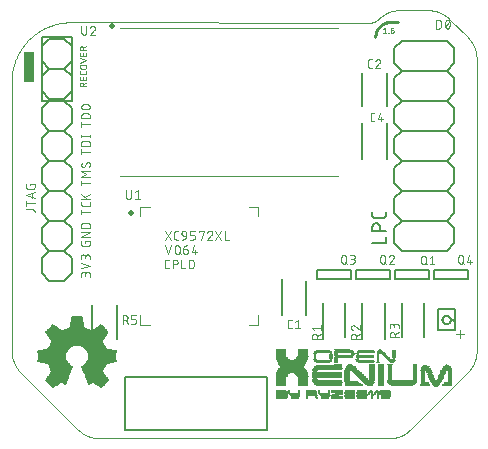
<source format=gto>
G04 EAGLE Gerber RS-274X export*
G75*
%MOMM*%
%FSLAX34Y34*%
%LPD*%
%INSilk top*%
%IPPOS*%
%AMOC8*
5,1,8,0,0,1.08239X$1,22.5*%
G01*
%ADD10C,0.000000*%
%ADD11C,0.076200*%
%ADD12R,0.285750X0.057150*%
%ADD13R,0.800100X0.057150*%
%ADD14R,2.171700X0.057150*%
%ADD15R,1.543050X0.057150*%
%ADD16R,0.457200X0.057150*%
%ADD17R,1.828800X0.057150*%
%ADD18R,0.857250X0.057150*%
%ADD19R,0.514350X0.057150*%
%ADD20R,2.343150X0.057150*%
%ADD21R,1.485900X0.057150*%
%ADD22R,0.628650X0.057150*%
%ADD23R,2.400300X0.057150*%
%ADD24R,1.428750X0.057150*%
%ADD25R,0.742950X0.057150*%
%ADD26R,2.228850X0.057150*%
%ADD27R,0.685800X0.057150*%
%ADD28R,0.914400X0.057150*%
%ADD29R,1.314450X0.057150*%
%ADD30R,2.457450X0.057150*%
%ADD31R,1.257300X0.057150*%
%ADD32R,1.200150X0.057150*%
%ADD33R,0.971550X0.057150*%
%ADD34R,2.514600X0.057150*%
%ADD35R,0.400050X0.057150*%
%ADD36R,1.143000X0.057150*%
%ADD37R,1.028700X0.057150*%
%ADD38R,1.085850X0.057150*%
%ADD39R,2.628900X0.057150*%
%ADD40R,2.571750X0.057150*%
%ADD41R,2.286000X0.057150*%
%ADD42R,2.114550X0.057150*%
%ADD43R,0.571500X0.057150*%
%ADD44R,0.057150X0.057150*%
%ADD45R,1.371600X0.057150*%
%ADD46R,0.228600X0.057150*%
%ADD47R,1.600200X0.057150*%
%ADD48R,1.657350X0.057150*%
%ADD49R,0.342900X0.057150*%
%ADD50R,0.114300X0.057150*%
%ADD51R,0.792475X0.015238*%
%ADD52R,0.548638X0.015238*%
%ADD53R,0.167637X0.015238*%
%ADD54R,0.853438X0.015238*%
%ADD55R,0.746756X0.015238*%
%ADD56R,0.746762X0.015238*%
%ADD57R,0.594356X0.015238*%
%ADD58R,0.883919X0.015238*%
%ADD59R,0.609600X0.015238*%
%ADD60R,0.929638X0.015238*%
%ADD61R,0.807719X0.015238*%
%ADD62R,0.670556X0.015238*%
%ADD63R,0.914400X0.015238*%
%ADD64R,0.640081X0.015238*%
%ADD65R,0.640075X0.015238*%
%ADD66R,0.960119X0.015238*%
%ADD67R,0.838200X0.015238*%
%ADD68R,0.701037X0.015238*%
%ADD69R,0.152400X0.015238*%
%ADD70R,0.975356X0.015238*%
%ADD71R,0.716281X0.015238*%
%ADD72R,0.944875X0.015238*%
%ADD73R,0.685800X0.015238*%
%ADD74R,0.990600X0.015238*%
%ADD75R,0.868681X0.015238*%
%ADD76R,0.731519X0.015238*%
%ADD77R,1.005837X0.015238*%
%ADD78R,0.899156X0.015238*%
%ADD79R,0.899163X0.015238*%
%ADD80R,0.762000X0.015238*%
%ADD81R,0.716275X0.015238*%
%ADD82R,0.777238X0.015238*%
%ADD83R,0.213356X0.015238*%
%ADD84R,0.182881X0.015238*%
%ADD85R,0.182875X0.015238*%
%ADD86R,0.228600X0.015238*%
%ADD87R,0.198119X0.015238*%
%ADD88R,0.243838X0.015238*%
%ADD89R,0.320038X0.015238*%
%ADD90R,0.381000X0.015238*%
%ADD91R,0.457200X0.015238*%
%ADD92R,0.518156X0.015238*%
%ADD93R,0.944881X0.015238*%
%ADD94R,0.579119X0.015238*%
%ADD95R,0.822956X0.015238*%
%ADD96R,0.655319X0.015238*%
%ADD97R,0.822963X0.015238*%
%ADD98R,0.015238X0.015238*%
%ADD99R,0.030481X0.015238*%
%ADD100R,0.045719X0.015238*%
%ADD101R,0.792481X0.015238*%
%ADD102R,0.060963X0.015238*%
%ADD103R,0.060956X0.015238*%
%ADD104R,0.076200X0.015238*%
%ADD105R,0.091438X0.015238*%
%ADD106R,0.106681X0.015238*%
%ADD107R,0.121919X0.015238*%
%ADD108R,0.533400X0.015238*%
%ADD109R,0.137162X0.015238*%
%ADD110R,0.137156X0.015238*%
%ADD111R,0.472438X0.015238*%
%ADD112R,0.411475X0.015238*%
%ADD113R,0.335275X0.015238*%
%ADD114R,0.274319X0.015238*%
%ADD115R,0.213363X0.015238*%
%ADD116R,0.411481X0.015238*%
%ADD117R,0.396238X0.015238*%
%ADD118R,0.365756X0.015238*%
%ADD119R,0.350519X0.015238*%
%ADD120R,0.335281X0.015238*%
%ADD121R,0.304800X0.015238*%
%ADD122R,0.106675X0.015238*%
%ADD123R,0.952500X2.540000*%
%ADD124C,0.050800*%
%ADD125R,0.035556X0.017781*%
%ADD126R,0.017781X0.017781*%
%ADD127R,0.088900X0.017775*%
%ADD128R,0.142238X0.017781*%
%ADD129R,0.177800X0.017775*%
%ADD130R,0.231138X0.017781*%
%ADD131R,0.266700X0.017781*%
%ADD132R,0.320038X0.017775*%
%ADD133R,0.302256X0.017775*%
%ADD134R,0.355600X0.017781*%
%ADD135R,0.391163X0.017775*%
%ADD136R,0.391156X0.017775*%
%ADD137R,0.444500X0.017781*%
%ADD138R,0.480056X0.017781*%
%ADD139R,0.533400X0.017775*%
%ADD140R,0.568956X0.017781*%
%ADD141R,0.568963X0.017781*%
%ADD142R,0.622300X0.017775*%
%ADD143R,0.657856X0.017781*%
%ADD144R,0.711200X0.017781*%
%ADD145R,0.746756X0.017775*%
%ADD146R,0.800100X0.017781*%
%ADD147R,0.835663X0.017775*%
%ADD148R,0.835656X0.017775*%
%ADD149R,0.889000X0.017781*%
%ADD150R,0.124456X0.017781*%
%ADD151R,0.871219X0.017781*%
%ADD152R,0.924556X0.017781*%
%ADD153R,0.177800X0.017781*%
%ADD154R,0.977900X0.017775*%
%ADD155R,0.213356X0.017775*%
%ADD156R,0.960119X0.017775*%
%ADD157R,1.013456X0.017781*%
%ADD158R,1.013463X0.017781*%
%ADD159R,1.066800X0.017775*%
%ADD160R,0.302262X0.017775*%
%ADD161R,1.049019X0.017775*%
%ADD162R,1.102356X0.017781*%
%ADD163R,0.337819X0.017781*%
%ADD164R,1.137919X0.017781*%
%ADD165R,0.373375X0.017781*%
%ADD166R,0.373381X0.017781*%
%ADD167R,1.617975X0.017775*%
%ADD168R,1.617981X0.017775*%
%ADD169R,1.653538X0.017781*%
%ADD170R,1.671319X0.017775*%
%ADD171R,1.706875X0.017781*%
%ADD172R,1.706881X0.017781*%
%ADD173R,1.724656X0.017781*%
%ADD174R,1.742438X0.017775*%
%ADD175R,1.778000X0.017781*%
%ADD176R,1.795781X0.017775*%
%ADD177R,1.795775X0.017775*%
%ADD178R,1.831338X0.017781*%
%ADD179R,1.849119X0.017775*%
%ADD180R,1.831338X0.017775*%
%ADD181R,1.849119X0.017781*%
%ADD182R,1.813556X0.017775*%
%ADD183R,1.813556X0.017781*%
%ADD184R,1.813563X0.017775*%
%ADD185R,1.795781X0.017781*%
%ADD186R,1.795775X0.017781*%
%ADD187R,1.778000X0.017775*%
%ADD188R,1.760219X0.017775*%
%ADD189R,1.760219X0.017781*%
%ADD190R,1.742438X0.017781*%
%ADD191R,1.724662X0.017781*%
%ADD192R,1.724656X0.017775*%
%ADD193R,1.706875X0.017775*%
%ADD194R,1.706881X0.017775*%
%ADD195R,1.689100X0.017781*%
%ADD196R,1.689100X0.017775*%
%ADD197R,1.671319X0.017781*%
%ADD198R,1.866900X0.017781*%
%ADD199R,1.866900X0.017775*%
%ADD200R,1.884681X0.017775*%
%ADD201R,1.902456X0.017781*%
%ADD202R,1.902456X0.017775*%
%ADD203R,1.938019X0.017781*%
%ADD204R,1.920238X0.017781*%
%ADD205R,1.938019X0.017775*%
%ADD206R,1.955800X0.017775*%
%ADD207R,1.973575X0.017781*%
%ADD208R,1.973581X0.017781*%
%ADD209R,1.973575X0.017775*%
%ADD210R,1.973581X0.017775*%
%ADD211R,1.991356X0.017781*%
%ADD212R,1.991363X0.017781*%
%ADD213R,1.991356X0.017775*%
%ADD214R,1.884675X0.017775*%
%ADD215R,1.884681X0.017781*%
%ADD216R,1.884675X0.017781*%
%ADD217R,1.813563X0.017781*%
%ADD218R,1.991363X0.017775*%
%ADD219R,2.080262X0.017781*%
%ADD220R,2.062475X0.017781*%
%ADD221R,2.151381X0.017781*%
%ADD222R,2.151375X0.017781*%
%ADD223R,2.240275X0.017775*%
%ADD224R,2.240281X0.017775*%
%ADD225R,2.346956X0.017781*%
%ADD226R,2.329175X0.017781*%
%ADD227R,2.418081X0.017775*%
%ADD228R,2.418075X0.017775*%
%ADD229R,2.489200X0.017781*%
%ADD230R,2.506975X0.017781*%
%ADD231R,2.524763X0.017781*%
%ADD232R,2.506981X0.017775*%
%ADD233R,2.506981X0.017781*%
%ADD234R,2.489200X0.017775*%
%ADD235R,2.471419X0.017781*%
%ADD236R,2.471419X0.017775*%
%ADD237R,2.453638X0.017775*%
%ADD238R,2.453638X0.017781*%
%ADD239R,2.435856X0.017775*%
%ADD240R,2.435863X0.017775*%
%ADD241R,2.435856X0.017781*%
%ADD242R,2.435863X0.017781*%
%ADD243R,2.418081X0.017781*%
%ADD244R,2.400300X0.017775*%
%ADD245R,2.400300X0.017781*%
%ADD246R,2.524756X0.017781*%
%ADD247R,2.506975X0.017775*%
%ADD248R,2.382519X0.017775*%
%ADD249R,2.364737X0.017775*%
%ADD250R,2.293619X0.017781*%
%ADD251R,2.204719X0.017781*%
%ADD252R,2.133600X0.017775*%
%ADD253R,2.026919X0.017781*%
%ADD254R,2.044700X0.017781*%
%ADD255R,1.902463X0.017781*%
%ADD256R,1.920238X0.017775*%
%ADD257R,1.955800X0.017781*%
%ADD258R,2.009138X0.017781*%
%ADD259R,2.062481X0.017781*%
%ADD260R,2.115819X0.017775*%
%ADD261R,4.640575X0.017775*%
%ADD262R,4.622800X0.017781*%
%ADD263R,4.587238X0.017775*%
%ADD264R,4.587238X0.017781*%
%ADD265R,4.569456X0.017775*%
%ADD266R,4.551681X0.017781*%
%ADD267R,4.533900X0.017781*%
%ADD268R,4.516119X0.017775*%
%ADD269R,4.498337X0.017781*%
%ADD270R,4.480556X0.017775*%
%ADD271R,4.480556X0.017781*%
%ADD272R,4.445000X0.017781*%
%ADD273R,4.445000X0.017775*%
%ADD274R,4.427219X0.017781*%
%ADD275R,4.409438X0.017775*%
%ADD276R,4.409438X0.017781*%
%ADD277R,4.373881X0.017781*%
%ADD278R,4.373881X0.017775*%
%ADD279R,4.516119X0.017781*%
%ADD280R,4.551681X0.017775*%
%ADD281R,4.605019X0.017775*%
%ADD282R,4.658356X0.017781*%
%ADD283R,4.676138X0.017775*%
%ADD284R,4.693919X0.017781*%
%ADD285R,4.729481X0.017775*%
%ADD286R,4.747256X0.017781*%
%ADD287R,4.765038X0.017781*%
%ADD288R,4.800600X0.017775*%
%ADD289R,4.818375X0.017781*%
%ADD290R,4.836156X0.017775*%
%ADD291R,4.871719X0.017781*%
%ADD292R,4.907281X0.017781*%
%ADD293R,4.925056X0.017775*%
%ADD294R,4.942838X0.017781*%
%ADD295R,4.978400X0.017775*%
%ADD296R,4.996175X0.017781*%
%ADD297R,5.013956X0.017781*%
%ADD298R,5.049519X0.017775*%
%ADD299R,5.049519X0.017781*%
%ADD300R,5.085081X0.017775*%
%ADD301R,5.120637X0.017781*%
%ADD302R,5.138419X0.017781*%
%ADD303R,5.156200X0.017775*%
%ADD304R,5.191756X0.017781*%
%ADD305R,5.209538X0.017775*%
%ADD306R,5.227319X0.017781*%
%ADD307R,5.262881X0.017781*%
%ADD308R,5.298438X0.017775*%
%ADD309R,5.298438X0.017781*%
%ADD310R,5.334000X0.017775*%
%ADD311R,5.334000X0.017781*%
%ADD312R,5.262881X0.017775*%
%ADD313R,1.244600X0.017775*%
%ADD314R,1.191256X0.017781*%
%ADD315R,2.364737X0.017781*%
%ADD316R,1.155700X0.017781*%
%ADD317R,2.275838X0.017781*%
%ADD318R,1.120138X0.017775*%
%ADD319R,2.204719X0.017775*%
%ADD320R,1.102356X0.017775*%
%ADD321R,1.066800X0.017781*%
%ADD322R,2.098038X0.017781*%
%ADD323R,1.031238X0.017775*%
%ADD324R,2.026919X0.017775*%
%ADD325R,0.977900X0.017781*%
%ADD326R,0.942338X0.017781*%
%ADD327R,0.889000X0.017775*%
%ADD328R,0.853438X0.017781*%
%ADD329R,0.800100X0.017775*%
%ADD330R,1.582419X0.017775*%
%ADD331R,0.764538X0.017781*%
%ADD332R,1.493519X0.017781*%
%ADD333R,1.404619X0.017781*%
%ADD334R,0.675638X0.017775*%
%ADD335R,1.315719X0.017775*%
%ADD336R,0.640081X0.017781*%
%ADD337R,1.280156X0.017781*%
%ADD338R,0.622300X0.017781*%
%ADD339R,0.586738X0.017775*%
%ADD340R,1.262375X0.017775*%
%ADD341R,0.551175X0.017781*%
%ADD342R,1.244600X0.017781*%
%ADD343R,0.533400X0.017781*%
%ADD344R,0.497838X0.017781*%
%ADD345R,0.462275X0.017775*%
%ADD346R,0.462281X0.017775*%
%ADD347R,0.408938X0.017781*%
%ADD348R,1.226819X0.017781*%
%ADD349R,0.373381X0.017775*%
%ADD350R,1.209037X0.017775*%
%ADD351R,0.320038X0.017781*%
%ADD352R,1.209037X0.017781*%
%ADD353R,0.284481X0.017781*%
%ADD354R,0.284475X0.017781*%
%ADD355R,0.231138X0.017775*%
%ADD356R,0.195581X0.017781*%
%ADD357R,0.195575X0.017781*%
%ADD358R,0.160019X0.017775*%
%ADD359R,1.173481X0.017775*%
%ADD360R,0.142238X0.017775*%
%ADD361R,0.106675X0.017781*%
%ADD362R,1.173481X0.017781*%
%ADD363R,0.106681X0.017781*%
%ADD364R,0.071119X0.017781*%
%ADD365R,0.053338X0.017781*%
%ADD366R,1.155700X0.017775*%
%ADD367R,1.137919X0.017775*%
%ADD368R,1.084575X0.017775*%
%ADD369R,1.084575X0.017781*%
%ADD370R,1.049019X0.017781*%
%ADD371R,1.031238X0.017781*%
%ADD372R,0.995681X0.017781*%
%ADD373R,0.995681X0.017775*%
%ADD374R,0.960119X0.017781*%
%ADD375R,0.924556X0.017775*%
%ADD376C,0.254000*%
%ADD377C,0.152400*%
%ADD378C,0.500000*%
%ADD379C,0.120000*%
%ADD380C,0.127000*%


D10*
X306979Y0D02*
X73025Y0D01*
X306979Y0D02*
X307583Y7D01*
X308188Y29D01*
X308791Y65D01*
X309393Y115D01*
X309994Y180D01*
X310594Y259D01*
X311191Y352D01*
X311786Y459D01*
X312378Y580D01*
X312967Y716D01*
X313553Y865D01*
X314135Y1029D01*
X314713Y1206D01*
X315287Y1397D01*
X315855Y1601D01*
X316419Y1819D01*
X316978Y2051D01*
X317531Y2295D01*
X318077Y2553D01*
X318618Y2824D01*
X319152Y3107D01*
X319679Y3403D01*
X320199Y3711D01*
X320711Y4032D01*
X321216Y4365D01*
X321712Y4710D01*
X322201Y5066D01*
X322680Y5434D01*
X323151Y5814D01*
X323612Y6204D01*
X324065Y6605D01*
X324507Y7017D01*
X324940Y7439D01*
X324940Y7440D02*
X373561Y56061D01*
X373560Y56060D02*
X373983Y56493D01*
X374395Y56935D01*
X374796Y57388D01*
X375186Y57849D01*
X375566Y58320D01*
X375934Y58799D01*
X376290Y59288D01*
X376635Y59784D01*
X376968Y60289D01*
X377289Y60801D01*
X377597Y61321D01*
X377893Y61848D01*
X378176Y62382D01*
X378447Y62923D01*
X378705Y63469D01*
X378949Y64022D01*
X379181Y64581D01*
X379399Y65145D01*
X379603Y65713D01*
X379794Y66287D01*
X379971Y66865D01*
X380135Y67447D01*
X380284Y68033D01*
X380420Y68622D01*
X380541Y69214D01*
X380648Y69809D01*
X380741Y70406D01*
X380820Y71006D01*
X380885Y71607D01*
X380935Y72209D01*
X380971Y72812D01*
X380993Y73417D01*
X381000Y74021D01*
X381000Y321410D01*
X380993Y322017D01*
X380971Y322624D01*
X380935Y323230D01*
X380884Y323834D01*
X380819Y324438D01*
X380739Y325040D01*
X380645Y325639D01*
X380537Y326237D01*
X380415Y326831D01*
X380278Y327423D01*
X380127Y328011D01*
X379963Y328595D01*
X379784Y329175D01*
X379591Y329751D01*
X379385Y330322D01*
X379166Y330888D01*
X378932Y331448D01*
X378686Y332003D01*
X378426Y332551D01*
X378153Y333094D01*
X377868Y333629D01*
X377569Y334158D01*
X377258Y334679D01*
X376935Y335193D01*
X376600Y335699D01*
X376252Y336197D01*
X375893Y336686D01*
X375522Y337167D01*
X375140Y337638D01*
X374747Y338100D01*
X374342Y338553D01*
X373927Y338996D01*
X373502Y339429D01*
X357749Y355079D01*
X357750Y355079D02*
X357304Y355511D01*
X356848Y355932D01*
X356382Y356342D01*
X355905Y356740D01*
X355420Y357127D01*
X354924Y357502D01*
X354420Y357864D01*
X353908Y358214D01*
X353386Y358551D01*
X352857Y358876D01*
X352320Y359187D01*
X351776Y359485D01*
X351224Y359770D01*
X350666Y360041D01*
X350101Y360299D01*
X349530Y360542D01*
X348953Y360772D01*
X348371Y360987D01*
X347783Y361189D01*
X347191Y361375D01*
X346595Y361548D01*
X345995Y361705D01*
X345390Y361848D01*
X344783Y361976D01*
X344173Y362089D01*
X343560Y362187D01*
X342944Y362271D01*
X342327Y362339D01*
X341709Y362392D01*
X341089Y362430D01*
X340469Y362452D01*
X339848Y362460D01*
X315909Y362460D01*
X315295Y362453D01*
X314681Y362430D01*
X314068Y362393D01*
X313456Y362341D01*
X312845Y362275D01*
X312237Y362193D01*
X311630Y362097D01*
X311026Y361986D01*
X310425Y361861D01*
X309827Y361721D01*
X309232Y361567D01*
X308641Y361398D01*
X308055Y361215D01*
X307473Y361018D01*
X306896Y360807D01*
X306325Y360582D01*
X305759Y360344D01*
X305199Y360092D01*
X304645Y359826D01*
X304098Y359547D01*
X303558Y359255D01*
X303025Y358950D01*
X302499Y358632D01*
X301981Y358301D01*
X301472Y357958D01*
X300971Y357603D01*
X300479Y357236D01*
X299995Y356857D01*
X299521Y356466D01*
X299057Y356064D01*
X298602Y355651D01*
X298158Y355227D01*
X298158Y355228D02*
X297947Y355027D01*
X297731Y354830D01*
X297510Y354639D01*
X297285Y354454D01*
X297055Y354274D01*
X296821Y354100D01*
X296583Y353931D01*
X296341Y353768D01*
X296095Y353611D01*
X295845Y353460D01*
X295592Y353315D01*
X295335Y353177D01*
X295075Y353044D01*
X294812Y352918D01*
X294546Y352799D01*
X294277Y352685D01*
X294005Y352579D01*
X293731Y352479D01*
X293454Y352385D01*
X293176Y352299D01*
X292895Y352219D01*
X292612Y352146D01*
X292328Y352080D01*
X292042Y352021D01*
X291755Y351968D01*
X291467Y351923D01*
X291178Y351885D01*
X290888Y351854D01*
X290597Y351829D01*
X290305Y351812D01*
X290014Y351802D01*
X289722Y351799D01*
X289722Y351798D02*
X37383Y352217D01*
X36174Y352204D01*
X34965Y352162D01*
X33758Y352091D01*
X32552Y351991D01*
X31349Y351862D01*
X30150Y351703D01*
X28955Y351516D01*
X27765Y351299D01*
X26581Y351054D01*
X25403Y350781D01*
X24231Y350479D01*
X23068Y350149D01*
X21912Y349790D01*
X20766Y349404D01*
X19630Y348990D01*
X18503Y348549D01*
X17388Y348081D01*
X16285Y347586D01*
X15193Y347064D01*
X14115Y346517D01*
X13050Y345943D01*
X11999Y345343D01*
X10964Y344719D01*
X9943Y344069D01*
X8939Y343395D01*
X7951Y342697D01*
X6980Y341975D01*
X6028Y341230D01*
X5093Y340462D01*
X4177Y339672D01*
X3281Y338860D01*
X2405Y338026D01*
X1549Y337172D01*
X714Y336297D01*
X-100Y335402D01*
X-892Y334487D01*
X-1661Y333554D01*
X-2408Y332602D01*
X-3131Y331633D01*
X-3831Y330646D01*
X-4507Y329643D01*
X-5158Y328624D01*
X-5784Y327589D01*
X-6385Y326539D01*
X-6961Y325476D01*
X-7511Y324398D01*
X-8034Y323308D01*
X-8531Y322205D01*
X-9001Y321090D01*
X-9444Y319965D01*
X-9860Y318829D01*
X-10248Y317683D01*
X-10608Y316529D01*
X-10940Y315366D01*
X-11244Y314195D01*
X-11520Y313017D01*
X-11767Y311833D01*
X-11985Y310643D01*
X-12174Y309449D01*
X-12335Y308250D01*
X-12466Y307047D01*
X-12568Y305842D01*
X-12642Y304635D01*
X-12685Y303426D01*
X-12700Y302217D01*
X-12700Y149225D01*
D11*
X53594Y138952D02*
X53594Y136906D01*
X53594Y138952D02*
X53592Y139041D01*
X53586Y139130D01*
X53576Y139219D01*
X53563Y139307D01*
X53546Y139395D01*
X53524Y139482D01*
X53499Y139567D01*
X53471Y139652D01*
X53438Y139735D01*
X53402Y139817D01*
X53363Y139897D01*
X53320Y139975D01*
X53274Y140051D01*
X53224Y140126D01*
X53171Y140198D01*
X53115Y140267D01*
X53056Y140334D01*
X52995Y140399D01*
X52930Y140460D01*
X52863Y140519D01*
X52794Y140575D01*
X52722Y140628D01*
X52647Y140678D01*
X52571Y140724D01*
X52493Y140767D01*
X52413Y140806D01*
X52331Y140842D01*
X52248Y140875D01*
X52163Y140903D01*
X52078Y140928D01*
X51991Y140950D01*
X51903Y140967D01*
X51815Y140980D01*
X51726Y140990D01*
X51637Y140996D01*
X51548Y140998D01*
X51459Y140996D01*
X51370Y140990D01*
X51281Y140980D01*
X51193Y140967D01*
X51105Y140950D01*
X51018Y140928D01*
X50933Y140903D01*
X50848Y140875D01*
X50765Y140842D01*
X50683Y140806D01*
X50603Y140767D01*
X50525Y140724D01*
X50449Y140678D01*
X50374Y140628D01*
X50302Y140575D01*
X50233Y140519D01*
X50166Y140460D01*
X50101Y140399D01*
X50040Y140334D01*
X49981Y140267D01*
X49925Y140198D01*
X49872Y140126D01*
X49822Y140051D01*
X49776Y139975D01*
X49733Y139897D01*
X49694Y139817D01*
X49658Y139735D01*
X49625Y139652D01*
X49597Y139567D01*
X49572Y139482D01*
X49550Y139395D01*
X49533Y139307D01*
X49520Y139219D01*
X49510Y139130D01*
X49504Y139041D01*
X49502Y138952D01*
X46228Y139361D02*
X46228Y136906D01*
X46228Y139361D02*
X46230Y139440D01*
X46236Y139519D01*
X46245Y139598D01*
X46258Y139676D01*
X46276Y139753D01*
X46296Y139829D01*
X46321Y139904D01*
X46349Y139978D01*
X46380Y140051D01*
X46416Y140122D01*
X46454Y140191D01*
X46496Y140258D01*
X46541Y140323D01*
X46589Y140386D01*
X46640Y140447D01*
X46694Y140504D01*
X46750Y140560D01*
X46809Y140612D01*
X46871Y140662D01*
X46935Y140708D01*
X47001Y140752D01*
X47069Y140792D01*
X47139Y140828D01*
X47211Y140862D01*
X47285Y140892D01*
X47359Y140918D01*
X47435Y140941D01*
X47512Y140959D01*
X47589Y140975D01*
X47668Y140986D01*
X47746Y140994D01*
X47825Y140998D01*
X47905Y140998D01*
X47984Y140994D01*
X48062Y140986D01*
X48141Y140975D01*
X48218Y140959D01*
X48295Y140941D01*
X48371Y140918D01*
X48445Y140892D01*
X48519Y140862D01*
X48591Y140828D01*
X48661Y140792D01*
X48729Y140752D01*
X48795Y140708D01*
X48859Y140662D01*
X48921Y140612D01*
X48980Y140560D01*
X49036Y140504D01*
X49090Y140447D01*
X49141Y140386D01*
X49189Y140323D01*
X49234Y140258D01*
X49276Y140191D01*
X49314Y140122D01*
X49350Y140051D01*
X49381Y139978D01*
X49409Y139904D01*
X49434Y139829D01*
X49454Y139753D01*
X49472Y139676D01*
X49485Y139598D01*
X49494Y139519D01*
X49500Y139440D01*
X49502Y139361D01*
X49502Y137724D01*
X46228Y143812D02*
X53594Y146267D01*
X46228Y148723D01*
X53594Y151536D02*
X53594Y153582D01*
X53592Y153671D01*
X53586Y153760D01*
X53576Y153849D01*
X53563Y153937D01*
X53546Y154025D01*
X53524Y154112D01*
X53499Y154197D01*
X53471Y154282D01*
X53438Y154365D01*
X53402Y154447D01*
X53363Y154527D01*
X53320Y154605D01*
X53274Y154681D01*
X53224Y154756D01*
X53171Y154828D01*
X53115Y154897D01*
X53056Y154964D01*
X52995Y155029D01*
X52930Y155090D01*
X52863Y155149D01*
X52794Y155205D01*
X52722Y155258D01*
X52647Y155308D01*
X52571Y155354D01*
X52493Y155397D01*
X52413Y155436D01*
X52331Y155472D01*
X52248Y155505D01*
X52163Y155533D01*
X52078Y155558D01*
X51991Y155580D01*
X51903Y155597D01*
X51815Y155610D01*
X51726Y155620D01*
X51637Y155626D01*
X51548Y155628D01*
X51459Y155626D01*
X51370Y155620D01*
X51281Y155610D01*
X51193Y155597D01*
X51105Y155580D01*
X51018Y155558D01*
X50933Y155533D01*
X50848Y155505D01*
X50765Y155472D01*
X50683Y155436D01*
X50603Y155397D01*
X50525Y155354D01*
X50449Y155308D01*
X50374Y155258D01*
X50302Y155205D01*
X50233Y155149D01*
X50166Y155090D01*
X50101Y155029D01*
X50040Y154964D01*
X49981Y154897D01*
X49925Y154828D01*
X49872Y154756D01*
X49822Y154681D01*
X49776Y154605D01*
X49733Y154527D01*
X49694Y154447D01*
X49658Y154365D01*
X49625Y154282D01*
X49597Y154197D01*
X49572Y154112D01*
X49550Y154025D01*
X49533Y153937D01*
X49520Y153849D01*
X49510Y153760D01*
X49504Y153671D01*
X49502Y153582D01*
X46228Y153992D02*
X46228Y151536D01*
X46228Y153992D02*
X46230Y154071D01*
X46236Y154150D01*
X46245Y154229D01*
X46258Y154307D01*
X46276Y154384D01*
X46296Y154460D01*
X46321Y154535D01*
X46349Y154609D01*
X46380Y154682D01*
X46416Y154753D01*
X46454Y154822D01*
X46496Y154889D01*
X46541Y154954D01*
X46589Y155017D01*
X46640Y155078D01*
X46694Y155135D01*
X46750Y155191D01*
X46809Y155243D01*
X46871Y155293D01*
X46935Y155339D01*
X47001Y155383D01*
X47069Y155423D01*
X47139Y155459D01*
X47211Y155493D01*
X47285Y155523D01*
X47359Y155549D01*
X47435Y155572D01*
X47512Y155590D01*
X47589Y155606D01*
X47668Y155617D01*
X47746Y155625D01*
X47825Y155629D01*
X47905Y155629D01*
X47984Y155625D01*
X48062Y155617D01*
X48141Y155606D01*
X48218Y155590D01*
X48295Y155572D01*
X48371Y155549D01*
X48445Y155523D01*
X48519Y155493D01*
X48591Y155459D01*
X48661Y155423D01*
X48729Y155383D01*
X48795Y155339D01*
X48859Y155293D01*
X48921Y155243D01*
X48980Y155191D01*
X49036Y155135D01*
X49090Y155078D01*
X49141Y155017D01*
X49189Y154954D01*
X49234Y154889D01*
X49276Y154822D01*
X49314Y154753D01*
X49350Y154682D01*
X49381Y154609D01*
X49409Y154535D01*
X49434Y154460D01*
X49454Y154384D01*
X49472Y154307D01*
X49485Y154229D01*
X49494Y154150D01*
X49500Y154071D01*
X49502Y153992D01*
X49502Y152355D01*
X49502Y165636D02*
X49502Y166864D01*
X53594Y166864D01*
X53594Y164409D01*
X53592Y164331D01*
X53587Y164253D01*
X53577Y164176D01*
X53564Y164099D01*
X53548Y164023D01*
X53528Y163948D01*
X53504Y163874D01*
X53477Y163801D01*
X53446Y163729D01*
X53412Y163659D01*
X53375Y163591D01*
X53334Y163524D01*
X53290Y163459D01*
X53244Y163397D01*
X53194Y163337D01*
X53142Y163279D01*
X53087Y163224D01*
X53029Y163172D01*
X52969Y163122D01*
X52907Y163076D01*
X52842Y163032D01*
X52776Y162991D01*
X52707Y162954D01*
X52637Y162920D01*
X52565Y162889D01*
X52492Y162862D01*
X52418Y162838D01*
X52343Y162818D01*
X52267Y162802D01*
X52190Y162789D01*
X52113Y162779D01*
X52035Y162774D01*
X51957Y162772D01*
X47865Y162772D01*
X47785Y162774D01*
X47705Y162780D01*
X47625Y162790D01*
X47546Y162803D01*
X47467Y162821D01*
X47390Y162842D01*
X47314Y162868D01*
X47239Y162897D01*
X47165Y162929D01*
X47093Y162965D01*
X47023Y163005D01*
X46956Y163048D01*
X46890Y163094D01*
X46827Y163144D01*
X46766Y163196D01*
X46707Y163251D01*
X46652Y163310D01*
X46600Y163370D01*
X46550Y163434D01*
X46504Y163499D01*
X46461Y163567D01*
X46421Y163637D01*
X46385Y163709D01*
X46353Y163783D01*
X46324Y163857D01*
X46299Y163934D01*
X46277Y164011D01*
X46259Y164090D01*
X46246Y164169D01*
X46236Y164248D01*
X46230Y164329D01*
X46228Y164409D01*
X46228Y166864D01*
X46228Y170575D02*
X53594Y170575D01*
X53594Y174667D02*
X46228Y170575D01*
X46228Y174667D02*
X53594Y174667D01*
X53594Y178378D02*
X46228Y178378D01*
X46228Y180424D01*
X46230Y180513D01*
X46236Y180602D01*
X46246Y180691D01*
X46259Y180779D01*
X46276Y180867D01*
X46298Y180954D01*
X46323Y181039D01*
X46351Y181124D01*
X46384Y181207D01*
X46420Y181289D01*
X46459Y181369D01*
X46502Y181447D01*
X46548Y181523D01*
X46598Y181598D01*
X46651Y181670D01*
X46707Y181739D01*
X46766Y181806D01*
X46827Y181871D01*
X46892Y181932D01*
X46959Y181991D01*
X47028Y182047D01*
X47100Y182100D01*
X47175Y182150D01*
X47251Y182196D01*
X47329Y182239D01*
X47409Y182278D01*
X47491Y182314D01*
X47574Y182347D01*
X47659Y182375D01*
X47744Y182400D01*
X47831Y182422D01*
X47919Y182439D01*
X48007Y182452D01*
X48096Y182462D01*
X48185Y182468D01*
X48274Y182470D01*
X51548Y182470D01*
X51637Y182468D01*
X51726Y182462D01*
X51815Y182452D01*
X51903Y182439D01*
X51991Y182422D01*
X52078Y182400D01*
X52163Y182375D01*
X52248Y182347D01*
X52331Y182314D01*
X52413Y182278D01*
X52493Y182239D01*
X52571Y182196D01*
X52647Y182150D01*
X52722Y182100D01*
X52794Y182047D01*
X52863Y181991D01*
X52930Y181932D01*
X52995Y181871D01*
X53056Y181806D01*
X53115Y181739D01*
X53171Y181670D01*
X53224Y181598D01*
X53274Y181523D01*
X53320Y181447D01*
X53363Y181369D01*
X53402Y181289D01*
X53438Y181207D01*
X53471Y181124D01*
X53499Y181039D01*
X53524Y180954D01*
X53546Y180867D01*
X53563Y180779D01*
X53576Y180691D01*
X53586Y180602D01*
X53592Y180513D01*
X53594Y180424D01*
X53594Y178378D01*
X53594Y191659D02*
X46228Y191659D01*
X46228Y189613D02*
X46228Y193705D01*
X53594Y198054D02*
X53594Y199691D01*
X53594Y198054D02*
X53592Y197976D01*
X53587Y197898D01*
X53577Y197821D01*
X53564Y197744D01*
X53548Y197668D01*
X53528Y197593D01*
X53504Y197519D01*
X53477Y197446D01*
X53446Y197374D01*
X53412Y197304D01*
X53375Y197236D01*
X53334Y197169D01*
X53290Y197104D01*
X53244Y197042D01*
X53194Y196982D01*
X53142Y196924D01*
X53087Y196869D01*
X53029Y196817D01*
X52969Y196767D01*
X52907Y196721D01*
X52842Y196677D01*
X52776Y196636D01*
X52707Y196599D01*
X52637Y196565D01*
X52565Y196534D01*
X52492Y196507D01*
X52418Y196483D01*
X52343Y196463D01*
X52267Y196447D01*
X52190Y196434D01*
X52113Y196424D01*
X52035Y196419D01*
X51957Y196417D01*
X47865Y196417D01*
X47785Y196419D01*
X47705Y196425D01*
X47625Y196435D01*
X47546Y196448D01*
X47467Y196466D01*
X47390Y196487D01*
X47314Y196513D01*
X47239Y196542D01*
X47165Y196574D01*
X47093Y196610D01*
X47023Y196650D01*
X46956Y196693D01*
X46890Y196739D01*
X46827Y196789D01*
X46766Y196841D01*
X46707Y196896D01*
X46652Y196955D01*
X46600Y197015D01*
X46550Y197079D01*
X46504Y197144D01*
X46461Y197212D01*
X46421Y197282D01*
X46385Y197354D01*
X46353Y197428D01*
X46324Y197502D01*
X46299Y197579D01*
X46277Y197656D01*
X46259Y197735D01*
X46246Y197814D01*
X46236Y197893D01*
X46230Y197974D01*
X46228Y198054D01*
X46228Y199691D01*
X46228Y202898D02*
X53594Y202898D01*
X50729Y202898D02*
X46228Y206990D01*
X49093Y204535D02*
X53594Y206990D01*
X53594Y216180D02*
X46228Y216180D01*
X46228Y218226D02*
X46228Y214133D01*
X46228Y221283D02*
X53594Y221283D01*
X50320Y223739D02*
X46228Y221283D01*
X50320Y223739D02*
X46228Y226194D01*
X53594Y226194D01*
X53594Y231951D02*
X53592Y232029D01*
X53587Y232107D01*
X53577Y232184D01*
X53564Y232261D01*
X53548Y232337D01*
X53528Y232412D01*
X53504Y232486D01*
X53477Y232559D01*
X53446Y232631D01*
X53412Y232701D01*
X53375Y232770D01*
X53334Y232836D01*
X53290Y232901D01*
X53244Y232963D01*
X53194Y233023D01*
X53142Y233081D01*
X53087Y233136D01*
X53029Y233188D01*
X52969Y233238D01*
X52907Y233284D01*
X52842Y233328D01*
X52776Y233369D01*
X52707Y233406D01*
X52637Y233440D01*
X52565Y233471D01*
X52492Y233498D01*
X52418Y233522D01*
X52343Y233542D01*
X52267Y233558D01*
X52190Y233571D01*
X52113Y233581D01*
X52035Y233586D01*
X51957Y233588D01*
X53594Y231951D02*
X53592Y231837D01*
X53587Y231724D01*
X53577Y231610D01*
X53564Y231497D01*
X53547Y231385D01*
X53527Y231273D01*
X53503Y231162D01*
X53475Y231051D01*
X53444Y230942D01*
X53409Y230834D01*
X53370Y230727D01*
X53328Y230621D01*
X53283Y230517D01*
X53234Y230414D01*
X53181Y230313D01*
X53126Y230214D01*
X53067Y230116D01*
X53005Y230021D01*
X52940Y229928D01*
X52872Y229836D01*
X52801Y229748D01*
X52727Y229661D01*
X52650Y229577D01*
X52571Y229496D01*
X47865Y229700D02*
X47787Y229702D01*
X47709Y229707D01*
X47632Y229717D01*
X47555Y229730D01*
X47479Y229746D01*
X47404Y229766D01*
X47330Y229790D01*
X47257Y229817D01*
X47185Y229848D01*
X47115Y229882D01*
X47047Y229919D01*
X46980Y229960D01*
X46915Y230004D01*
X46853Y230050D01*
X46793Y230100D01*
X46735Y230152D01*
X46680Y230207D01*
X46628Y230265D01*
X46578Y230325D01*
X46532Y230387D01*
X46488Y230452D01*
X46447Y230519D01*
X46410Y230587D01*
X46376Y230657D01*
X46345Y230729D01*
X46318Y230802D01*
X46294Y230876D01*
X46274Y230951D01*
X46258Y231027D01*
X46245Y231104D01*
X46235Y231181D01*
X46230Y231259D01*
X46228Y231337D01*
X46230Y231447D01*
X46236Y231556D01*
X46246Y231666D01*
X46259Y231774D01*
X46277Y231883D01*
X46298Y231990D01*
X46324Y232097D01*
X46353Y232203D01*
X46385Y232308D01*
X46422Y232411D01*
X46462Y232513D01*
X46506Y232614D01*
X46554Y232713D01*
X46604Y232810D01*
X46659Y232905D01*
X46717Y232998D01*
X46778Y233089D01*
X46842Y233178D01*
X49297Y230518D02*
X49255Y230452D01*
X49211Y230387D01*
X49163Y230325D01*
X49113Y230265D01*
X49060Y230207D01*
X49004Y230152D01*
X48946Y230099D01*
X48885Y230050D01*
X48822Y230003D01*
X48757Y229959D01*
X48690Y229919D01*
X48621Y229882D01*
X48550Y229848D01*
X48478Y229817D01*
X48404Y229790D01*
X48329Y229766D01*
X48254Y229746D01*
X48177Y229730D01*
X48100Y229717D01*
X48022Y229707D01*
X47943Y229702D01*
X47865Y229700D01*
X50524Y232769D02*
X50566Y232836D01*
X50610Y232901D01*
X50658Y232963D01*
X50708Y233023D01*
X50761Y233081D01*
X50817Y233136D01*
X50876Y233188D01*
X50936Y233238D01*
X51000Y233285D01*
X51065Y233328D01*
X51132Y233369D01*
X51201Y233406D01*
X51272Y233440D01*
X51344Y233471D01*
X51418Y233498D01*
X51492Y233522D01*
X51568Y233542D01*
X51645Y233558D01*
X51722Y233571D01*
X51800Y233581D01*
X51879Y233586D01*
X51957Y233588D01*
X50525Y232769D02*
X49297Y230518D01*
X46228Y242777D02*
X53594Y242777D01*
X46228Y240731D02*
X46228Y244823D01*
X46228Y247802D02*
X53594Y247802D01*
X46228Y247802D02*
X46228Y249848D01*
X46230Y249937D01*
X46236Y250026D01*
X46246Y250115D01*
X46259Y250203D01*
X46276Y250291D01*
X46298Y250378D01*
X46323Y250463D01*
X46351Y250548D01*
X46384Y250631D01*
X46420Y250713D01*
X46459Y250793D01*
X46502Y250871D01*
X46548Y250947D01*
X46598Y251022D01*
X46651Y251094D01*
X46707Y251163D01*
X46766Y251230D01*
X46827Y251295D01*
X46892Y251356D01*
X46959Y251415D01*
X47028Y251471D01*
X47100Y251524D01*
X47175Y251574D01*
X47251Y251620D01*
X47329Y251663D01*
X47409Y251702D01*
X47491Y251738D01*
X47574Y251771D01*
X47659Y251799D01*
X47744Y251824D01*
X47831Y251846D01*
X47919Y251863D01*
X48007Y251876D01*
X48096Y251886D01*
X48185Y251892D01*
X48274Y251894D01*
X51548Y251894D01*
X51637Y251892D01*
X51726Y251886D01*
X51815Y251876D01*
X51903Y251863D01*
X51991Y251846D01*
X52078Y251824D01*
X52163Y251799D01*
X52248Y251771D01*
X52331Y251738D01*
X52413Y251702D01*
X52493Y251663D01*
X52571Y251620D01*
X52647Y251574D01*
X52722Y251524D01*
X52794Y251471D01*
X52863Y251415D01*
X52930Y251356D01*
X52995Y251295D01*
X53056Y251230D01*
X53115Y251163D01*
X53171Y251094D01*
X53224Y251022D01*
X53274Y250947D01*
X53320Y250871D01*
X53363Y250793D01*
X53402Y250713D01*
X53438Y250631D01*
X53471Y250548D01*
X53499Y250463D01*
X53524Y250378D01*
X53546Y250291D01*
X53563Y250203D01*
X53576Y250115D01*
X53586Y250026D01*
X53592Y249937D01*
X53594Y249848D01*
X53594Y247802D01*
X53594Y255944D02*
X46228Y255944D01*
X53594Y255126D02*
X53594Y256763D01*
X46228Y256763D02*
X46228Y255126D01*
X46228Y265952D02*
X53594Y265952D01*
X46228Y263906D02*
X46228Y267998D01*
X46228Y270977D02*
X53594Y270977D01*
X46228Y270977D02*
X46228Y273023D01*
X46230Y273112D01*
X46236Y273201D01*
X46246Y273290D01*
X46259Y273378D01*
X46276Y273466D01*
X46298Y273553D01*
X46323Y273638D01*
X46351Y273723D01*
X46384Y273806D01*
X46420Y273888D01*
X46459Y273968D01*
X46502Y274046D01*
X46548Y274122D01*
X46598Y274197D01*
X46651Y274269D01*
X46707Y274338D01*
X46766Y274405D01*
X46827Y274470D01*
X46892Y274531D01*
X46959Y274590D01*
X47028Y274646D01*
X47100Y274699D01*
X47175Y274749D01*
X47251Y274795D01*
X47329Y274838D01*
X47409Y274877D01*
X47491Y274913D01*
X47574Y274946D01*
X47659Y274974D01*
X47744Y274999D01*
X47831Y275021D01*
X47919Y275038D01*
X48007Y275051D01*
X48096Y275061D01*
X48185Y275067D01*
X48274Y275069D01*
X48274Y275070D02*
X51548Y275070D01*
X51548Y275069D02*
X51637Y275067D01*
X51726Y275061D01*
X51815Y275051D01*
X51903Y275038D01*
X51991Y275021D01*
X52078Y274999D01*
X52163Y274974D01*
X52248Y274946D01*
X52331Y274913D01*
X52413Y274877D01*
X52493Y274838D01*
X52571Y274795D01*
X52647Y274749D01*
X52722Y274699D01*
X52794Y274646D01*
X52863Y274590D01*
X52930Y274531D01*
X52995Y274470D01*
X53056Y274405D01*
X53115Y274338D01*
X53171Y274269D01*
X53224Y274197D01*
X53274Y274122D01*
X53320Y274046D01*
X53363Y273968D01*
X53402Y273888D01*
X53438Y273806D01*
X53471Y273723D01*
X53499Y273638D01*
X53524Y273553D01*
X53546Y273466D01*
X53563Y273378D01*
X53576Y273290D01*
X53586Y273201D01*
X53592Y273112D01*
X53594Y273023D01*
X53594Y270977D01*
X51548Y278536D02*
X48274Y278536D01*
X48185Y278538D01*
X48096Y278544D01*
X48007Y278554D01*
X47919Y278567D01*
X47831Y278584D01*
X47744Y278606D01*
X47659Y278631D01*
X47574Y278659D01*
X47491Y278692D01*
X47409Y278728D01*
X47329Y278767D01*
X47251Y278810D01*
X47175Y278856D01*
X47100Y278906D01*
X47028Y278959D01*
X46959Y279015D01*
X46892Y279074D01*
X46827Y279135D01*
X46766Y279200D01*
X46707Y279267D01*
X46651Y279336D01*
X46598Y279408D01*
X46548Y279483D01*
X46502Y279559D01*
X46459Y279637D01*
X46420Y279717D01*
X46384Y279799D01*
X46351Y279882D01*
X46323Y279967D01*
X46298Y280052D01*
X46276Y280139D01*
X46259Y280227D01*
X46246Y280315D01*
X46236Y280404D01*
X46230Y280493D01*
X46228Y280582D01*
X46230Y280671D01*
X46236Y280760D01*
X46246Y280849D01*
X46259Y280937D01*
X46276Y281025D01*
X46298Y281112D01*
X46323Y281197D01*
X46351Y281282D01*
X46384Y281365D01*
X46420Y281447D01*
X46459Y281527D01*
X46502Y281605D01*
X46548Y281681D01*
X46598Y281756D01*
X46651Y281828D01*
X46707Y281897D01*
X46766Y281964D01*
X46827Y282029D01*
X46892Y282090D01*
X46959Y282149D01*
X47028Y282205D01*
X47100Y282258D01*
X47175Y282308D01*
X47251Y282354D01*
X47329Y282397D01*
X47409Y282436D01*
X47491Y282472D01*
X47574Y282505D01*
X47659Y282533D01*
X47744Y282558D01*
X47831Y282580D01*
X47919Y282597D01*
X48007Y282610D01*
X48096Y282620D01*
X48185Y282626D01*
X48274Y282628D01*
X48274Y282629D02*
X51548Y282629D01*
X51548Y282628D02*
X51637Y282626D01*
X51726Y282620D01*
X51815Y282610D01*
X51903Y282597D01*
X51991Y282580D01*
X52078Y282558D01*
X52163Y282533D01*
X52248Y282505D01*
X52331Y282472D01*
X52413Y282436D01*
X52493Y282397D01*
X52571Y282354D01*
X52647Y282308D01*
X52722Y282258D01*
X52794Y282205D01*
X52863Y282149D01*
X52930Y282090D01*
X52995Y282029D01*
X53056Y281964D01*
X53115Y281897D01*
X53171Y281828D01*
X53224Y281756D01*
X53274Y281681D01*
X53320Y281605D01*
X53363Y281527D01*
X53402Y281447D01*
X53438Y281365D01*
X53471Y281282D01*
X53499Y281197D01*
X53524Y281112D01*
X53546Y281025D01*
X53563Y280937D01*
X53576Y280849D01*
X53586Y280760D01*
X53592Y280671D01*
X53594Y280582D01*
X53592Y280493D01*
X53586Y280404D01*
X53576Y280315D01*
X53563Y280227D01*
X53546Y280139D01*
X53524Y280052D01*
X53499Y279967D01*
X53471Y279882D01*
X53438Y279799D01*
X53402Y279717D01*
X53363Y279637D01*
X53320Y279559D01*
X53274Y279483D01*
X53224Y279408D01*
X53171Y279336D01*
X53115Y279267D01*
X53056Y279200D01*
X52995Y279135D01*
X52930Y279074D01*
X52863Y279015D01*
X52794Y278959D01*
X52722Y278906D01*
X52647Y278856D01*
X52571Y278810D01*
X52493Y278767D01*
X52413Y278728D01*
X52331Y278692D01*
X52248Y278659D01*
X52163Y278631D01*
X52078Y278606D01*
X51991Y278584D01*
X51903Y278567D01*
X51815Y278554D01*
X51726Y278544D01*
X51637Y278538D01*
X51548Y278536D01*
X122132Y175641D02*
X117221Y168275D01*
X122132Y168275D02*
X117221Y175641D01*
X126559Y168275D02*
X128196Y168275D01*
X126559Y168275D02*
X126481Y168277D01*
X126403Y168282D01*
X126326Y168292D01*
X126249Y168305D01*
X126173Y168321D01*
X126098Y168341D01*
X126024Y168365D01*
X125951Y168392D01*
X125879Y168423D01*
X125809Y168457D01*
X125741Y168494D01*
X125674Y168535D01*
X125609Y168579D01*
X125547Y168625D01*
X125487Y168675D01*
X125429Y168727D01*
X125374Y168782D01*
X125322Y168840D01*
X125272Y168900D01*
X125226Y168962D01*
X125182Y169027D01*
X125141Y169094D01*
X125104Y169162D01*
X125070Y169232D01*
X125039Y169304D01*
X125012Y169377D01*
X124988Y169451D01*
X124968Y169526D01*
X124952Y169602D01*
X124939Y169679D01*
X124929Y169756D01*
X124924Y169834D01*
X124922Y169912D01*
X124922Y174004D01*
X124924Y174084D01*
X124930Y174164D01*
X124940Y174244D01*
X124953Y174323D01*
X124971Y174402D01*
X124992Y174479D01*
X125018Y174555D01*
X125047Y174630D01*
X125079Y174704D01*
X125115Y174776D01*
X125155Y174846D01*
X125198Y174913D01*
X125244Y174979D01*
X125294Y175042D01*
X125346Y175103D01*
X125401Y175162D01*
X125460Y175217D01*
X125520Y175269D01*
X125584Y175319D01*
X125650Y175365D01*
X125717Y175408D01*
X125787Y175448D01*
X125859Y175484D01*
X125933Y175516D01*
X126007Y175545D01*
X126084Y175571D01*
X126161Y175592D01*
X126240Y175610D01*
X126319Y175623D01*
X126399Y175633D01*
X126479Y175639D01*
X126559Y175641D01*
X128196Y175641D01*
X132678Y171549D02*
X135134Y171549D01*
X132678Y171549D02*
X132600Y171551D01*
X132522Y171556D01*
X132445Y171566D01*
X132368Y171579D01*
X132292Y171595D01*
X132217Y171615D01*
X132143Y171639D01*
X132070Y171666D01*
X131998Y171697D01*
X131928Y171731D01*
X131859Y171768D01*
X131793Y171809D01*
X131728Y171853D01*
X131666Y171899D01*
X131606Y171949D01*
X131548Y172001D01*
X131493Y172056D01*
X131441Y172114D01*
X131391Y172174D01*
X131345Y172236D01*
X131301Y172301D01*
X131260Y172368D01*
X131223Y172436D01*
X131189Y172506D01*
X131158Y172578D01*
X131131Y172651D01*
X131107Y172725D01*
X131087Y172800D01*
X131071Y172876D01*
X131058Y172953D01*
X131048Y173030D01*
X131043Y173108D01*
X131041Y173186D01*
X131041Y173595D01*
X131043Y173684D01*
X131049Y173773D01*
X131059Y173862D01*
X131072Y173950D01*
X131089Y174038D01*
X131111Y174125D01*
X131136Y174210D01*
X131164Y174295D01*
X131197Y174378D01*
X131233Y174460D01*
X131272Y174540D01*
X131315Y174618D01*
X131361Y174694D01*
X131411Y174769D01*
X131464Y174841D01*
X131520Y174910D01*
X131579Y174977D01*
X131640Y175042D01*
X131705Y175103D01*
X131772Y175162D01*
X131841Y175218D01*
X131913Y175271D01*
X131988Y175321D01*
X132064Y175367D01*
X132142Y175410D01*
X132222Y175449D01*
X132304Y175485D01*
X132387Y175518D01*
X132472Y175546D01*
X132557Y175571D01*
X132644Y175593D01*
X132732Y175610D01*
X132820Y175623D01*
X132909Y175633D01*
X132998Y175639D01*
X133087Y175641D01*
X133176Y175639D01*
X133265Y175633D01*
X133354Y175623D01*
X133442Y175610D01*
X133530Y175593D01*
X133617Y175571D01*
X133702Y175546D01*
X133787Y175518D01*
X133870Y175485D01*
X133952Y175449D01*
X134032Y175410D01*
X134110Y175367D01*
X134186Y175321D01*
X134261Y175271D01*
X134333Y175218D01*
X134402Y175162D01*
X134469Y175103D01*
X134534Y175042D01*
X134595Y174977D01*
X134654Y174910D01*
X134710Y174841D01*
X134763Y174769D01*
X134813Y174694D01*
X134859Y174618D01*
X134902Y174540D01*
X134941Y174460D01*
X134977Y174378D01*
X135010Y174295D01*
X135038Y174210D01*
X135063Y174125D01*
X135085Y174038D01*
X135102Y173950D01*
X135115Y173862D01*
X135125Y173773D01*
X135131Y173684D01*
X135133Y173595D01*
X135134Y173595D02*
X135134Y171549D01*
X135132Y171437D01*
X135126Y171326D01*
X135117Y171214D01*
X135104Y171103D01*
X135086Y170993D01*
X135066Y170883D01*
X135041Y170774D01*
X135013Y170666D01*
X134981Y170559D01*
X134945Y170453D01*
X134906Y170348D01*
X134863Y170245D01*
X134817Y170143D01*
X134767Y170043D01*
X134714Y169944D01*
X134657Y169848D01*
X134598Y169753D01*
X134535Y169661D01*
X134469Y169571D01*
X134400Y169483D01*
X134328Y169397D01*
X134253Y169314D01*
X134175Y169234D01*
X134095Y169156D01*
X134012Y169081D01*
X133926Y169009D01*
X133838Y168940D01*
X133748Y168874D01*
X133656Y168811D01*
X133561Y168752D01*
X133465Y168695D01*
X133366Y168642D01*
X133266Y168592D01*
X133164Y168546D01*
X133061Y168503D01*
X132956Y168464D01*
X132850Y168428D01*
X132743Y168396D01*
X132635Y168368D01*
X132526Y168343D01*
X132416Y168323D01*
X132306Y168305D01*
X132195Y168292D01*
X132083Y168283D01*
X131972Y168277D01*
X131860Y168275D01*
X138357Y168275D02*
X140812Y168275D01*
X140890Y168277D01*
X140968Y168282D01*
X141045Y168292D01*
X141122Y168305D01*
X141198Y168321D01*
X141273Y168341D01*
X141347Y168365D01*
X141420Y168392D01*
X141492Y168423D01*
X141562Y168457D01*
X141631Y168494D01*
X141697Y168535D01*
X141762Y168579D01*
X141824Y168625D01*
X141884Y168675D01*
X141942Y168727D01*
X141997Y168782D01*
X142049Y168840D01*
X142099Y168900D01*
X142145Y168962D01*
X142189Y169027D01*
X142230Y169094D01*
X142267Y169162D01*
X142301Y169232D01*
X142332Y169304D01*
X142359Y169377D01*
X142383Y169451D01*
X142403Y169526D01*
X142419Y169602D01*
X142432Y169679D01*
X142442Y169756D01*
X142447Y169834D01*
X142449Y169912D01*
X142449Y170730D01*
X142447Y170808D01*
X142442Y170886D01*
X142432Y170963D01*
X142419Y171040D01*
X142403Y171116D01*
X142383Y171191D01*
X142359Y171265D01*
X142332Y171338D01*
X142301Y171410D01*
X142267Y171480D01*
X142230Y171549D01*
X142189Y171615D01*
X142145Y171680D01*
X142099Y171742D01*
X142049Y171802D01*
X141997Y171860D01*
X141942Y171915D01*
X141884Y171967D01*
X141824Y172017D01*
X141762Y172063D01*
X141697Y172107D01*
X141631Y172148D01*
X141562Y172185D01*
X141492Y172219D01*
X141420Y172250D01*
X141347Y172277D01*
X141273Y172301D01*
X141198Y172321D01*
X141122Y172337D01*
X141045Y172350D01*
X140968Y172360D01*
X140890Y172365D01*
X140812Y172367D01*
X138357Y172367D01*
X138357Y175641D01*
X142449Y175641D01*
X145672Y175641D02*
X145672Y174823D01*
X145672Y175641D02*
X149764Y175641D01*
X147718Y168275D01*
X155238Y175642D02*
X155323Y175640D01*
X155408Y175634D01*
X155492Y175624D01*
X155576Y175611D01*
X155660Y175593D01*
X155742Y175572D01*
X155823Y175547D01*
X155903Y175518D01*
X155982Y175485D01*
X156059Y175449D01*
X156134Y175409D01*
X156208Y175366D01*
X156279Y175320D01*
X156348Y175270D01*
X156415Y175217D01*
X156479Y175161D01*
X156540Y175102D01*
X156599Y175041D01*
X156655Y174977D01*
X156708Y174910D01*
X156758Y174841D01*
X156804Y174770D01*
X156847Y174696D01*
X156887Y174621D01*
X156923Y174544D01*
X156956Y174465D01*
X156985Y174385D01*
X157010Y174304D01*
X157031Y174222D01*
X157049Y174138D01*
X157062Y174054D01*
X157072Y173970D01*
X157078Y173885D01*
X157080Y173800D01*
X155238Y175641D02*
X155142Y175639D01*
X155046Y175633D01*
X154951Y175623D01*
X154856Y175610D01*
X154761Y175592D01*
X154668Y175571D01*
X154575Y175546D01*
X154484Y175517D01*
X154393Y175485D01*
X154304Y175449D01*
X154217Y175409D01*
X154131Y175366D01*
X154047Y175320D01*
X153965Y175270D01*
X153885Y175216D01*
X153808Y175160D01*
X153733Y175100D01*
X153660Y175038D01*
X153590Y174972D01*
X153522Y174904D01*
X153457Y174833D01*
X153396Y174760D01*
X153337Y174684D01*
X153281Y174605D01*
X153229Y174525D01*
X153180Y174442D01*
X153134Y174358D01*
X153092Y174272D01*
X153054Y174184D01*
X153019Y174095D01*
X152987Y174004D01*
X156465Y172368D02*
X156525Y172427D01*
X156582Y172489D01*
X156637Y172553D01*
X156688Y172620D01*
X156737Y172689D01*
X156783Y172759D01*
X156826Y172832D01*
X156866Y172906D01*
X156902Y172982D01*
X156935Y173060D01*
X156965Y173139D01*
X156992Y173219D01*
X157015Y173300D01*
X157034Y173382D01*
X157050Y173464D01*
X157063Y173548D01*
X157072Y173632D01*
X157077Y173716D01*
X157079Y173800D01*
X156465Y172367D02*
X152987Y168275D01*
X157079Y168275D01*
X159893Y168275D02*
X164804Y175641D01*
X159893Y175641D02*
X164804Y168275D01*
X167877Y168275D02*
X167877Y175641D01*
X167877Y168275D02*
X171151Y168275D01*
X119676Y156083D02*
X117221Y163449D01*
X122132Y163449D02*
X119676Y156083D01*
X125409Y158129D02*
X125409Y161403D01*
X125411Y161492D01*
X125417Y161581D01*
X125427Y161670D01*
X125440Y161758D01*
X125457Y161846D01*
X125479Y161933D01*
X125504Y162018D01*
X125532Y162103D01*
X125565Y162186D01*
X125601Y162268D01*
X125640Y162348D01*
X125683Y162426D01*
X125729Y162502D01*
X125779Y162577D01*
X125832Y162649D01*
X125888Y162718D01*
X125947Y162785D01*
X126008Y162850D01*
X126073Y162911D01*
X126140Y162970D01*
X126209Y163026D01*
X126281Y163079D01*
X126356Y163129D01*
X126432Y163175D01*
X126510Y163218D01*
X126590Y163257D01*
X126672Y163293D01*
X126755Y163326D01*
X126840Y163354D01*
X126925Y163379D01*
X127012Y163401D01*
X127100Y163418D01*
X127188Y163431D01*
X127277Y163441D01*
X127366Y163447D01*
X127455Y163449D01*
X127544Y163447D01*
X127633Y163441D01*
X127722Y163431D01*
X127810Y163418D01*
X127898Y163401D01*
X127985Y163379D01*
X128070Y163354D01*
X128155Y163326D01*
X128238Y163293D01*
X128320Y163257D01*
X128400Y163218D01*
X128478Y163175D01*
X128554Y163129D01*
X128629Y163079D01*
X128701Y163026D01*
X128770Y162970D01*
X128837Y162911D01*
X128902Y162850D01*
X128963Y162785D01*
X129022Y162718D01*
X129078Y162649D01*
X129131Y162577D01*
X129181Y162502D01*
X129227Y162426D01*
X129270Y162348D01*
X129309Y162268D01*
X129345Y162186D01*
X129378Y162103D01*
X129406Y162018D01*
X129431Y161933D01*
X129453Y161846D01*
X129470Y161758D01*
X129483Y161670D01*
X129493Y161581D01*
X129499Y161492D01*
X129501Y161403D01*
X129501Y158129D01*
X129499Y158040D01*
X129493Y157951D01*
X129483Y157862D01*
X129470Y157774D01*
X129453Y157686D01*
X129431Y157599D01*
X129406Y157514D01*
X129378Y157429D01*
X129345Y157346D01*
X129309Y157264D01*
X129270Y157184D01*
X129227Y157106D01*
X129181Y157030D01*
X129131Y156955D01*
X129078Y156883D01*
X129022Y156814D01*
X128963Y156747D01*
X128902Y156682D01*
X128837Y156621D01*
X128770Y156562D01*
X128701Y156506D01*
X128629Y156453D01*
X128554Y156403D01*
X128478Y156357D01*
X128400Y156314D01*
X128320Y156275D01*
X128238Y156239D01*
X128155Y156206D01*
X128070Y156178D01*
X127985Y156153D01*
X127898Y156131D01*
X127810Y156114D01*
X127722Y156101D01*
X127633Y156091D01*
X127544Y156085D01*
X127455Y156083D01*
X127366Y156085D01*
X127277Y156091D01*
X127188Y156101D01*
X127100Y156114D01*
X127012Y156131D01*
X126925Y156153D01*
X126840Y156178D01*
X126755Y156206D01*
X126672Y156239D01*
X126590Y156275D01*
X126510Y156314D01*
X126432Y156357D01*
X126356Y156403D01*
X126281Y156453D01*
X126209Y156506D01*
X126140Y156562D01*
X126073Y156621D01*
X126008Y156682D01*
X125947Y156747D01*
X125888Y156814D01*
X125832Y156883D01*
X125779Y156955D01*
X125729Y157030D01*
X125683Y157106D01*
X125640Y157184D01*
X125601Y157264D01*
X125565Y157346D01*
X125532Y157429D01*
X125504Y157514D01*
X125479Y157599D01*
X125457Y157686D01*
X125440Y157774D01*
X125427Y157862D01*
X125417Y157951D01*
X125411Y158040D01*
X125409Y158129D01*
X128683Y157720D02*
X130320Y156083D01*
X132504Y160175D02*
X134960Y160175D01*
X135038Y160173D01*
X135116Y160168D01*
X135193Y160158D01*
X135270Y160145D01*
X135346Y160129D01*
X135421Y160109D01*
X135495Y160085D01*
X135568Y160058D01*
X135640Y160027D01*
X135710Y159993D01*
X135779Y159956D01*
X135845Y159915D01*
X135910Y159871D01*
X135972Y159825D01*
X136032Y159775D01*
X136090Y159723D01*
X136145Y159668D01*
X136197Y159610D01*
X136247Y159550D01*
X136293Y159488D01*
X136337Y159423D01*
X136378Y159357D01*
X136415Y159288D01*
X136449Y159218D01*
X136480Y159146D01*
X136507Y159073D01*
X136531Y158999D01*
X136551Y158924D01*
X136567Y158848D01*
X136580Y158771D01*
X136590Y158694D01*
X136595Y158616D01*
X136597Y158538D01*
X136597Y158129D01*
X136595Y158040D01*
X136589Y157951D01*
X136579Y157862D01*
X136566Y157774D01*
X136549Y157686D01*
X136527Y157599D01*
X136502Y157514D01*
X136474Y157429D01*
X136441Y157346D01*
X136405Y157264D01*
X136366Y157184D01*
X136323Y157106D01*
X136277Y157030D01*
X136227Y156955D01*
X136174Y156883D01*
X136118Y156814D01*
X136059Y156747D01*
X135998Y156682D01*
X135933Y156621D01*
X135866Y156562D01*
X135797Y156506D01*
X135725Y156453D01*
X135650Y156403D01*
X135574Y156357D01*
X135496Y156314D01*
X135416Y156275D01*
X135334Y156239D01*
X135251Y156206D01*
X135166Y156178D01*
X135081Y156153D01*
X134994Y156131D01*
X134906Y156114D01*
X134818Y156101D01*
X134729Y156091D01*
X134640Y156085D01*
X134551Y156083D01*
X134462Y156085D01*
X134373Y156091D01*
X134284Y156101D01*
X134196Y156114D01*
X134108Y156131D01*
X134021Y156153D01*
X133936Y156178D01*
X133851Y156206D01*
X133768Y156239D01*
X133686Y156275D01*
X133606Y156314D01*
X133528Y156357D01*
X133452Y156403D01*
X133377Y156453D01*
X133305Y156506D01*
X133236Y156562D01*
X133169Y156621D01*
X133104Y156682D01*
X133043Y156747D01*
X132984Y156814D01*
X132928Y156883D01*
X132875Y156955D01*
X132825Y157030D01*
X132779Y157106D01*
X132736Y157184D01*
X132697Y157264D01*
X132661Y157346D01*
X132628Y157429D01*
X132600Y157514D01*
X132575Y157599D01*
X132553Y157686D01*
X132536Y157774D01*
X132523Y157862D01*
X132513Y157951D01*
X132507Y158040D01*
X132505Y158129D01*
X132504Y158129D02*
X132504Y160175D01*
X132506Y160289D01*
X132512Y160403D01*
X132522Y160517D01*
X132536Y160631D01*
X132554Y160744D01*
X132576Y160856D01*
X132601Y160967D01*
X132631Y161077D01*
X132664Y161187D01*
X132701Y161295D01*
X132742Y161401D01*
X132787Y161507D01*
X132835Y161610D01*
X132887Y161712D01*
X132943Y161812D01*
X133001Y161910D01*
X133064Y162006D01*
X133129Y162099D01*
X133198Y162191D01*
X133270Y162279D01*
X133345Y162366D01*
X133423Y162449D01*
X133504Y162530D01*
X133587Y162608D01*
X133674Y162683D01*
X133762Y162755D01*
X133854Y162824D01*
X133947Y162889D01*
X134043Y162951D01*
X134141Y163010D01*
X134241Y163066D01*
X134343Y163118D01*
X134446Y163166D01*
X134552Y163211D01*
X134658Y163252D01*
X134766Y163289D01*
X134876Y163322D01*
X134986Y163352D01*
X135097Y163377D01*
X135209Y163399D01*
X135322Y163417D01*
X135436Y163431D01*
X135550Y163441D01*
X135664Y163447D01*
X135778Y163449D01*
X141457Y163449D02*
X139820Y157720D01*
X143912Y157720D01*
X142684Y159357D02*
X142684Y156083D01*
X120495Y143891D02*
X118858Y143891D01*
X118780Y143893D01*
X118702Y143898D01*
X118625Y143908D01*
X118548Y143921D01*
X118472Y143937D01*
X118397Y143957D01*
X118323Y143981D01*
X118250Y144008D01*
X118178Y144039D01*
X118108Y144073D01*
X118040Y144110D01*
X117973Y144151D01*
X117908Y144195D01*
X117846Y144241D01*
X117786Y144291D01*
X117728Y144343D01*
X117673Y144398D01*
X117621Y144456D01*
X117571Y144516D01*
X117525Y144578D01*
X117481Y144643D01*
X117440Y144710D01*
X117403Y144778D01*
X117369Y144848D01*
X117338Y144920D01*
X117311Y144993D01*
X117287Y145067D01*
X117267Y145142D01*
X117251Y145218D01*
X117238Y145295D01*
X117228Y145372D01*
X117223Y145450D01*
X117221Y145528D01*
X117221Y149620D01*
X117223Y149700D01*
X117229Y149780D01*
X117239Y149860D01*
X117252Y149939D01*
X117270Y150018D01*
X117291Y150095D01*
X117317Y150171D01*
X117346Y150246D01*
X117378Y150320D01*
X117414Y150392D01*
X117454Y150462D01*
X117497Y150529D01*
X117543Y150595D01*
X117593Y150658D01*
X117645Y150719D01*
X117700Y150778D01*
X117759Y150833D01*
X117819Y150885D01*
X117883Y150935D01*
X117949Y150981D01*
X118016Y151024D01*
X118086Y151064D01*
X118158Y151100D01*
X118232Y151132D01*
X118306Y151161D01*
X118383Y151187D01*
X118460Y151208D01*
X118539Y151226D01*
X118618Y151239D01*
X118698Y151249D01*
X118778Y151255D01*
X118858Y151257D01*
X120495Y151257D01*
X123702Y151257D02*
X123702Y143891D01*
X123702Y151257D02*
X125748Y151257D01*
X125837Y151255D01*
X125926Y151249D01*
X126015Y151239D01*
X126103Y151226D01*
X126191Y151209D01*
X126278Y151187D01*
X126363Y151162D01*
X126448Y151134D01*
X126531Y151101D01*
X126613Y151065D01*
X126693Y151026D01*
X126771Y150983D01*
X126847Y150937D01*
X126922Y150887D01*
X126994Y150834D01*
X127063Y150778D01*
X127130Y150719D01*
X127195Y150658D01*
X127256Y150593D01*
X127315Y150526D01*
X127371Y150457D01*
X127424Y150385D01*
X127474Y150310D01*
X127520Y150234D01*
X127563Y150156D01*
X127602Y150076D01*
X127638Y149994D01*
X127671Y149911D01*
X127699Y149826D01*
X127724Y149741D01*
X127746Y149654D01*
X127763Y149566D01*
X127776Y149478D01*
X127786Y149389D01*
X127792Y149300D01*
X127794Y149211D01*
X127792Y149122D01*
X127786Y149033D01*
X127776Y148944D01*
X127763Y148856D01*
X127746Y148768D01*
X127724Y148681D01*
X127699Y148596D01*
X127671Y148511D01*
X127638Y148428D01*
X127602Y148346D01*
X127563Y148266D01*
X127520Y148188D01*
X127474Y148112D01*
X127424Y148037D01*
X127371Y147965D01*
X127315Y147896D01*
X127256Y147829D01*
X127195Y147764D01*
X127130Y147703D01*
X127063Y147644D01*
X126994Y147588D01*
X126922Y147535D01*
X126847Y147485D01*
X126771Y147439D01*
X126693Y147396D01*
X126613Y147357D01*
X126531Y147321D01*
X126448Y147288D01*
X126363Y147260D01*
X126278Y147235D01*
X126191Y147213D01*
X126103Y147196D01*
X126015Y147183D01*
X125926Y147173D01*
X125837Y147167D01*
X125748Y147165D01*
X123702Y147165D01*
X130915Y143891D02*
X130915Y151257D01*
X130915Y143891D02*
X134189Y143891D01*
X137239Y143891D02*
X137239Y151257D01*
X139285Y151257D01*
X139374Y151255D01*
X139463Y151249D01*
X139552Y151239D01*
X139640Y151226D01*
X139728Y151209D01*
X139815Y151187D01*
X139900Y151162D01*
X139985Y151134D01*
X140068Y151101D01*
X140150Y151065D01*
X140230Y151026D01*
X140308Y150983D01*
X140384Y150937D01*
X140459Y150887D01*
X140531Y150834D01*
X140600Y150778D01*
X140667Y150719D01*
X140732Y150658D01*
X140793Y150593D01*
X140852Y150526D01*
X140908Y150457D01*
X140961Y150385D01*
X141011Y150310D01*
X141057Y150234D01*
X141100Y150156D01*
X141139Y150076D01*
X141175Y149994D01*
X141208Y149911D01*
X141236Y149826D01*
X141261Y149741D01*
X141283Y149654D01*
X141300Y149566D01*
X141313Y149478D01*
X141323Y149389D01*
X141329Y149300D01*
X141331Y149211D01*
X141331Y145937D01*
X141329Y145848D01*
X141323Y145759D01*
X141313Y145670D01*
X141300Y145582D01*
X141283Y145494D01*
X141261Y145407D01*
X141236Y145322D01*
X141208Y145237D01*
X141175Y145154D01*
X141139Y145072D01*
X141100Y144992D01*
X141057Y144914D01*
X141011Y144838D01*
X140961Y144763D01*
X140908Y144691D01*
X140852Y144622D01*
X140793Y144555D01*
X140732Y144490D01*
X140667Y144429D01*
X140600Y144370D01*
X140531Y144314D01*
X140459Y144261D01*
X140384Y144211D01*
X140308Y144165D01*
X140230Y144122D01*
X140150Y144083D01*
X140068Y144047D01*
X139985Y144014D01*
X139900Y143986D01*
X139815Y143961D01*
X139728Y143939D01*
X139640Y143922D01*
X139552Y143909D01*
X139463Y143899D01*
X139374Y143893D01*
X139285Y143891D01*
X137239Y143891D01*
D12*
X346774Y43625D03*
D13*
X215043Y44196D03*
X233902Y44196D03*
D14*
X256191Y44196D03*
D15*
X277051Y44196D03*
D16*
X290481Y44196D03*
X299625Y44196D03*
D17*
X317913Y44196D03*
D18*
X337630Y44196D03*
D19*
X346774Y44196D03*
D13*
X356203Y44196D03*
X215043Y44768D03*
X233902Y44768D03*
D20*
X255334Y44768D03*
D21*
X276765Y44768D03*
D22*
X290195Y44768D03*
D16*
X299625Y44768D03*
D14*
X317913Y44768D03*
D13*
X337344Y44768D03*
D22*
X346774Y44768D03*
D13*
X356203Y44768D03*
X215043Y45339D03*
D18*
X234188Y45339D03*
D23*
X255048Y45339D03*
D24*
X276479Y45339D03*
D25*
X290195Y45339D03*
D16*
X299625Y45339D03*
D26*
X317627Y45339D03*
D25*
X337058Y45339D03*
D27*
X346488Y45339D03*
D25*
X356489Y45339D03*
D28*
X215043Y45911D03*
D18*
X234188Y45911D03*
D23*
X255048Y45911D03*
D29*
X275908Y45911D03*
D18*
X290195Y45911D03*
D16*
X299625Y45911D03*
D23*
X317913Y45911D03*
D25*
X337058Y45911D03*
X346774Y45911D03*
D27*
X356775Y45911D03*
D28*
X215043Y46482D03*
D18*
X234188Y46482D03*
D30*
X254762Y46482D03*
D31*
X275622Y46482D03*
D28*
X289909Y46482D03*
D16*
X299625Y46482D03*
D23*
X317913Y46482D03*
D25*
X337058Y46482D03*
D18*
X346774Y46482D03*
D27*
X356775Y46482D03*
D28*
X215043Y47054D03*
D18*
X234188Y47054D03*
D30*
X254762Y47054D03*
D32*
X275336Y47054D03*
D33*
X289624Y47054D03*
D16*
X299625Y47054D03*
D34*
X317913Y47054D03*
D35*
X335344Y47054D03*
D18*
X346774Y47054D03*
D35*
X358204Y47054D03*
D28*
X215043Y47625D03*
D18*
X234188Y47625D03*
D34*
X254476Y47625D03*
D36*
X275050Y47625D03*
D37*
X289338Y47625D03*
D16*
X299625Y47625D03*
D30*
X317627Y47625D03*
D35*
X335344Y47625D03*
D33*
X346774Y47625D03*
D35*
X358204Y47625D03*
D28*
X215043Y48197D03*
D18*
X234188Y48197D03*
D34*
X254476Y48197D03*
D16*
X271621Y48197D03*
D36*
X289338Y48197D03*
D16*
X299625Y48197D03*
D34*
X317913Y48197D03*
D35*
X335344Y48197D03*
D16*
X344202Y48197D03*
X349345Y48197D03*
D35*
X358204Y48197D03*
D28*
X215043Y48768D03*
D18*
X234188Y48768D03*
D16*
X244189Y48768D03*
X271621Y48768D03*
D22*
X286195Y48768D03*
D16*
X292767Y48768D03*
X299625Y48768D03*
D35*
X307340Y48768D03*
D16*
X328200Y48768D03*
D35*
X335344Y48768D03*
X343916Y48768D03*
X349631Y48768D03*
X358204Y48768D03*
D28*
X215043Y49340D03*
D18*
X234188Y49340D03*
D16*
X244189Y49340D03*
X271621Y49340D03*
D27*
X285909Y49340D03*
D16*
X292767Y49340D03*
X299625Y49340D03*
D35*
X307340Y49340D03*
X328486Y49340D03*
X335344Y49340D03*
D16*
X343630Y49340D03*
X349917Y49340D03*
D35*
X358204Y49340D03*
D28*
X215043Y49911D03*
D18*
X234188Y49911D03*
D35*
X243904Y49911D03*
D16*
X271621Y49911D03*
D27*
X285337Y49911D03*
D16*
X292767Y49911D03*
X299625Y49911D03*
D35*
X307340Y49911D03*
X328486Y49911D03*
X335344Y49911D03*
D16*
X343059Y49911D03*
D35*
X350203Y49911D03*
X358204Y49911D03*
D28*
X215043Y50483D03*
X233902Y50483D03*
D35*
X243904Y50483D03*
D16*
X271621Y50483D03*
D27*
X284766Y50483D03*
D16*
X292767Y50483D03*
X299625Y50483D03*
D35*
X307340Y50483D03*
X328486Y50483D03*
X335344Y50483D03*
D16*
X343630Y50483D03*
X350488Y50483D03*
D35*
X358204Y50483D03*
D18*
X215329Y51054D03*
D28*
X233902Y51054D03*
D34*
X254476Y51054D03*
D16*
X271621Y51054D03*
D27*
X284194Y51054D03*
D16*
X292767Y51054D03*
X299625Y51054D03*
D35*
X307340Y51054D03*
X328486Y51054D03*
X335344Y51054D03*
D19*
X342773Y51054D03*
D16*
X350488Y51054D03*
D35*
X358204Y51054D03*
D28*
X215614Y51626D03*
D33*
X233617Y51626D03*
D34*
X254476Y51626D03*
D16*
X271621Y51626D03*
D27*
X283623Y51626D03*
D16*
X292767Y51626D03*
X299625Y51626D03*
D35*
X307340Y51626D03*
X328486Y51626D03*
X335344Y51626D03*
D16*
X342487Y51626D03*
X351060Y51626D03*
D35*
X358204Y51626D03*
D33*
X215900Y52197D03*
D28*
X233331Y52197D03*
D34*
X254476Y52197D03*
D16*
X271621Y52197D03*
D27*
X283051Y52197D03*
D16*
X292767Y52197D03*
X299625Y52197D03*
D35*
X307340Y52197D03*
X328486Y52197D03*
X335344Y52197D03*
D16*
X342487Y52197D03*
X351060Y52197D03*
D35*
X358204Y52197D03*
D33*
X215900Y52769D03*
X233045Y52769D03*
D34*
X254476Y52769D03*
D16*
X271621Y52769D03*
D27*
X282480Y52769D03*
D16*
X292767Y52769D03*
X299625Y52769D03*
D35*
X307340Y52769D03*
X328486Y52769D03*
X335344Y52769D03*
D16*
X342487Y52769D03*
X351060Y52769D03*
D35*
X358204Y52769D03*
D33*
X215900Y53340D03*
X233045Y53340D03*
D34*
X254476Y53340D03*
D16*
X271621Y53340D03*
D27*
X281908Y53340D03*
D16*
X292767Y53340D03*
X299625Y53340D03*
D35*
X307340Y53340D03*
X328486Y53340D03*
X335344Y53340D03*
D16*
X341916Y53340D03*
X351631Y53340D03*
D35*
X358204Y53340D03*
D38*
X216472Y53912D03*
X232474Y53912D03*
D34*
X254476Y53912D03*
D16*
X271621Y53912D03*
D27*
X281337Y53912D03*
D16*
X292767Y53912D03*
X299625Y53912D03*
D35*
X307340Y53912D03*
X328486Y53912D03*
X335344Y53912D03*
D16*
X341916Y53912D03*
D19*
X351917Y53912D03*
D35*
X358204Y53912D03*
D32*
X217043Y54483D03*
X231902Y54483D03*
D34*
X254476Y54483D03*
D16*
X271621Y54483D03*
D27*
X280765Y54483D03*
D16*
X292767Y54483D03*
X299625Y54483D03*
D35*
X307340Y54483D03*
X328486Y54483D03*
X335344Y54483D03*
X341630Y54483D03*
D16*
X352203Y54483D03*
D35*
X358204Y54483D03*
D39*
X224758Y55055D03*
D34*
X254476Y55055D03*
D16*
X271621Y55055D03*
D27*
X280194Y55055D03*
D16*
X292767Y55055D03*
X299625Y55055D03*
D35*
X307340Y55055D03*
X328486Y55055D03*
X335344Y55055D03*
D16*
X341344Y55055D03*
D19*
X352489Y55055D03*
D35*
X358204Y55055D03*
D40*
X224473Y55626D03*
D35*
X243904Y55626D03*
D16*
X271621Y55626D03*
D22*
X279337Y55626D03*
D16*
X292767Y55626D03*
X299625Y55626D03*
D35*
X307340Y55626D03*
X328486Y55626D03*
X335344Y55626D03*
D19*
X341059Y55626D03*
D16*
X352774Y55626D03*
D35*
X358204Y55626D03*
D34*
X224758Y56198D03*
D35*
X243904Y56198D03*
D16*
X271621Y56198D03*
D22*
X278765Y56198D03*
D16*
X292767Y56198D03*
X299625Y56198D03*
D35*
X307340Y56198D03*
X328486Y56198D03*
X335344Y56198D03*
D16*
X340773Y56198D03*
X352774Y56198D03*
D35*
X358204Y56198D03*
D30*
X224473Y56769D03*
D16*
X244189Y56769D03*
X271621Y56769D03*
D22*
X278194Y56769D03*
D16*
X292767Y56769D03*
X299625Y56769D03*
D35*
X307340Y56769D03*
X328486Y56769D03*
D33*
X338201Y56769D03*
D16*
X352774Y56769D03*
D35*
X358204Y56769D03*
D20*
X224473Y57341D03*
D16*
X244189Y57341D03*
D36*
X275050Y57341D03*
D16*
X292767Y57341D03*
X299625Y57341D03*
D35*
X307340Y57341D03*
X328486Y57341D03*
D28*
X337915Y57341D03*
X355632Y57341D03*
D20*
X224473Y57912D03*
D34*
X254476Y57912D03*
D38*
X274765Y57912D03*
D16*
X292767Y57912D03*
X299625Y57912D03*
D35*
X307340Y57912D03*
X328486Y57912D03*
D28*
X337915Y57912D03*
X355632Y57912D03*
D41*
X224758Y58484D03*
D30*
X254762Y58484D03*
D33*
X274765Y58484D03*
D16*
X292767Y58484D03*
X299625Y58484D03*
D35*
X307340Y58484D03*
X328486Y58484D03*
D13*
X337915Y58484D03*
D18*
X355918Y58484D03*
D26*
X224473Y59055D03*
D30*
X254762Y59055D03*
D28*
X274479Y59055D03*
D16*
X292767Y59055D03*
X299625Y59055D03*
D35*
X307340Y59055D03*
X328486Y59055D03*
D13*
X337915Y59055D03*
X355632Y59055D03*
D42*
X224473Y59627D03*
D23*
X255048Y59627D03*
D28*
X274479Y59627D03*
D16*
X292767Y59627D03*
X299625Y59627D03*
D35*
X307340Y59627D03*
X328486Y59627D03*
D25*
X337630Y59627D03*
X355918Y59627D03*
D42*
X224473Y60198D03*
D23*
X255048Y60198D03*
D13*
X274479Y60198D03*
D16*
X292767Y60198D03*
X299625Y60198D03*
D35*
X307340Y60198D03*
X328486Y60198D03*
D27*
X337915Y60198D03*
D22*
X355918Y60198D03*
D42*
X224473Y60770D03*
D41*
X255619Y60770D03*
D27*
X273907Y60770D03*
D16*
X292767Y60770D03*
X299625Y60770D03*
D35*
X307340Y60770D03*
X328486Y60770D03*
D43*
X337915Y60770D03*
D19*
X355918Y60770D03*
D26*
X224473Y61341D03*
X255905Y61341D03*
D19*
X274193Y61341D03*
D16*
X292767Y61341D03*
X299625Y61341D03*
D35*
X307340Y61341D03*
X328486Y61341D03*
X337630Y61341D03*
X355918Y61341D03*
D41*
X224758Y61913D03*
D22*
X263906Y61913D03*
D12*
X274193Y61913D03*
D16*
X292767Y61913D03*
X299625Y61913D03*
D19*
X307340Y61913D03*
D35*
X328486Y61913D03*
D44*
X355918Y61913D03*
D20*
X224473Y62484D03*
X224473Y63056D03*
D23*
X224758Y63627D03*
D31*
X251047Y63627D03*
D12*
X262192Y63627D03*
D45*
X287623Y63627D03*
D12*
X297625Y63627D03*
X309626Y63627D03*
D40*
X224473Y64199D03*
D24*
X250762Y64199D03*
D12*
X262192Y64199D03*
D21*
X287052Y64199D03*
D46*
X297910Y64199D03*
D16*
X309340Y64199D03*
D40*
X224473Y64770D03*
D21*
X251047Y64770D03*
D12*
X262192Y64770D03*
D15*
X286766Y64770D03*
D46*
X297910Y64770D03*
D19*
X309055Y64770D03*
D40*
X224473Y65342D03*
D15*
X250762Y65342D03*
D12*
X262192Y65342D03*
D15*
X286766Y65342D03*
D46*
X297910Y65342D03*
D22*
X309055Y65342D03*
D32*
X217043Y65913D03*
X231902Y65913D03*
D46*
X244189Y65913D03*
X257334Y65913D03*
D12*
X262192Y65913D03*
D46*
X280194Y65913D03*
X297910Y65913D03*
D27*
X308769Y65913D03*
D38*
X216472Y66485D03*
X232474Y66485D03*
D12*
X243904Y66485D03*
D46*
X257334Y66485D03*
D12*
X262192Y66485D03*
X279908Y66485D03*
D46*
X297910Y66485D03*
D35*
X306769Y66485D03*
D46*
X311055Y66485D03*
D37*
X216186Y67056D03*
D33*
X233045Y67056D03*
D46*
X244189Y67056D03*
D12*
X257620Y67056D03*
X262192Y67056D03*
D46*
X280194Y67056D03*
X297910Y67056D03*
D35*
X306197Y67056D03*
D46*
X311055Y67056D03*
D33*
X215900Y67628D03*
X233045Y67628D03*
D46*
X244189Y67628D03*
D12*
X257620Y67628D03*
D21*
X268192Y67628D03*
D15*
X286766Y67628D03*
D46*
X297910Y67628D03*
D35*
X305626Y67628D03*
D12*
X310769Y67628D03*
D33*
X215900Y68199D03*
D28*
X233331Y68199D03*
D46*
X244189Y68199D03*
D12*
X257620Y68199D03*
D47*
X268764Y68199D03*
D15*
X286766Y68199D03*
D46*
X297910Y68199D03*
D35*
X305054Y68199D03*
D12*
X310769Y68199D03*
D28*
X215614Y68771D03*
D33*
X233617Y68771D03*
D46*
X244189Y68771D03*
D12*
X257620Y68771D03*
D47*
X268764Y68771D03*
D15*
X286766Y68771D03*
D46*
X297910Y68771D03*
D35*
X304483Y68771D03*
D12*
X310769Y68771D03*
D18*
X215329Y69342D03*
D28*
X233902Y69342D03*
D46*
X244189Y69342D03*
D12*
X257620Y69342D03*
D48*
X269050Y69342D03*
D15*
X286766Y69342D03*
D46*
X297910Y69342D03*
D49*
X303625Y69342D03*
D12*
X310769Y69342D03*
D28*
X215043Y69914D03*
X233902Y69914D03*
D46*
X244189Y69914D03*
D12*
X257620Y69914D03*
D48*
X269050Y69914D03*
D15*
X286766Y69914D03*
D46*
X297910Y69914D03*
D35*
X303340Y69914D03*
D12*
X310769Y69914D03*
D28*
X215043Y70485D03*
D18*
X234188Y70485D03*
D46*
X244189Y70485D03*
D12*
X257620Y70485D03*
X262192Y70485D03*
X275908Y70485D03*
D46*
X280194Y70485D03*
X297910Y70485D03*
D35*
X302768Y70485D03*
D12*
X310769Y70485D03*
D28*
X215043Y71057D03*
D18*
X234188Y71057D03*
D12*
X243904Y71057D03*
D46*
X257334Y71057D03*
D12*
X262192Y71057D03*
X275908Y71057D03*
X279908Y71057D03*
D46*
X297910Y71057D03*
D35*
X302197Y71057D03*
D12*
X310769Y71057D03*
D28*
X215043Y71628D03*
D18*
X234188Y71628D03*
D46*
X244189Y71628D03*
X257334Y71628D03*
D12*
X262192Y71628D03*
X275908Y71628D03*
D46*
X280194Y71628D03*
D22*
X299911Y71628D03*
D12*
X310769Y71628D03*
D28*
X215043Y72200D03*
D18*
X234188Y72200D03*
D21*
X251047Y72200D03*
D48*
X269050Y72200D03*
D21*
X287052Y72200D03*
D22*
X299911Y72200D03*
D12*
X310769Y72200D03*
D28*
X215043Y72771D03*
D18*
X234188Y72771D03*
D21*
X251047Y72771D03*
D48*
X269050Y72771D03*
D21*
X287052Y72771D03*
D19*
X299339Y72771D03*
D12*
X310769Y72771D03*
D28*
X215043Y73343D03*
D18*
X234188Y73343D03*
D45*
X251047Y73343D03*
D47*
X268764Y73343D03*
D21*
X287052Y73343D03*
D19*
X299339Y73343D03*
D12*
X310769Y73343D03*
D28*
X215043Y73914D03*
D18*
X234188Y73914D03*
D32*
X250762Y73914D03*
D15*
X268478Y73914D03*
D45*
X287623Y73914D03*
D49*
X299053Y73914D03*
D12*
X310769Y73914D03*
D28*
X215043Y74486D03*
D18*
X234188Y74486D03*
D29*
X267335Y74486D03*
D50*
X299053Y74486D03*
D51*
X215113Y33223D03*
D52*
X226543Y33223D03*
D53*
X237439Y33223D03*
X245516Y33223D03*
D52*
X251993Y33223D03*
D54*
X263271Y33223D03*
D55*
X274320Y33223D03*
D56*
X284531Y33223D03*
D53*
X292456Y33223D03*
X297332Y33223D03*
D57*
X303733Y33223D03*
D58*
X215570Y33376D03*
D59*
X226847Y33376D03*
D53*
X237439Y33376D03*
X245516Y33376D03*
D59*
X252298Y33376D03*
D60*
X262890Y33376D03*
D61*
X274015Y33376D03*
X284226Y33376D03*
D53*
X292456Y33376D03*
X297332Y33376D03*
D62*
X304114Y33376D03*
D63*
X215722Y33528D03*
D64*
X227000Y33528D03*
D53*
X237439Y33528D03*
X245516Y33528D03*
D65*
X252451Y33528D03*
D66*
X262738Y33528D03*
D67*
X273863Y33528D03*
X284074Y33528D03*
D53*
X292456Y33528D03*
X297332Y33528D03*
D68*
X304267Y33528D03*
D60*
X215798Y33680D03*
D62*
X227152Y33680D03*
D53*
X237439Y33680D03*
D69*
X245440Y33680D03*
D62*
X252603Y33680D03*
D70*
X262661Y33680D03*
D54*
X273787Y33680D03*
X283997Y33680D03*
D53*
X292456Y33680D03*
X297332Y33680D03*
D71*
X304343Y33680D03*
D72*
X215875Y33833D03*
D73*
X227228Y33833D03*
D53*
X237439Y33833D03*
D69*
X245440Y33833D03*
D73*
X252679Y33833D03*
D74*
X262585Y33833D03*
D75*
X273710Y33833D03*
X283921Y33833D03*
D53*
X292456Y33833D03*
X297332Y33833D03*
D76*
X304419Y33833D03*
D72*
X215875Y33985D03*
D73*
X227228Y33985D03*
D53*
X237439Y33985D03*
X245364Y33985D03*
D73*
X252679Y33985D03*
D77*
X262509Y33985D03*
D58*
X273634Y33985D03*
X283845Y33985D03*
D53*
X292456Y33985D03*
X297332Y33985D03*
D55*
X304495Y33985D03*
D66*
X215951Y34138D03*
D68*
X227305Y34138D03*
D53*
X237439Y34138D03*
X245364Y34138D03*
D68*
X252755Y34138D03*
D77*
X262509Y34138D03*
D78*
X273558Y34138D03*
D79*
X283769Y34138D03*
D53*
X292456Y34138D03*
X297332Y34138D03*
D80*
X304571Y34138D03*
D66*
X215951Y34290D03*
D68*
X227305Y34290D03*
D53*
X237439Y34290D03*
X245364Y34290D03*
D68*
X252755Y34290D03*
D77*
X262509Y34290D03*
D78*
X273558Y34290D03*
D79*
X283769Y34290D03*
D53*
X292456Y34290D03*
X297332Y34290D03*
D80*
X304571Y34290D03*
D66*
X215951Y34442D03*
D71*
X227381Y34442D03*
D53*
X237439Y34442D03*
X245364Y34442D03*
D81*
X252832Y34442D03*
D77*
X262509Y34442D03*
D63*
X273482Y34442D03*
X283693Y34442D03*
D53*
X292456Y34442D03*
X297332Y34442D03*
D80*
X304571Y34442D03*
D66*
X215951Y34595D03*
D71*
X227381Y34595D03*
D53*
X237439Y34595D03*
X245364Y34595D03*
D81*
X252832Y34595D03*
D77*
X262509Y34595D03*
D63*
X273482Y34595D03*
X283693Y34595D03*
D53*
X292456Y34595D03*
X297332Y34595D03*
D82*
X304648Y34595D03*
D70*
X216027Y34747D03*
D71*
X227381Y34747D03*
D53*
X237439Y34747D03*
X245364Y34747D03*
D81*
X252832Y34747D03*
D77*
X262509Y34747D03*
D63*
X273482Y34747D03*
X283693Y34747D03*
D53*
X292456Y34747D03*
X297332Y34747D03*
D82*
X304648Y34747D03*
D53*
X211988Y34900D03*
D83*
X219837Y34900D03*
D84*
X230048Y34900D03*
D53*
X237439Y34900D03*
D69*
X245288Y34900D03*
D85*
X255499Y34900D03*
D86*
X258623Y34900D03*
D84*
X269672Y34900D03*
D85*
X279883Y34900D03*
D53*
X292456Y34900D03*
X297332Y34900D03*
D87*
X307543Y34900D03*
D53*
X211988Y35052D03*
D87*
X219913Y35052D03*
D84*
X230200Y35052D03*
D53*
X237439Y35052D03*
D69*
X245288Y35052D03*
D85*
X255651Y35052D03*
D88*
X258699Y35052D03*
D53*
X269596Y35052D03*
X279806Y35052D03*
X292456Y35052D03*
X297332Y35052D03*
D84*
X307619Y35052D03*
D53*
X211988Y35204D03*
D87*
X219913Y35204D03*
D53*
X230276Y35204D03*
X237439Y35204D03*
X245212Y35204D03*
X255727Y35204D03*
D89*
X259080Y35204D03*
D53*
X269596Y35204D03*
X279806Y35204D03*
X292456Y35204D03*
X297332Y35204D03*
X307696Y35204D03*
X211988Y35357D03*
D84*
X219989Y35357D03*
D53*
X230276Y35357D03*
X237439Y35357D03*
X245212Y35357D03*
X255727Y35357D03*
D90*
X259385Y35357D03*
D53*
X269596Y35357D03*
X279806Y35357D03*
X292456Y35357D03*
X297332Y35357D03*
X307696Y35357D03*
X211988Y35509D03*
X219913Y35509D03*
X230276Y35509D03*
X237439Y35509D03*
X245212Y35509D03*
X255727Y35509D03*
D91*
X259766Y35509D03*
D53*
X269596Y35509D03*
X279806Y35509D03*
X292456Y35509D03*
X297332Y35509D03*
X307696Y35509D03*
X211988Y35662D03*
X219913Y35662D03*
X230276Y35662D03*
X237439Y35662D03*
X245212Y35662D03*
X255727Y35662D03*
D92*
X260071Y35662D03*
D53*
X269596Y35662D03*
X279806Y35662D03*
X292456Y35662D03*
X297332Y35662D03*
X307696Y35662D03*
D66*
X215951Y35814D03*
D53*
X230276Y35814D03*
D93*
X241325Y35814D03*
D53*
X255727Y35814D03*
D94*
X260528Y35814D03*
D60*
X273406Y35814D03*
X283616Y35814D03*
D53*
X292456Y35814D03*
X297332Y35814D03*
D95*
X304419Y35814D03*
D66*
X215951Y35966D03*
D53*
X230276Y35966D03*
D93*
X241325Y35966D03*
D53*
X255727Y35966D03*
D96*
X260909Y35966D03*
D60*
X273406Y35966D03*
X283616Y35966D03*
D53*
X292456Y35966D03*
X297332Y35966D03*
D58*
X304114Y35966D03*
D72*
X215875Y36119D03*
D97*
X227000Y36119D03*
D60*
X241249Y36119D03*
D95*
X252451Y36119D03*
D73*
X261366Y36119D03*
D60*
X273406Y36119D03*
X283616Y36119D03*
D98*
X289255Y36119D03*
D53*
X292456Y36119D03*
D98*
X294132Y36119D03*
D53*
X297332Y36119D03*
D63*
X303962Y36119D03*
D60*
X215798Y36271D03*
D54*
X226847Y36271D03*
D63*
X241173Y36271D03*
D54*
X252298Y36271D03*
D55*
X261823Y36271D03*
D60*
X273406Y36271D03*
X283616Y36271D03*
D99*
X289331Y36271D03*
D53*
X292456Y36271D03*
D99*
X294208Y36271D03*
D53*
X297332Y36271D03*
D60*
X303886Y36271D03*
X215798Y36424D03*
D58*
X226695Y36424D03*
D63*
X241173Y36424D03*
D58*
X252146Y36424D03*
D80*
X262357Y36424D03*
D60*
X273406Y36424D03*
X283616Y36424D03*
D100*
X289408Y36424D03*
D53*
X292456Y36424D03*
D100*
X294284Y36424D03*
D53*
X297332Y36424D03*
D93*
X303809Y36424D03*
D63*
X215722Y36576D03*
D79*
X226619Y36576D03*
X241097Y36576D03*
D78*
X252070Y36576D03*
D101*
X262814Y36576D03*
D60*
X273406Y36576D03*
X283616Y36576D03*
D102*
X289484Y36576D03*
D53*
X292456Y36576D03*
D103*
X294361Y36576D03*
D53*
X297332Y36576D03*
D93*
X303809Y36576D03*
D60*
X215798Y36728D03*
D79*
X226619Y36728D03*
D63*
X241173Y36728D03*
D78*
X252070Y36728D03*
D80*
X263271Y36728D03*
D60*
X273406Y36728D03*
X283616Y36728D03*
D104*
X289560Y36728D03*
D53*
X292456Y36728D03*
D104*
X294437Y36728D03*
D53*
X297332Y36728D03*
D66*
X303733Y36728D03*
D72*
X215875Y36881D03*
D63*
X226543Y36881D03*
X241173Y36881D03*
X251993Y36881D03*
D71*
X263804Y36881D03*
D60*
X273406Y36881D03*
X283616Y36881D03*
D105*
X289636Y36881D03*
D53*
X292456Y36881D03*
D105*
X294513Y36881D03*
D53*
X297332Y36881D03*
D66*
X303733Y36881D03*
D72*
X215875Y37033D03*
D60*
X226466Y37033D03*
X241249Y37033D03*
X251917Y37033D03*
D96*
X264262Y37033D03*
D60*
X273406Y37033D03*
X283616Y37033D03*
D106*
X289712Y37033D03*
D53*
X292456Y37033D03*
D106*
X294589Y37033D03*
D53*
X297332Y37033D03*
D66*
X303733Y37033D03*
D72*
X215875Y37186D03*
D60*
X226466Y37186D03*
X241249Y37186D03*
X251917Y37186D03*
D57*
X264566Y37186D03*
D60*
X273406Y37186D03*
X283616Y37186D03*
D107*
X289789Y37186D03*
D53*
X292456Y37186D03*
D107*
X294665Y37186D03*
D53*
X297332Y37186D03*
D66*
X303733Y37186D03*
X215951Y37338D03*
D60*
X226466Y37338D03*
D84*
X237515Y37338D03*
D85*
X244983Y37338D03*
D60*
X251917Y37338D03*
D108*
X265024Y37338D03*
D53*
X269596Y37338D03*
X279806Y37338D03*
D109*
X289865Y37338D03*
D53*
X292456Y37338D03*
D110*
X294742Y37338D03*
D53*
X297332Y37338D03*
D85*
X299847Y37338D03*
D53*
X307696Y37338D03*
X211988Y37490D03*
X219913Y37490D03*
D93*
X226390Y37490D03*
D53*
X237439Y37490D03*
X245059Y37490D03*
D72*
X251841Y37490D03*
D111*
X265328Y37490D03*
D53*
X269596Y37490D03*
X279806Y37490D03*
D69*
X289941Y37490D03*
D53*
X292456Y37490D03*
D69*
X294818Y37490D03*
D53*
X297332Y37490D03*
X299771Y37490D03*
X307696Y37490D03*
X211988Y37643D03*
X219913Y37643D03*
D87*
X222656Y37643D03*
X230124Y37643D03*
D53*
X237439Y37643D03*
D69*
X245135Y37643D03*
D87*
X248107Y37643D03*
X255575Y37643D03*
D112*
X265786Y37643D03*
D53*
X269596Y37643D03*
X279806Y37643D03*
X290017Y37643D03*
X292456Y37643D03*
X294894Y37643D03*
X297332Y37643D03*
D85*
X299847Y37643D03*
D53*
X307696Y37643D03*
X211988Y37795D03*
X219913Y37795D03*
X222504Y37795D03*
D84*
X230200Y37795D03*
D53*
X237439Y37795D03*
D69*
X245135Y37795D03*
D53*
X247955Y37795D03*
D85*
X255651Y37795D03*
D113*
X266167Y37795D03*
D53*
X269596Y37795D03*
X279806Y37795D03*
D84*
X290093Y37795D03*
D53*
X292456Y37795D03*
D84*
X294970Y37795D03*
D53*
X297332Y37795D03*
D85*
X299847Y37795D03*
D53*
X307696Y37795D03*
X211988Y37948D03*
D85*
X219837Y37948D03*
D53*
X222504Y37948D03*
X230276Y37948D03*
X237439Y37948D03*
D69*
X245135Y37948D03*
D53*
X247955Y37948D03*
X255727Y37948D03*
D114*
X266471Y37948D03*
D53*
X269596Y37948D03*
X279806Y37948D03*
D87*
X290170Y37948D03*
D53*
X292456Y37948D03*
D87*
X295046Y37948D03*
D53*
X297332Y37948D03*
D85*
X299847Y37948D03*
D53*
X307696Y37948D03*
X211988Y38100D03*
D85*
X219837Y38100D03*
D53*
X222504Y38100D03*
X230276Y38100D03*
X237439Y38100D03*
D69*
X245135Y38100D03*
D53*
X247955Y38100D03*
X255727Y38100D03*
D87*
X266852Y38100D03*
D84*
X269672Y38100D03*
D85*
X279883Y38100D03*
D115*
X290246Y38100D03*
D53*
X292456Y38100D03*
D83*
X295123Y38100D03*
D53*
X297332Y38100D03*
D87*
X299923Y38100D03*
D84*
X307619Y38100D03*
D66*
X215951Y38252D03*
D53*
X222504Y38252D03*
X230276Y38252D03*
D60*
X241249Y38252D03*
D53*
X247955Y38252D03*
X255727Y38252D03*
D77*
X262814Y38252D03*
D63*
X273482Y38252D03*
X283693Y38252D03*
D116*
X291236Y38252D03*
X296113Y38252D03*
D66*
X303733Y38252D03*
X215951Y38405D03*
D53*
X222504Y38405D03*
X230276Y38405D03*
D60*
X241249Y38405D03*
D53*
X247955Y38405D03*
X255727Y38405D03*
D77*
X262814Y38405D03*
D63*
X273482Y38405D03*
X283693Y38405D03*
D117*
X291313Y38405D03*
X296189Y38405D03*
D66*
X303733Y38405D03*
X215951Y38557D03*
D53*
X222504Y38557D03*
X230276Y38557D03*
D60*
X241249Y38557D03*
D53*
X247955Y38557D03*
X255727Y38557D03*
D77*
X262814Y38557D03*
D63*
X273482Y38557D03*
X283693Y38557D03*
D118*
X291313Y38557D03*
X296189Y38557D03*
D72*
X303657Y38557D03*
X215875Y38710D03*
D53*
X222504Y38710D03*
X230276Y38710D03*
D60*
X241249Y38710D03*
D53*
X247955Y38710D03*
X255727Y38710D03*
D77*
X262814Y38710D03*
D78*
X273558Y38710D03*
D79*
X283769Y38710D03*
D119*
X291389Y38710D03*
X296266Y38710D03*
D72*
X303657Y38710D03*
X215875Y38862D03*
D53*
X222504Y38862D03*
X230276Y38862D03*
D60*
X241249Y38862D03*
D53*
X247955Y38862D03*
X255727Y38862D03*
D77*
X262814Y38862D03*
D78*
X273558Y38862D03*
D79*
X283769Y38862D03*
D113*
X291465Y38862D03*
D120*
X296342Y38862D03*
D72*
X303657Y38862D03*
X215875Y39014D03*
D53*
X222504Y39014D03*
X230276Y39014D03*
D60*
X241249Y39014D03*
D53*
X247955Y39014D03*
X255727Y39014D03*
D77*
X262814Y39014D03*
D58*
X273634Y39014D03*
X283845Y39014D03*
D89*
X291541Y39014D03*
X296418Y39014D03*
D63*
X303657Y39014D03*
D60*
X215798Y39167D03*
D53*
X222504Y39167D03*
X230276Y39167D03*
D60*
X241249Y39167D03*
D53*
X247955Y39167D03*
X255727Y39167D03*
D74*
X262738Y39167D03*
D75*
X273710Y39167D03*
X283921Y39167D03*
D121*
X291617Y39167D03*
X296494Y39167D03*
D63*
X303657Y39167D03*
D60*
X215798Y39319D03*
D53*
X222504Y39319D03*
X230276Y39319D03*
D63*
X241173Y39319D03*
D53*
X247955Y39319D03*
X255727Y39319D03*
D74*
X262738Y39319D03*
D54*
X273787Y39319D03*
X283997Y39319D03*
D114*
X291617Y39319D03*
X296494Y39319D03*
D58*
X303657Y39319D03*
D63*
X215722Y39472D03*
D53*
X222504Y39472D03*
X230276Y39472D03*
D63*
X241173Y39472D03*
D53*
X247955Y39472D03*
X255727Y39472D03*
D70*
X262661Y39472D03*
D67*
X273863Y39472D03*
X284074Y39472D03*
D86*
X291694Y39472D03*
X296570Y39472D03*
D54*
X303657Y39472D03*
D58*
X215570Y39624D03*
D53*
X222504Y39624D03*
X230276Y39624D03*
D58*
X241021Y39624D03*
D53*
X247955Y39624D03*
X255727Y39624D03*
D66*
X262585Y39624D03*
D61*
X274015Y39624D03*
X284226Y39624D03*
D87*
X291694Y39624D03*
X296570Y39624D03*
D51*
X303657Y39624D03*
D67*
X215341Y39776D03*
D53*
X222504Y39776D03*
X230276Y39776D03*
D67*
X240792Y39776D03*
D53*
X247955Y39776D03*
X255727Y39776D03*
D78*
X262280Y39776D03*
D80*
X274244Y39776D03*
X284455Y39776D03*
D122*
X291694Y39776D03*
D106*
X296570Y39776D03*
D62*
X303657Y39776D03*
D123*
X1588Y314325D03*
D124*
X44958Y298069D02*
X50546Y298069D01*
X44958Y298069D02*
X44958Y299621D01*
X44960Y299698D01*
X44966Y299776D01*
X44975Y299852D01*
X44989Y299929D01*
X45006Y300004D01*
X45027Y300078D01*
X45052Y300152D01*
X45080Y300224D01*
X45112Y300294D01*
X45147Y300363D01*
X45186Y300430D01*
X45228Y300495D01*
X45273Y300558D01*
X45321Y300619D01*
X45372Y300677D01*
X45426Y300732D01*
X45483Y300785D01*
X45542Y300834D01*
X45604Y300881D01*
X45668Y300925D01*
X45734Y300965D01*
X45802Y301002D01*
X45872Y301036D01*
X45943Y301066D01*
X46016Y301092D01*
X46090Y301115D01*
X46165Y301134D01*
X46240Y301149D01*
X46317Y301161D01*
X46394Y301169D01*
X46471Y301173D01*
X46549Y301173D01*
X46626Y301169D01*
X46703Y301161D01*
X46780Y301149D01*
X46855Y301134D01*
X46930Y301115D01*
X47004Y301092D01*
X47077Y301066D01*
X47148Y301036D01*
X47218Y301002D01*
X47286Y300965D01*
X47352Y300925D01*
X47416Y300881D01*
X47478Y300834D01*
X47537Y300785D01*
X47594Y300732D01*
X47648Y300677D01*
X47699Y300619D01*
X47747Y300558D01*
X47792Y300495D01*
X47834Y300430D01*
X47873Y300363D01*
X47908Y300294D01*
X47940Y300224D01*
X47968Y300152D01*
X47993Y300078D01*
X48014Y300004D01*
X48031Y299929D01*
X48045Y299852D01*
X48054Y299776D01*
X48060Y299698D01*
X48062Y299621D01*
X48062Y298069D01*
X48062Y299932D02*
X50546Y301173D01*
X50546Y303713D02*
X50546Y306197D01*
X50546Y303713D02*
X44958Y303713D01*
X44958Y306197D01*
X47442Y305576D02*
X47442Y303713D01*
X50546Y309500D02*
X50546Y310741D01*
X50546Y309500D02*
X50544Y309430D01*
X50538Y309361D01*
X50528Y309292D01*
X50515Y309224D01*
X50497Y309156D01*
X50476Y309090D01*
X50451Y309025D01*
X50423Y308961D01*
X50391Y308899D01*
X50356Y308839D01*
X50317Y308781D01*
X50275Y308726D01*
X50230Y308672D01*
X50182Y308622D01*
X50132Y308574D01*
X50078Y308529D01*
X50023Y308487D01*
X49965Y308448D01*
X49905Y308413D01*
X49843Y308381D01*
X49779Y308353D01*
X49714Y308328D01*
X49648Y308307D01*
X49580Y308289D01*
X49512Y308276D01*
X49443Y308266D01*
X49374Y308260D01*
X49304Y308258D01*
X46200Y308258D01*
X46130Y308260D01*
X46061Y308266D01*
X45992Y308276D01*
X45924Y308289D01*
X45856Y308307D01*
X45790Y308328D01*
X45725Y308353D01*
X45661Y308381D01*
X45599Y308413D01*
X45539Y308448D01*
X45481Y308487D01*
X45426Y308529D01*
X45372Y308574D01*
X45322Y308622D01*
X45274Y308672D01*
X45229Y308726D01*
X45187Y308781D01*
X45148Y308839D01*
X45113Y308899D01*
X45081Y308961D01*
X45053Y309025D01*
X45028Y309090D01*
X45007Y309156D01*
X44989Y309224D01*
X44976Y309292D01*
X44966Y309361D01*
X44960Y309430D01*
X44958Y309500D01*
X44958Y310741D01*
X46510Y312846D02*
X48994Y312846D01*
X46510Y312846D02*
X46433Y312848D01*
X46355Y312854D01*
X46279Y312863D01*
X46202Y312877D01*
X46127Y312894D01*
X46053Y312915D01*
X45979Y312940D01*
X45907Y312968D01*
X45837Y313000D01*
X45768Y313035D01*
X45701Y313074D01*
X45636Y313116D01*
X45573Y313161D01*
X45512Y313209D01*
X45454Y313260D01*
X45399Y313314D01*
X45346Y313371D01*
X45297Y313430D01*
X45250Y313492D01*
X45206Y313556D01*
X45166Y313622D01*
X45129Y313690D01*
X45095Y313760D01*
X45065Y313831D01*
X45039Y313904D01*
X45016Y313978D01*
X44997Y314053D01*
X44982Y314128D01*
X44970Y314205D01*
X44962Y314282D01*
X44958Y314359D01*
X44958Y314437D01*
X44962Y314514D01*
X44970Y314591D01*
X44982Y314668D01*
X44997Y314743D01*
X45016Y314818D01*
X45039Y314892D01*
X45065Y314965D01*
X45095Y315036D01*
X45129Y315106D01*
X45166Y315174D01*
X45206Y315240D01*
X45250Y315304D01*
X45297Y315366D01*
X45346Y315425D01*
X45399Y315482D01*
X45454Y315536D01*
X45512Y315587D01*
X45573Y315635D01*
X45636Y315680D01*
X45701Y315722D01*
X45768Y315761D01*
X45837Y315796D01*
X45907Y315828D01*
X45979Y315856D01*
X46053Y315881D01*
X46127Y315902D01*
X46202Y315919D01*
X46279Y315933D01*
X46355Y315942D01*
X46433Y315948D01*
X46510Y315950D01*
X48994Y315950D01*
X49071Y315948D01*
X49149Y315942D01*
X49225Y315933D01*
X49302Y315919D01*
X49377Y315902D01*
X49451Y315881D01*
X49525Y315856D01*
X49597Y315828D01*
X49667Y315796D01*
X49736Y315761D01*
X49803Y315722D01*
X49868Y315680D01*
X49931Y315635D01*
X49992Y315587D01*
X50050Y315536D01*
X50105Y315482D01*
X50158Y315425D01*
X50207Y315366D01*
X50254Y315304D01*
X50298Y315240D01*
X50338Y315174D01*
X50375Y315106D01*
X50409Y315036D01*
X50439Y314965D01*
X50465Y314892D01*
X50488Y314818D01*
X50507Y314743D01*
X50522Y314668D01*
X50534Y314591D01*
X50542Y314514D01*
X50546Y314437D01*
X50546Y314359D01*
X50542Y314282D01*
X50534Y314205D01*
X50522Y314128D01*
X50507Y314053D01*
X50488Y313978D01*
X50465Y313904D01*
X50439Y313831D01*
X50409Y313760D01*
X50375Y313690D01*
X50338Y313622D01*
X50298Y313556D01*
X50254Y313492D01*
X50207Y313430D01*
X50158Y313371D01*
X50105Y313314D01*
X50050Y313260D01*
X49992Y313209D01*
X49931Y313161D01*
X49868Y313116D01*
X49803Y313074D01*
X49736Y313035D01*
X49667Y313000D01*
X49597Y312968D01*
X49525Y312940D01*
X49451Y312915D01*
X49377Y312894D01*
X49302Y312877D01*
X49225Y312863D01*
X49149Y312854D01*
X49071Y312848D01*
X48994Y312846D01*
X44958Y318022D02*
X50546Y319885D01*
X44958Y321747D01*
X50546Y324013D02*
X50546Y326496D01*
X50546Y324013D02*
X44958Y324013D01*
X44958Y326496D01*
X47442Y325875D02*
X47442Y324013D01*
X44958Y328793D02*
X50546Y328793D01*
X44958Y328793D02*
X44958Y330345D01*
X44960Y330422D01*
X44966Y330500D01*
X44975Y330576D01*
X44989Y330653D01*
X45006Y330728D01*
X45027Y330802D01*
X45052Y330876D01*
X45080Y330948D01*
X45112Y331018D01*
X45147Y331087D01*
X45186Y331154D01*
X45228Y331219D01*
X45273Y331282D01*
X45321Y331343D01*
X45372Y331401D01*
X45426Y331456D01*
X45483Y331509D01*
X45542Y331558D01*
X45604Y331605D01*
X45668Y331649D01*
X45734Y331689D01*
X45802Y331726D01*
X45872Y331760D01*
X45943Y331790D01*
X46016Y331816D01*
X46090Y331839D01*
X46165Y331858D01*
X46240Y331873D01*
X46317Y331885D01*
X46394Y331893D01*
X46471Y331897D01*
X46549Y331897D01*
X46626Y331893D01*
X46703Y331885D01*
X46780Y331873D01*
X46855Y331858D01*
X46930Y331839D01*
X47004Y331816D01*
X47077Y331790D01*
X47148Y331760D01*
X47218Y331726D01*
X47286Y331689D01*
X47352Y331649D01*
X47416Y331605D01*
X47478Y331558D01*
X47537Y331509D01*
X47594Y331456D01*
X47648Y331401D01*
X47699Y331343D01*
X47747Y331282D01*
X47792Y331219D01*
X47834Y331154D01*
X47873Y331087D01*
X47908Y331018D01*
X47940Y330948D01*
X47968Y330876D01*
X47993Y330802D01*
X48014Y330728D01*
X48031Y330653D01*
X48045Y330576D01*
X48054Y330500D01*
X48060Y330422D01*
X48062Y330345D01*
X48062Y328793D01*
X48062Y330655D02*
X50546Y331897D01*
D10*
X-12700Y149225D02*
X-12700Y117475D01*
X-12700Y74021D01*
X43360Y7439D02*
X43793Y7017D01*
X44235Y6605D01*
X44688Y6204D01*
X45149Y5814D01*
X45620Y5434D01*
X46099Y5066D01*
X46588Y4710D01*
X47084Y4365D01*
X47589Y4032D01*
X48101Y3711D01*
X48621Y3403D01*
X49148Y3107D01*
X49682Y2824D01*
X50223Y2553D01*
X50769Y2295D01*
X51322Y2051D01*
X51881Y1819D01*
X52445Y1601D01*
X53013Y1397D01*
X53587Y1206D01*
X54165Y1029D01*
X54747Y865D01*
X55333Y716D01*
X55922Y580D01*
X56514Y459D01*
X57109Y352D01*
X57706Y259D01*
X58306Y180D01*
X58907Y115D01*
X59509Y65D01*
X60112Y29D01*
X60717Y7D01*
X61321Y0D01*
X43361Y7440D02*
X-5261Y56061D01*
X-5260Y56060D02*
X-5683Y56493D01*
X-6095Y56935D01*
X-6496Y57388D01*
X-6886Y57849D01*
X-7266Y58320D01*
X-7634Y58799D01*
X-7990Y59288D01*
X-8335Y59784D01*
X-8668Y60289D01*
X-8989Y60801D01*
X-9297Y61321D01*
X-9593Y61848D01*
X-9876Y62382D01*
X-10147Y62923D01*
X-10405Y63469D01*
X-10649Y64022D01*
X-10881Y64581D01*
X-11099Y65145D01*
X-11303Y65713D01*
X-11494Y66287D01*
X-11671Y66865D01*
X-11835Y67447D01*
X-11984Y68033D01*
X-12120Y68622D01*
X-12241Y69214D01*
X-12348Y69809D01*
X-12441Y70406D01*
X-12520Y71006D01*
X-12585Y71607D01*
X-12635Y72209D01*
X-12671Y72812D01*
X-12693Y73417D01*
X-12700Y74021D01*
X61321Y0D02*
X73025Y0D01*
D125*
X22492Y42316D03*
D126*
X63119Y42316D03*
D127*
X22403Y42494D03*
X63119Y42494D03*
D128*
X22492Y42672D03*
X63030Y42672D03*
D129*
X22492Y42850D03*
X63030Y42850D03*
D130*
X22581Y43028D03*
X62941Y43028D03*
D131*
X22581Y43205D03*
X62941Y43205D03*
D132*
X22670Y43383D03*
D133*
X62941Y43383D03*
D134*
X22670Y43561D03*
X62852Y43561D03*
D135*
X22670Y43739D03*
D136*
X62852Y43739D03*
D137*
X22758Y43917D03*
X62763Y43917D03*
D138*
X22758Y44094D03*
X62763Y44094D03*
D139*
X22847Y44272D03*
X62675Y44272D03*
D140*
X22847Y44450D03*
D141*
X62675Y44450D03*
D142*
X22936Y44628D03*
X62586Y44628D03*
D143*
X22936Y44806D03*
X62586Y44806D03*
D144*
X23025Y44983D03*
X62497Y44983D03*
D145*
X23025Y45161D03*
X62497Y45161D03*
D146*
X23114Y45339D03*
D125*
X32804Y45339D03*
X52718Y45339D03*
D146*
X62408Y45339D03*
D147*
X23114Y45517D03*
D127*
X32715Y45517D03*
X52807Y45517D03*
D148*
X62408Y45517D03*
D149*
X23203Y45695D03*
D128*
X32626Y45695D03*
D150*
X52984Y45695D03*
D151*
X62408Y45695D03*
D152*
X23203Y45872D03*
D153*
X32449Y45872D03*
X53073Y45872D03*
D152*
X62319Y45872D03*
D154*
X23292Y46050D03*
D155*
X32271Y46050D03*
X53251Y46050D03*
D156*
X62319Y46050D03*
D157*
X23292Y46228D03*
D131*
X32182Y46228D03*
X53340Y46228D03*
D158*
X62230Y46228D03*
D159*
X23381Y46406D03*
D160*
X32004Y46406D03*
D133*
X53518Y46406D03*
D161*
X62230Y46406D03*
D162*
X23381Y46584D03*
D163*
X32004Y46584D03*
X53696Y46584D03*
D162*
X62141Y46584D03*
D164*
X23381Y46761D03*
D165*
X31826Y46761D03*
D166*
X53696Y46761D03*
D164*
X62141Y46761D03*
D167*
X25603Y46939D03*
D168*
X59919Y46939D03*
D169*
X25603Y47117D03*
X59919Y47117D03*
D170*
X25514Y47295D03*
X60008Y47295D03*
D171*
X25514Y47473D03*
D172*
X60008Y47473D03*
D173*
X25425Y47650D03*
X60096Y47650D03*
D174*
X25337Y47828D03*
X60185Y47828D03*
D175*
X25337Y48006D03*
X60185Y48006D03*
D176*
X25248Y48184D03*
D177*
X60274Y48184D03*
D178*
X25248Y48362D03*
X60274Y48362D03*
X25248Y48539D03*
X60274Y48539D03*
D179*
X25337Y48717D03*
D180*
X60274Y48717D03*
D181*
X25337Y48895D03*
X60185Y48895D03*
D179*
X25337Y49073D03*
X60185Y49073D03*
D181*
X25514Y49251D03*
X60008Y49251D03*
D178*
X25603Y49428D03*
X59919Y49428D03*
D179*
X25692Y49606D03*
D180*
X59919Y49606D03*
D178*
X25781Y49784D03*
X59741Y49784D03*
D180*
X25959Y49962D03*
D182*
X59652Y49962D03*
D183*
X26048Y50140D03*
D178*
X59563Y50140D03*
D183*
X26048Y50317D03*
X59474Y50317D03*
D184*
X26226Y50495D03*
D182*
X59296Y50495D03*
D185*
X26314Y50673D03*
D183*
X59296Y50673D03*
D182*
X26403Y50851D03*
D176*
X59207Y50851D03*
D186*
X26492Y51029D03*
D185*
X59030Y51029D03*
D175*
X26581Y51206D03*
X58941Y51206D03*
D176*
X26670Y51384D03*
D177*
X58852Y51384D03*
D175*
X26759Y51562D03*
X58763Y51562D03*
D187*
X26937Y51740D03*
D188*
X58674Y51740D03*
D175*
X26937Y51918D03*
X58585Y51918D03*
D189*
X27026Y52095D03*
X58496Y52095D03*
D188*
X27203Y52273D03*
X58318Y52273D03*
D190*
X27292Y52451D03*
D189*
X58318Y52451D03*
D188*
X27381Y52629D03*
X58141Y52629D03*
D190*
X27470Y52807D03*
X58052Y52807D03*
X27648Y52984D03*
X58052Y52984D03*
D174*
X27648Y53162D03*
X57874Y53162D03*
D173*
X27737Y53340D03*
D191*
X57785Y53340D03*
D192*
X27915Y53518D03*
D174*
X57696Y53518D03*
D173*
X27915Y53696D03*
X57607Y53696D03*
X28092Y53873D03*
D171*
X57518Y53873D03*
D193*
X28181Y54051D03*
D192*
X57429Y54051D03*
D171*
X28181Y54229D03*
D172*
X57341Y54229D03*
D194*
X28359Y54407D03*
D193*
X57163Y54407D03*
D195*
X28448Y54585D03*
X57074Y54585D03*
D172*
X28537Y54762D03*
X56985Y54762D03*
D196*
X28626Y54940D03*
X56896Y54940D03*
D195*
X28804Y55118D03*
D197*
X56807Y55118D03*
D196*
X28804Y55296D03*
X56718Y55296D03*
D197*
X28893Y55474D03*
X56629Y55474D03*
X29070Y55651D03*
D169*
X56540Y55651D03*
D170*
X29070Y55829D03*
X56452Y55829D03*
D195*
X29159Y56007D03*
D197*
X56452Y56007D03*
D196*
X29159Y56185D03*
X56363Y56185D03*
D171*
X29070Y56363D03*
D172*
X56452Y56363D03*
D173*
X29159Y56540D03*
X56363Y56540D03*
D192*
X29159Y56718D03*
D174*
X56452Y56718D03*
D189*
X29159Y56896D03*
D190*
X56452Y56896D03*
D188*
X29159Y57074D03*
X56363Y57074D03*
D175*
X29070Y57252D03*
X56452Y57252D03*
D186*
X29159Y57429D03*
D185*
X56363Y57429D03*
D177*
X29159Y57607D03*
D184*
X56452Y57607D03*
D178*
X29159Y57785D03*
X56363Y57785D03*
D180*
X29159Y57963D03*
X56363Y57963D03*
D181*
X29070Y58141D03*
X56452Y58141D03*
D198*
X29159Y58318D03*
X56363Y58318D03*
D199*
X29159Y58496D03*
D200*
X56452Y58496D03*
D201*
X29159Y58674D03*
X56363Y58674D03*
D202*
X29159Y58852D03*
X56363Y58852D03*
D203*
X29159Y59030D03*
D204*
X56452Y59030D03*
D203*
X29159Y59207D03*
X56363Y59207D03*
D205*
X29159Y59385D03*
D206*
X56452Y59385D03*
D207*
X29159Y59563D03*
D208*
X56363Y59563D03*
D209*
X29159Y59741D03*
D210*
X56363Y59741D03*
D211*
X29070Y59919D03*
D212*
X56452Y59919D03*
D211*
X29070Y60096D03*
D212*
X56452Y60096D03*
D210*
X28981Y60274D03*
D213*
X56629Y60274D03*
D208*
X28804Y60452D03*
D207*
X56718Y60452D03*
D205*
X28626Y60630D03*
X56896Y60630D03*
D203*
X28448Y60808D03*
X57074Y60808D03*
D204*
X28359Y60985D03*
D201*
X57252Y60985D03*
D214*
X28181Y61163D03*
D202*
X57429Y61163D03*
D215*
X28004Y61341D03*
D216*
X57518Y61341D03*
D199*
X27915Y61519D03*
D179*
X57696Y61519D03*
D181*
X27648Y61697D03*
X57874Y61697D03*
D178*
X27559Y61874D03*
X57963Y61874D03*
D182*
X27470Y62052D03*
D180*
X58141Y62052D03*
D183*
X27292Y62230D03*
D217*
X58230Y62230D03*
D176*
X27203Y62408D03*
D182*
X58407Y62408D03*
D185*
X27026Y62586D03*
D186*
X58496Y62586D03*
X26848Y62763D03*
D185*
X58674Y62763D03*
D180*
X26492Y62941D03*
X59030Y62941D03*
D201*
X25959Y63119D03*
D204*
X59652Y63119D03*
D218*
X25337Y63297D03*
D213*
X60185Y63297D03*
D219*
X24892Y63475D03*
D220*
X60719Y63475D03*
D221*
X24359Y63652D03*
D222*
X61163Y63652D03*
D223*
X23736Y63830D03*
D224*
X61786Y63830D03*
D225*
X23203Y64008D03*
D226*
X62408Y64008D03*
D227*
X22670Y64186D03*
D228*
X62852Y64186D03*
D229*
X22136Y64364D03*
X63386Y64364D03*
D230*
X22047Y64541D03*
D231*
X63564Y64541D03*
D232*
X21869Y64719D03*
X63652Y64719D03*
D233*
X21869Y64897D03*
X63652Y64897D03*
D234*
X21781Y65075D03*
X63741Y65075D03*
D229*
X21781Y65253D03*
X63741Y65253D03*
D235*
X21692Y65430D03*
X63830Y65430D03*
D236*
X21692Y65608D03*
X63830Y65608D03*
D235*
X21692Y65786D03*
X63830Y65786D03*
D237*
X21603Y65964D03*
X63919Y65964D03*
D238*
X21603Y66142D03*
X63919Y66142D03*
X21603Y66319D03*
X63919Y66319D03*
D239*
X21514Y66497D03*
D240*
X64008Y66497D03*
D241*
X21514Y66675D03*
D242*
X64008Y66675D03*
D239*
X21514Y66853D03*
D240*
X64008Y66853D03*
D241*
X21514Y67031D03*
D242*
X64008Y67031D03*
D241*
X21514Y67208D03*
D243*
X64097Y67208D03*
D227*
X21425Y67386D03*
X64097Y67386D03*
D243*
X21425Y67564D03*
X64097Y67564D03*
D227*
X21425Y67742D03*
X64097Y67742D03*
D243*
X21425Y67920D03*
X64097Y67920D03*
X21425Y68097D03*
X64097Y68097D03*
D227*
X21425Y68275D03*
X64097Y68275D03*
D243*
X21425Y68453D03*
X64097Y68453D03*
D227*
X21425Y68631D03*
D244*
X64186Y68631D03*
D243*
X21425Y68809D03*
D245*
X64186Y68809D03*
D243*
X21425Y68986D03*
D245*
X64186Y68986D03*
D227*
X21425Y69164D03*
D244*
X64186Y69164D03*
D243*
X21425Y69342D03*
D245*
X64186Y69342D03*
D227*
X21425Y69520D03*
D244*
X64186Y69520D03*
D243*
X21425Y69698D03*
X64097Y69698D03*
X21425Y69875D03*
X64097Y69875D03*
D227*
X21425Y70053D03*
X64097Y70053D03*
D243*
X21425Y70231D03*
X64097Y70231D03*
D227*
X21425Y70409D03*
X64097Y70409D03*
D243*
X21425Y70587D03*
X64097Y70587D03*
X21425Y70764D03*
X64097Y70764D03*
D239*
X21514Y70942D03*
D240*
X64008Y70942D03*
D241*
X21514Y71120D03*
D242*
X64008Y71120D03*
D239*
X21514Y71298D03*
D240*
X64008Y71298D03*
D241*
X21514Y71476D03*
D242*
X64008Y71476D03*
D238*
X21603Y71653D03*
X63919Y71653D03*
D237*
X21603Y71831D03*
X63919Y71831D03*
D238*
X21603Y72009D03*
X63919Y72009D03*
D236*
X21692Y72187D03*
X63830Y72187D03*
D235*
X21692Y72365D03*
X63830Y72365D03*
X21692Y72542D03*
X63830Y72542D03*
D234*
X21781Y72720D03*
X63741Y72720D03*
D229*
X21781Y72898D03*
X63741Y72898D03*
D232*
X21869Y73076D03*
X63652Y73076D03*
D233*
X21869Y73254D03*
X63652Y73254D03*
D246*
X21958Y73431D03*
D231*
X63564Y73431D03*
D247*
X22047Y73609D03*
D232*
X63475Y73609D03*
D238*
X22492Y73787D03*
X63030Y73787D03*
D248*
X23025Y73965D03*
D249*
X62586Y73965D03*
D250*
X23470Y74143D03*
X62052Y74143D03*
D251*
X24092Y74320D03*
X61430Y74320D03*
D252*
X24625Y74498D03*
X60897Y74498D03*
D253*
X25159Y74676D03*
D254*
X60452Y74676D03*
D206*
X25692Y74854D03*
X59830Y74854D03*
D215*
X26226Y75032D03*
D216*
X59296Y75032D03*
D186*
X26848Y75209D03*
D185*
X58674Y75209D03*
D187*
X27115Y75387D03*
X58407Y75387D03*
D175*
X27292Y75565D03*
D185*
X58318Y75565D03*
D177*
X27381Y75743D03*
D176*
X58141Y75743D03*
D185*
X27559Y75921D03*
D183*
X58052Y75921D03*
X27648Y76098D03*
X57874Y76098D03*
D180*
X27737Y76276D03*
X57785Y76276D03*
D181*
X28004Y76454D03*
D178*
X57607Y76454D03*
D199*
X28092Y76632D03*
X57429Y76632D03*
D198*
X28270Y76810D03*
X57252Y76810D03*
D255*
X28448Y76987D03*
D201*
X57074Y76987D03*
D256*
X28715Y77165D03*
D205*
X56896Y77165D03*
D257*
X28893Y77343D03*
X56629Y77343D03*
D213*
X29070Y77521D03*
D218*
X56452Y77521D03*
D258*
X29337Y77699D03*
X56185Y77699D03*
D220*
X29604Y77876D03*
D259*
X55918Y77876D03*
D260*
X30048Y78054D03*
X55474Y78054D03*
D251*
X30493Y78232D03*
X55029Y78232D03*
D261*
X42850Y78410D03*
D262*
X42761Y78588D03*
X42761Y78765D03*
D263*
X42761Y78943D03*
D264*
X42761Y79121D03*
D265*
X42850Y79299D03*
D266*
X42761Y79477D03*
D267*
X42850Y79654D03*
D268*
X42761Y79832D03*
D269*
X42850Y80010D03*
D270*
X42761Y80188D03*
D271*
X42761Y80366D03*
D272*
X42761Y80543D03*
D273*
X42761Y80721D03*
D274*
X42850Y80899D03*
D275*
X42761Y81077D03*
D276*
X42761Y81255D03*
D277*
X42761Y81432D03*
D278*
X42761Y81610D03*
D277*
X42761Y81788D03*
D278*
X42761Y81966D03*
D277*
X42761Y82144D03*
D276*
X42761Y82321D03*
D273*
X42761Y82499D03*
D272*
X42761Y82677D03*
D270*
X42761Y82855D03*
D279*
X42761Y83033D03*
X42761Y83210D03*
D280*
X42761Y83388D03*
D264*
X42761Y83566D03*
D281*
X42850Y83744D03*
D262*
X42761Y83922D03*
D282*
X42761Y84099D03*
D283*
X42850Y84277D03*
D284*
X42761Y84455D03*
D285*
X42761Y84633D03*
D286*
X42850Y84811D03*
D287*
X42761Y84988D03*
D288*
X42761Y85166D03*
D289*
X42850Y85344D03*
D290*
X42761Y85522D03*
D291*
X42761Y85700D03*
D292*
X42761Y85877D03*
D293*
X42850Y86055D03*
D294*
X42761Y86233D03*
D295*
X42761Y86411D03*
D296*
X42850Y86589D03*
D297*
X42761Y86766D03*
D298*
X42761Y86944D03*
D299*
X42761Y87122D03*
D300*
X42761Y87300D03*
D301*
X42761Y87478D03*
D302*
X42850Y87655D03*
D303*
X42761Y87833D03*
D304*
X42761Y88011D03*
D305*
X42850Y88189D03*
D306*
X42761Y88367D03*
D307*
X42761Y88544D03*
D308*
X42761Y88722D03*
D309*
X42761Y88900D03*
D310*
X42761Y89078D03*
D311*
X42761Y89256D03*
X42761Y89433D03*
D310*
X42761Y89611D03*
D309*
X42761Y89789D03*
D312*
X42761Y89967D03*
D306*
X42761Y90145D03*
D304*
X42761Y90322D03*
D303*
X42761Y90500D03*
D301*
X42761Y90678D03*
D313*
X23559Y90856D03*
D237*
X42761Y90856D03*
D313*
X61963Y90856D03*
D314*
X23470Y91034D03*
D315*
X42850Y91034D03*
D314*
X62052Y91034D03*
D316*
X23470Y91211D03*
D317*
X42761Y91211D03*
D316*
X62052Y91211D03*
D318*
X23470Y91389D03*
D319*
X42761Y91389D03*
D320*
X62141Y91389D03*
D321*
X23381Y91567D03*
D322*
X42761Y91567D03*
D321*
X62141Y91567D03*
D323*
X23381Y91745D03*
D324*
X42761Y91745D03*
D323*
X62141Y91745D03*
D325*
X23292Y91923D03*
D204*
X42761Y91923D03*
D325*
X62230Y91923D03*
D326*
X23292Y92100D03*
D181*
X42761Y92100D03*
D326*
X62230Y92100D03*
D327*
X23203Y92278D03*
D174*
X42761Y92278D03*
D327*
X62319Y92278D03*
D328*
X23203Y92456D03*
D197*
X42761Y92456D03*
D328*
X62319Y92456D03*
D329*
X23114Y92634D03*
D330*
X42850Y92634D03*
D329*
X62408Y92634D03*
D331*
X23114Y92812D03*
D332*
X42761Y92812D03*
D331*
X62408Y92812D03*
D144*
X23025Y92989D03*
D333*
X42850Y92989D03*
D144*
X62497Y92989D03*
D334*
X23025Y93167D03*
D335*
X42761Y93167D03*
D334*
X62497Y93167D03*
D336*
X23025Y93345D03*
D337*
X42761Y93345D03*
D338*
X62586Y93345D03*
D339*
X22936Y93523D03*
D340*
X42850Y93523D03*
D339*
X62586Y93523D03*
D341*
X22936Y93701D03*
D342*
X42761Y93701D03*
D343*
X62675Y93701D03*
D344*
X22847Y93878D03*
D342*
X42761Y93878D03*
D344*
X62675Y93878D03*
D345*
X22847Y94056D03*
D313*
X42761Y94056D03*
D346*
X62675Y94056D03*
D347*
X22758Y94234D03*
D348*
X42850Y94234D03*
D347*
X62763Y94234D03*
D349*
X22758Y94412D03*
D350*
X42761Y94412D03*
D349*
X62763Y94412D03*
D351*
X22670Y94590D03*
D352*
X42761Y94590D03*
D351*
X62852Y94590D03*
D353*
X22670Y94767D03*
D352*
X42761Y94767D03*
D354*
X62852Y94767D03*
D355*
X22581Y94945D03*
D350*
X42761Y94945D03*
D355*
X62941Y94945D03*
D356*
X22581Y95123D03*
D314*
X42850Y95123D03*
D357*
X62941Y95123D03*
D358*
X22581Y95301D03*
D359*
X42761Y95301D03*
D360*
X63030Y95301D03*
D361*
X22492Y95479D03*
D362*
X42761Y95479D03*
D363*
X63030Y95479D03*
D364*
X22492Y95656D03*
D362*
X42761Y95656D03*
D365*
X63119Y95656D03*
D359*
X42761Y95834D03*
D362*
X42761Y96012D03*
D366*
X42850Y96190D03*
D164*
X42761Y96368D03*
X42761Y96545D03*
D367*
X42761Y96723D03*
D164*
X42761Y96901D03*
D318*
X42850Y97079D03*
D162*
X42761Y97257D03*
X42761Y97434D03*
D320*
X42761Y97612D03*
D162*
X42761Y97790D03*
D368*
X42850Y97968D03*
D369*
X42850Y98146D03*
D321*
X42761Y98323D03*
D159*
X42761Y98501D03*
D321*
X42761Y98679D03*
D159*
X42761Y98857D03*
D370*
X42850Y99035D03*
D371*
X42761Y99212D03*
D323*
X42761Y99390D03*
D371*
X42761Y99568D03*
D323*
X42761Y99746D03*
D157*
X42850Y99924D03*
D372*
X42761Y100101D03*
D373*
X42761Y100279D03*
D372*
X42761Y100457D03*
D373*
X42761Y100635D03*
D325*
X42850Y100813D03*
X42850Y100990D03*
D156*
X42761Y101168D03*
D374*
X42761Y101346D03*
D156*
X42761Y101524D03*
D374*
X42761Y101702D03*
D326*
X42850Y101879D03*
D375*
X42761Y102057D03*
D152*
X42761Y102235D03*
D327*
X42761Y102413D03*
D376*
X295275Y339725D02*
X295279Y340032D01*
X295290Y340339D01*
X295308Y340645D01*
X295334Y340951D01*
X295368Y341256D01*
X295408Y341560D01*
X295456Y341863D01*
X295512Y342165D01*
X295574Y342465D01*
X295644Y342764D01*
X295721Y343061D01*
X295805Y343357D01*
X295897Y343650D01*
X295995Y343940D01*
X296100Y344228D01*
X296213Y344514D01*
X296332Y344797D01*
X296458Y345077D01*
X296590Y345354D01*
X296730Y345627D01*
X296876Y345897D01*
X297028Y346163D01*
X297187Y346426D01*
X297352Y346685D01*
X297523Y346939D01*
X297700Y347190D01*
X297884Y347436D01*
X298073Y347678D01*
X298268Y347914D01*
X298469Y348147D01*
X298675Y348374D01*
X298887Y348596D01*
X299104Y348813D01*
X299326Y349025D01*
X299553Y349231D01*
X299786Y349432D01*
X300022Y349627D01*
X300264Y349816D01*
X300510Y350000D01*
X300761Y350177D01*
X301015Y350348D01*
X301274Y350513D01*
X301537Y350672D01*
X301803Y350824D01*
X302073Y350970D01*
X302346Y351110D01*
X302623Y351242D01*
X302903Y351368D01*
X303186Y351487D01*
X303472Y351600D01*
X303760Y351705D01*
X304050Y351803D01*
X304343Y351895D01*
X304639Y351979D01*
X304936Y352056D01*
X305235Y352126D01*
X305535Y352188D01*
X305837Y352244D01*
X306140Y352292D01*
X306444Y352332D01*
X306749Y352366D01*
X307055Y352392D01*
X307361Y352410D01*
X307668Y352421D01*
X307975Y352425D01*
X314325Y352425D01*
D124*
X303149Y347726D02*
X301879Y346710D01*
X303149Y347726D02*
X303149Y343154D01*
X301879Y343154D02*
X304419Y343154D01*
X306222Y343154D02*
X306222Y343408D01*
X306476Y343408D01*
X306476Y343154D01*
X306222Y343154D01*
X308280Y345694D02*
X309804Y345694D01*
X309865Y345692D01*
X309926Y345687D01*
X309987Y345677D01*
X310047Y345664D01*
X310106Y345648D01*
X310164Y345628D01*
X310221Y345604D01*
X310276Y345578D01*
X310330Y345547D01*
X310381Y345514D01*
X310431Y345478D01*
X310478Y345438D01*
X310522Y345396D01*
X310564Y345352D01*
X310604Y345305D01*
X310640Y345255D01*
X310673Y345204D01*
X310704Y345150D01*
X310730Y345095D01*
X310754Y345038D01*
X310774Y344980D01*
X310790Y344921D01*
X310803Y344861D01*
X310813Y344800D01*
X310818Y344739D01*
X310820Y344678D01*
X310820Y344424D01*
X310818Y344354D01*
X310812Y344284D01*
X310803Y344215D01*
X310789Y344146D01*
X310772Y344078D01*
X310751Y344012D01*
X310727Y343946D01*
X310699Y343882D01*
X310667Y343820D01*
X310632Y343759D01*
X310594Y343700D01*
X310552Y343644D01*
X310508Y343590D01*
X310460Y343538D01*
X310410Y343490D01*
X310357Y343444D01*
X310302Y343401D01*
X310245Y343361D01*
X310185Y343324D01*
X310123Y343291D01*
X310060Y343261D01*
X309995Y343235D01*
X309929Y343212D01*
X309862Y343193D01*
X309793Y343178D01*
X309724Y343166D01*
X309655Y343158D01*
X309585Y343154D01*
X309515Y343154D01*
X309445Y343158D01*
X309376Y343166D01*
X309307Y343178D01*
X309238Y343193D01*
X309171Y343212D01*
X309105Y343235D01*
X309040Y343261D01*
X308977Y343291D01*
X308915Y343324D01*
X308855Y343361D01*
X308798Y343401D01*
X308743Y343444D01*
X308690Y343490D01*
X308640Y343538D01*
X308592Y343590D01*
X308548Y343644D01*
X308506Y343700D01*
X308468Y343759D01*
X308433Y343820D01*
X308401Y343882D01*
X308373Y343946D01*
X308349Y344012D01*
X308328Y344078D01*
X308311Y344146D01*
X308297Y344215D01*
X308288Y344284D01*
X308282Y344354D01*
X308280Y344424D01*
X308280Y345694D01*
X308282Y345783D01*
X308288Y345871D01*
X308297Y345959D01*
X308311Y346047D01*
X308328Y346134D01*
X308349Y346220D01*
X308374Y346305D01*
X308403Y346389D01*
X308435Y346472D01*
X308470Y346553D01*
X308510Y346632D01*
X308552Y346710D01*
X308598Y346786D01*
X308647Y346860D01*
X308700Y346931D01*
X308755Y347000D01*
X308814Y347067D01*
X308875Y347131D01*
X308939Y347192D01*
X309006Y347251D01*
X309075Y347306D01*
X309146Y347359D01*
X309220Y347408D01*
X309296Y347454D01*
X309374Y347496D01*
X309453Y347536D01*
X309534Y347571D01*
X309617Y347603D01*
X309701Y347632D01*
X309786Y347657D01*
X309872Y347678D01*
X309959Y347695D01*
X310047Y347709D01*
X310135Y347718D01*
X310223Y347724D01*
X310312Y347726D01*
D377*
X38100Y339725D02*
X12700Y339725D01*
X38100Y339725D02*
X38100Y311150D01*
X38100Y285750D01*
X12700Y285750D01*
X12700Y339725D01*
X284163Y309563D02*
X284163Y280988D01*
X304800Y280988D02*
X304800Y309563D01*
X284163Y266700D02*
X284163Y236538D01*
X304800Y236538D02*
X304800Y266700D01*
X250825Y114300D02*
X250825Y84138D01*
X269875Y85725D02*
X269875Y114300D01*
X284163Y114300D02*
X284163Y84138D01*
X303213Y84138D02*
X303213Y114300D01*
X317500Y114300D02*
X317500Y85725D01*
X336550Y85725D02*
X336550Y114300D01*
X55563Y112713D02*
X55563Y84138D01*
X76200Y84138D02*
X76200Y112713D01*
X215900Y104775D02*
X215900Y134938D01*
X236538Y133350D02*
X236538Y104775D01*
D11*
X363919Y88173D02*
X370184Y88173D01*
X367051Y85041D02*
X367051Y91306D01*
D378*
X87946Y190406D03*
D379*
X96050Y187906D02*
X96050Y196050D01*
X104194Y196050D01*
X196050Y196050D02*
X196050Y187906D01*
X196050Y196050D02*
X187906Y196050D01*
X196050Y104194D02*
X196050Y96050D01*
X187906Y96050D01*
X96050Y96050D02*
X96050Y104194D01*
X96050Y96050D02*
X104194Y96050D01*
D11*
X84344Y204524D02*
X84344Y209844D01*
X84344Y204524D02*
X84346Y204435D01*
X84352Y204346D01*
X84362Y204257D01*
X84375Y204169D01*
X84392Y204081D01*
X84414Y203994D01*
X84439Y203909D01*
X84467Y203824D01*
X84500Y203741D01*
X84536Y203659D01*
X84575Y203579D01*
X84618Y203501D01*
X84664Y203425D01*
X84714Y203350D01*
X84767Y203278D01*
X84823Y203209D01*
X84882Y203142D01*
X84943Y203077D01*
X85008Y203016D01*
X85075Y202957D01*
X85144Y202901D01*
X85216Y202848D01*
X85291Y202798D01*
X85367Y202752D01*
X85445Y202709D01*
X85525Y202670D01*
X85607Y202634D01*
X85690Y202601D01*
X85775Y202573D01*
X85860Y202548D01*
X85947Y202526D01*
X86035Y202509D01*
X86123Y202496D01*
X86212Y202486D01*
X86301Y202480D01*
X86390Y202478D01*
X86479Y202480D01*
X86568Y202486D01*
X86657Y202496D01*
X86745Y202509D01*
X86833Y202526D01*
X86920Y202548D01*
X87005Y202573D01*
X87090Y202601D01*
X87173Y202634D01*
X87255Y202670D01*
X87335Y202709D01*
X87413Y202752D01*
X87489Y202798D01*
X87564Y202848D01*
X87636Y202901D01*
X87705Y202957D01*
X87772Y203016D01*
X87837Y203077D01*
X87898Y203142D01*
X87957Y203209D01*
X88013Y203278D01*
X88066Y203350D01*
X88116Y203425D01*
X88162Y203501D01*
X88205Y203579D01*
X88244Y203659D01*
X88280Y203741D01*
X88313Y203824D01*
X88341Y203909D01*
X88366Y203994D01*
X88388Y204081D01*
X88405Y204169D01*
X88418Y204257D01*
X88428Y204346D01*
X88434Y204435D01*
X88436Y204524D01*
X88437Y204524D02*
X88437Y209844D01*
X91903Y208207D02*
X93950Y209844D01*
X93950Y202478D01*
X95996Y202478D02*
X91903Y202478D01*
D378*
X71912Y348929D03*
D379*
X78950Y347029D02*
X263950Y347029D01*
X263950Y221931D02*
X78950Y221931D01*
D11*
X46244Y343696D02*
X46244Y349016D01*
X46244Y343696D02*
X46246Y343607D01*
X46252Y343518D01*
X46262Y343429D01*
X46275Y343341D01*
X46292Y343253D01*
X46314Y343166D01*
X46339Y343081D01*
X46367Y342996D01*
X46400Y342913D01*
X46436Y342831D01*
X46475Y342751D01*
X46518Y342673D01*
X46564Y342597D01*
X46614Y342522D01*
X46667Y342450D01*
X46723Y342381D01*
X46782Y342314D01*
X46843Y342249D01*
X46908Y342188D01*
X46975Y342129D01*
X47044Y342073D01*
X47116Y342020D01*
X47191Y341970D01*
X47267Y341924D01*
X47345Y341881D01*
X47425Y341842D01*
X47507Y341806D01*
X47590Y341773D01*
X47675Y341745D01*
X47760Y341720D01*
X47847Y341698D01*
X47935Y341681D01*
X48023Y341668D01*
X48112Y341658D01*
X48201Y341652D01*
X48290Y341650D01*
X48379Y341652D01*
X48468Y341658D01*
X48557Y341668D01*
X48645Y341681D01*
X48733Y341698D01*
X48820Y341720D01*
X48905Y341745D01*
X48990Y341773D01*
X49073Y341806D01*
X49155Y341842D01*
X49235Y341881D01*
X49313Y341924D01*
X49389Y341970D01*
X49464Y342020D01*
X49536Y342073D01*
X49605Y342129D01*
X49672Y342188D01*
X49737Y342249D01*
X49798Y342314D01*
X49857Y342381D01*
X49913Y342450D01*
X49966Y342522D01*
X50016Y342597D01*
X50062Y342673D01*
X50105Y342751D01*
X50144Y342831D01*
X50180Y342913D01*
X50213Y342996D01*
X50241Y343081D01*
X50266Y343166D01*
X50288Y343253D01*
X50305Y343341D01*
X50318Y343429D01*
X50328Y343518D01*
X50334Y343607D01*
X50336Y343696D01*
X50337Y343696D02*
X50337Y349016D01*
X56054Y349017D02*
X56139Y349015D01*
X56224Y349009D01*
X56308Y348999D01*
X56392Y348986D01*
X56476Y348968D01*
X56558Y348947D01*
X56639Y348922D01*
X56719Y348893D01*
X56798Y348860D01*
X56875Y348824D01*
X56950Y348784D01*
X57024Y348741D01*
X57095Y348695D01*
X57164Y348645D01*
X57231Y348592D01*
X57295Y348536D01*
X57356Y348477D01*
X57415Y348416D01*
X57471Y348352D01*
X57524Y348285D01*
X57574Y348216D01*
X57620Y348145D01*
X57663Y348071D01*
X57703Y347996D01*
X57739Y347919D01*
X57772Y347840D01*
X57801Y347760D01*
X57826Y347679D01*
X57847Y347597D01*
X57865Y347513D01*
X57878Y347429D01*
X57888Y347345D01*
X57894Y347260D01*
X57896Y347175D01*
X56054Y349016D02*
X55958Y349014D01*
X55862Y349008D01*
X55767Y348998D01*
X55672Y348985D01*
X55577Y348967D01*
X55484Y348946D01*
X55391Y348921D01*
X55300Y348892D01*
X55209Y348860D01*
X55120Y348824D01*
X55033Y348784D01*
X54947Y348741D01*
X54863Y348695D01*
X54781Y348645D01*
X54701Y348591D01*
X54624Y348535D01*
X54549Y348475D01*
X54476Y348413D01*
X54406Y348347D01*
X54338Y348279D01*
X54273Y348208D01*
X54212Y348135D01*
X54153Y348059D01*
X54097Y347980D01*
X54045Y347900D01*
X53996Y347817D01*
X53950Y347733D01*
X53908Y347647D01*
X53870Y347559D01*
X53835Y347470D01*
X53803Y347379D01*
X57282Y345743D02*
X57342Y345802D01*
X57399Y345864D01*
X57454Y345928D01*
X57505Y345995D01*
X57554Y346064D01*
X57600Y346134D01*
X57643Y346207D01*
X57683Y346281D01*
X57719Y346357D01*
X57752Y346435D01*
X57782Y346514D01*
X57809Y346594D01*
X57832Y346675D01*
X57851Y346757D01*
X57867Y346839D01*
X57880Y346923D01*
X57889Y347007D01*
X57894Y347091D01*
X57896Y347175D01*
X57282Y345742D02*
X53803Y341650D01*
X57896Y341650D01*
D377*
X12700Y228600D02*
X12700Y215900D01*
X12700Y228600D02*
X19050Y234950D01*
X31750Y234950D01*
X38100Y228600D01*
X19050Y234950D02*
X12700Y241300D01*
X12700Y254000D01*
X19050Y260350D01*
X31750Y260350D01*
X38100Y254000D01*
X38100Y241300D01*
X31750Y234950D01*
X12700Y190500D02*
X19050Y184150D01*
X12700Y190500D02*
X12700Y203200D01*
X19050Y209550D01*
X31750Y209550D01*
X38100Y203200D01*
X38100Y190500D01*
X31750Y184150D01*
X19050Y209550D02*
X12700Y215900D01*
X31750Y209550D02*
X38100Y215900D01*
X38100Y228600D01*
X12700Y152400D02*
X12700Y139700D01*
X12700Y152400D02*
X19050Y158750D01*
X31750Y158750D01*
X38100Y152400D01*
X19050Y158750D02*
X12700Y165100D01*
X12700Y177800D01*
X19050Y184150D01*
X31750Y184150D01*
X38100Y177800D01*
X38100Y165100D01*
X31750Y158750D01*
X31750Y133350D02*
X19050Y133350D01*
X12700Y139700D01*
X31750Y133350D02*
X38100Y139700D01*
X38100Y152400D01*
X12700Y266700D02*
X12700Y279400D01*
X19050Y285750D01*
X31750Y285750D01*
X38100Y279400D01*
X19050Y260350D02*
X12700Y266700D01*
X31750Y260350D02*
X38100Y266700D01*
X38100Y279400D01*
D11*
X5094Y193844D02*
X-635Y193844D01*
X5094Y193844D02*
X5172Y193842D01*
X5250Y193837D01*
X5327Y193827D01*
X5404Y193814D01*
X5480Y193798D01*
X5555Y193778D01*
X5629Y193754D01*
X5702Y193727D01*
X5774Y193696D01*
X5844Y193662D01*
X5913Y193625D01*
X5979Y193584D01*
X6044Y193540D01*
X6106Y193494D01*
X6166Y193444D01*
X6224Y193392D01*
X6279Y193337D01*
X6331Y193279D01*
X6381Y193219D01*
X6427Y193157D01*
X6471Y193092D01*
X6512Y193026D01*
X6549Y192957D01*
X6583Y192887D01*
X6614Y192815D01*
X6641Y192742D01*
X6665Y192668D01*
X6685Y192593D01*
X6701Y192517D01*
X6714Y192440D01*
X6724Y192363D01*
X6729Y192285D01*
X6731Y192207D01*
X6731Y191389D01*
X6731Y198837D02*
X-635Y198837D01*
X-635Y196791D02*
X-635Y200883D01*
X-635Y205665D02*
X6731Y203209D01*
X6731Y208120D02*
X-635Y205665D01*
X4890Y207506D02*
X4890Y203823D01*
X2639Y214042D02*
X2639Y215270D01*
X6731Y215270D01*
X6731Y212815D01*
X6729Y212737D01*
X6724Y212659D01*
X6714Y212582D01*
X6701Y212505D01*
X6685Y212429D01*
X6665Y212354D01*
X6641Y212280D01*
X6614Y212207D01*
X6583Y212135D01*
X6549Y212065D01*
X6512Y211997D01*
X6471Y211930D01*
X6427Y211865D01*
X6381Y211803D01*
X6331Y211743D01*
X6279Y211685D01*
X6224Y211630D01*
X6166Y211578D01*
X6106Y211528D01*
X6044Y211482D01*
X5979Y211438D01*
X5913Y211397D01*
X5844Y211360D01*
X5774Y211326D01*
X5702Y211295D01*
X5629Y211268D01*
X5555Y211244D01*
X5480Y211224D01*
X5404Y211208D01*
X5327Y211195D01*
X5250Y211185D01*
X5172Y211180D01*
X5094Y211178D01*
X1002Y211178D01*
X922Y211180D01*
X842Y211186D01*
X762Y211196D01*
X683Y211209D01*
X604Y211227D01*
X527Y211248D01*
X451Y211274D01*
X376Y211303D01*
X302Y211335D01*
X230Y211371D01*
X160Y211411D01*
X93Y211454D01*
X27Y211500D01*
X-36Y211550D01*
X-97Y211602D01*
X-156Y211657D01*
X-211Y211716D01*
X-263Y211776D01*
X-313Y211840D01*
X-359Y211905D01*
X-402Y211973D01*
X-442Y212043D01*
X-478Y212115D01*
X-510Y212189D01*
X-539Y212263D01*
X-564Y212340D01*
X-586Y212417D01*
X-604Y212496D01*
X-617Y212575D01*
X-627Y212654D01*
X-633Y212735D01*
X-635Y212815D01*
X-635Y215270D01*
D377*
X12700Y293675D02*
X12700Y306375D01*
X19050Y312725D01*
X31750Y312725D01*
X38100Y306375D01*
X31750Y287325D02*
X19050Y287325D01*
X12700Y293675D01*
X31750Y287325D02*
X38100Y293675D01*
X38100Y306375D01*
X19050Y312725D02*
X12700Y319075D01*
X12700Y331775D01*
X19050Y338125D01*
X31750Y338125D01*
X38100Y331775D01*
X38100Y319075D01*
X31750Y312725D01*
D11*
X222998Y93091D02*
X224635Y93091D01*
X222998Y93091D02*
X222920Y93093D01*
X222842Y93098D01*
X222765Y93108D01*
X222688Y93121D01*
X222612Y93137D01*
X222537Y93157D01*
X222463Y93181D01*
X222390Y93208D01*
X222318Y93239D01*
X222248Y93273D01*
X222180Y93310D01*
X222113Y93351D01*
X222048Y93395D01*
X221986Y93441D01*
X221926Y93491D01*
X221868Y93543D01*
X221813Y93598D01*
X221761Y93656D01*
X221711Y93716D01*
X221665Y93778D01*
X221621Y93843D01*
X221580Y93910D01*
X221543Y93978D01*
X221509Y94048D01*
X221478Y94120D01*
X221451Y94193D01*
X221427Y94267D01*
X221407Y94342D01*
X221391Y94418D01*
X221378Y94495D01*
X221368Y94572D01*
X221363Y94650D01*
X221361Y94728D01*
X221361Y98820D01*
X221363Y98900D01*
X221369Y98980D01*
X221379Y99060D01*
X221392Y99139D01*
X221410Y99218D01*
X221431Y99295D01*
X221457Y99371D01*
X221486Y99446D01*
X221518Y99520D01*
X221554Y99592D01*
X221594Y99662D01*
X221637Y99729D01*
X221683Y99795D01*
X221733Y99858D01*
X221785Y99919D01*
X221840Y99978D01*
X221899Y100033D01*
X221959Y100085D01*
X222023Y100135D01*
X222089Y100181D01*
X222156Y100224D01*
X222226Y100264D01*
X222298Y100300D01*
X222372Y100332D01*
X222446Y100361D01*
X222523Y100387D01*
X222600Y100408D01*
X222679Y100426D01*
X222758Y100439D01*
X222838Y100449D01*
X222918Y100455D01*
X222998Y100457D01*
X224635Y100457D01*
X227480Y98820D02*
X229526Y100457D01*
X229526Y93091D01*
X227480Y93091D02*
X231572Y93091D01*
X290765Y313563D02*
X292401Y313563D01*
X290765Y313563D02*
X290687Y313565D01*
X290609Y313570D01*
X290532Y313580D01*
X290455Y313593D01*
X290379Y313609D01*
X290304Y313629D01*
X290230Y313653D01*
X290157Y313680D01*
X290085Y313711D01*
X290015Y313745D01*
X289947Y313782D01*
X289880Y313823D01*
X289815Y313867D01*
X289753Y313913D01*
X289693Y313963D01*
X289635Y314015D01*
X289580Y314070D01*
X289528Y314128D01*
X289478Y314188D01*
X289432Y314250D01*
X289388Y314315D01*
X289347Y314382D01*
X289310Y314450D01*
X289276Y314520D01*
X289245Y314592D01*
X289218Y314665D01*
X289194Y314739D01*
X289174Y314814D01*
X289158Y314890D01*
X289145Y314967D01*
X289135Y315044D01*
X289130Y315122D01*
X289128Y315200D01*
X289128Y319292D01*
X289130Y319372D01*
X289136Y319452D01*
X289146Y319532D01*
X289159Y319611D01*
X289177Y319690D01*
X289198Y319767D01*
X289224Y319843D01*
X289253Y319918D01*
X289285Y319992D01*
X289321Y320064D01*
X289361Y320134D01*
X289404Y320201D01*
X289450Y320267D01*
X289500Y320330D01*
X289552Y320391D01*
X289607Y320450D01*
X289666Y320505D01*
X289726Y320557D01*
X289790Y320607D01*
X289856Y320653D01*
X289923Y320696D01*
X289993Y320736D01*
X290065Y320772D01*
X290139Y320804D01*
X290213Y320833D01*
X290290Y320859D01*
X290367Y320880D01*
X290446Y320898D01*
X290525Y320911D01*
X290605Y320921D01*
X290685Y320927D01*
X290765Y320929D01*
X292401Y320929D01*
X297498Y320930D02*
X297583Y320928D01*
X297668Y320922D01*
X297752Y320912D01*
X297836Y320899D01*
X297920Y320881D01*
X298002Y320860D01*
X298083Y320835D01*
X298163Y320806D01*
X298242Y320773D01*
X298319Y320737D01*
X298394Y320697D01*
X298468Y320654D01*
X298539Y320608D01*
X298608Y320558D01*
X298675Y320505D01*
X298739Y320449D01*
X298800Y320390D01*
X298859Y320329D01*
X298915Y320265D01*
X298968Y320198D01*
X299018Y320129D01*
X299064Y320058D01*
X299107Y319984D01*
X299147Y319909D01*
X299183Y319832D01*
X299216Y319753D01*
X299245Y319673D01*
X299270Y319592D01*
X299291Y319510D01*
X299309Y319426D01*
X299322Y319342D01*
X299332Y319258D01*
X299338Y319173D01*
X299340Y319088D01*
X297498Y320929D02*
X297402Y320927D01*
X297306Y320921D01*
X297211Y320911D01*
X297116Y320898D01*
X297021Y320880D01*
X296928Y320859D01*
X296835Y320834D01*
X296744Y320805D01*
X296653Y320773D01*
X296564Y320737D01*
X296477Y320697D01*
X296391Y320654D01*
X296307Y320608D01*
X296225Y320558D01*
X296145Y320504D01*
X296068Y320448D01*
X295993Y320388D01*
X295920Y320326D01*
X295850Y320260D01*
X295782Y320192D01*
X295717Y320121D01*
X295656Y320048D01*
X295597Y319972D01*
X295541Y319893D01*
X295489Y319813D01*
X295440Y319730D01*
X295394Y319646D01*
X295352Y319560D01*
X295314Y319472D01*
X295279Y319383D01*
X295247Y319292D01*
X298725Y317656D02*
X298785Y317715D01*
X298842Y317777D01*
X298897Y317841D01*
X298948Y317908D01*
X298997Y317977D01*
X299043Y318047D01*
X299086Y318120D01*
X299126Y318194D01*
X299162Y318270D01*
X299195Y318348D01*
X299225Y318427D01*
X299252Y318507D01*
X299275Y318588D01*
X299294Y318670D01*
X299310Y318752D01*
X299323Y318836D01*
X299332Y318920D01*
X299337Y319004D01*
X299339Y319088D01*
X298725Y317655D02*
X295247Y313563D01*
X299339Y313563D01*
X294485Y268351D02*
X292848Y268351D01*
X292770Y268353D01*
X292692Y268358D01*
X292615Y268368D01*
X292538Y268381D01*
X292462Y268397D01*
X292387Y268417D01*
X292313Y268441D01*
X292240Y268468D01*
X292168Y268499D01*
X292098Y268533D01*
X292030Y268570D01*
X291963Y268611D01*
X291898Y268655D01*
X291836Y268701D01*
X291776Y268751D01*
X291718Y268803D01*
X291663Y268858D01*
X291611Y268916D01*
X291561Y268976D01*
X291515Y269038D01*
X291471Y269103D01*
X291430Y269170D01*
X291393Y269238D01*
X291359Y269308D01*
X291328Y269380D01*
X291301Y269453D01*
X291277Y269527D01*
X291257Y269602D01*
X291241Y269678D01*
X291228Y269755D01*
X291218Y269832D01*
X291213Y269910D01*
X291211Y269988D01*
X291211Y274080D01*
X291213Y274160D01*
X291219Y274240D01*
X291229Y274320D01*
X291242Y274399D01*
X291260Y274478D01*
X291281Y274555D01*
X291307Y274631D01*
X291336Y274706D01*
X291368Y274780D01*
X291404Y274852D01*
X291444Y274922D01*
X291487Y274989D01*
X291533Y275055D01*
X291583Y275118D01*
X291635Y275179D01*
X291690Y275238D01*
X291749Y275293D01*
X291809Y275345D01*
X291873Y275395D01*
X291939Y275441D01*
X292006Y275484D01*
X292076Y275524D01*
X292148Y275560D01*
X292222Y275592D01*
X292296Y275621D01*
X292373Y275647D01*
X292450Y275668D01*
X292529Y275686D01*
X292608Y275699D01*
X292688Y275709D01*
X292768Y275715D01*
X292848Y275717D01*
X294485Y275717D01*
X298967Y275717D02*
X297330Y269988D01*
X301422Y269988D01*
X300195Y271625D02*
X300195Y268351D01*
X346613Y346838D02*
X346613Y354204D01*
X348659Y354204D01*
X348748Y354202D01*
X348837Y354196D01*
X348926Y354186D01*
X349014Y354173D01*
X349102Y354156D01*
X349189Y354134D01*
X349274Y354109D01*
X349359Y354081D01*
X349442Y354048D01*
X349524Y354012D01*
X349604Y353973D01*
X349682Y353930D01*
X349758Y353884D01*
X349833Y353834D01*
X349905Y353781D01*
X349974Y353725D01*
X350041Y353666D01*
X350106Y353605D01*
X350167Y353540D01*
X350226Y353473D01*
X350282Y353404D01*
X350335Y353332D01*
X350385Y353257D01*
X350431Y353181D01*
X350474Y353103D01*
X350513Y353023D01*
X350549Y352941D01*
X350582Y352858D01*
X350610Y352773D01*
X350635Y352688D01*
X350657Y352601D01*
X350674Y352513D01*
X350687Y352425D01*
X350697Y352336D01*
X350703Y352247D01*
X350705Y352158D01*
X350705Y348884D01*
X350703Y348795D01*
X350697Y348706D01*
X350687Y348617D01*
X350674Y348529D01*
X350657Y348441D01*
X350635Y348354D01*
X350610Y348269D01*
X350582Y348184D01*
X350549Y348101D01*
X350513Y348019D01*
X350474Y347939D01*
X350431Y347861D01*
X350385Y347785D01*
X350335Y347710D01*
X350282Y347638D01*
X350226Y347569D01*
X350167Y347502D01*
X350106Y347437D01*
X350041Y347376D01*
X349974Y347317D01*
X349905Y347261D01*
X349833Y347208D01*
X349758Y347158D01*
X349682Y347112D01*
X349604Y347069D01*
X349524Y347030D01*
X349442Y346994D01*
X349359Y346961D01*
X349274Y346933D01*
X349189Y346908D01*
X349102Y346886D01*
X349014Y346869D01*
X348926Y346856D01*
X348837Y346846D01*
X348748Y346840D01*
X348659Y346838D01*
X346613Y346838D01*
X354172Y350521D02*
X354174Y350674D01*
X354180Y350827D01*
X354189Y350979D01*
X354203Y351132D01*
X354220Y351284D01*
X354241Y351435D01*
X354266Y351586D01*
X354295Y351736D01*
X354327Y351886D01*
X354364Y352034D01*
X354404Y352182D01*
X354447Y352329D01*
X354495Y352474D01*
X354546Y352618D01*
X354600Y352761D01*
X354659Y352903D01*
X354720Y353042D01*
X354786Y353181D01*
X354812Y353251D01*
X354842Y353321D01*
X354875Y353388D01*
X354911Y353454D01*
X354950Y353518D01*
X354993Y353580D01*
X355039Y353639D01*
X355087Y353697D01*
X355138Y353751D01*
X355192Y353804D01*
X355249Y353853D01*
X355308Y353900D01*
X355369Y353943D01*
X355432Y353984D01*
X355497Y354021D01*
X355564Y354056D01*
X355633Y354086D01*
X355703Y354114D01*
X355774Y354137D01*
X355846Y354158D01*
X355919Y354174D01*
X355993Y354187D01*
X356068Y354197D01*
X356143Y354202D01*
X356218Y354204D01*
X356293Y354202D01*
X356368Y354197D01*
X356443Y354187D01*
X356517Y354174D01*
X356590Y354158D01*
X356662Y354137D01*
X356733Y354114D01*
X356803Y354086D01*
X356872Y354056D01*
X356939Y354021D01*
X357004Y353984D01*
X357067Y353943D01*
X357128Y353900D01*
X357187Y353853D01*
X357244Y353804D01*
X357298Y353751D01*
X357349Y353697D01*
X357398Y353639D01*
X357443Y353580D01*
X357486Y353518D01*
X357525Y353454D01*
X357562Y353388D01*
X357594Y353320D01*
X357624Y353251D01*
X357650Y353181D01*
X357715Y353043D01*
X357777Y352903D01*
X357835Y352761D01*
X357890Y352618D01*
X357941Y352474D01*
X357989Y352329D01*
X358032Y352182D01*
X358072Y352035D01*
X358109Y351886D01*
X358141Y351736D01*
X358170Y351586D01*
X358195Y351435D01*
X358216Y351284D01*
X358233Y351132D01*
X358247Y350979D01*
X358256Y350827D01*
X358262Y350674D01*
X358264Y350521D01*
X354171Y350521D02*
X354173Y350368D01*
X354179Y350215D01*
X354188Y350062D01*
X354202Y349910D01*
X354219Y349758D01*
X354240Y349607D01*
X354265Y349456D01*
X354294Y349305D01*
X354326Y349156D01*
X354363Y349007D01*
X354403Y348860D01*
X354446Y348713D01*
X354494Y348568D01*
X354545Y348423D01*
X354600Y348281D01*
X354658Y348139D01*
X354720Y347999D01*
X354785Y347861D01*
X354786Y347861D02*
X354812Y347790D01*
X354842Y347721D01*
X354875Y347654D01*
X354911Y347588D01*
X354950Y347524D01*
X354993Y347462D01*
X355039Y347403D01*
X355087Y347345D01*
X355138Y347291D01*
X355192Y347238D01*
X355249Y347189D01*
X355308Y347142D01*
X355369Y347099D01*
X355432Y347058D01*
X355497Y347021D01*
X355564Y346986D01*
X355633Y346956D01*
X355703Y346928D01*
X355774Y346905D01*
X355846Y346884D01*
X355919Y346868D01*
X355993Y346855D01*
X356068Y346845D01*
X356143Y346840D01*
X356218Y346838D01*
X357650Y347861D02*
X357715Y347999D01*
X357777Y348139D01*
X357835Y348281D01*
X357890Y348424D01*
X357941Y348568D01*
X357989Y348713D01*
X358032Y348860D01*
X358072Y349008D01*
X358109Y349156D01*
X358141Y349306D01*
X358170Y349456D01*
X358195Y349607D01*
X358216Y349758D01*
X358233Y349910D01*
X358247Y350063D01*
X358256Y350215D01*
X358262Y350368D01*
X358264Y350521D01*
X357650Y347861D02*
X357624Y347791D01*
X357594Y347721D01*
X357562Y347654D01*
X357525Y347588D01*
X357486Y347524D01*
X357443Y347462D01*
X357397Y347403D01*
X357349Y347345D01*
X357298Y347291D01*
X357244Y347238D01*
X357187Y347189D01*
X357128Y347142D01*
X357067Y347099D01*
X357004Y347058D01*
X356939Y347021D01*
X356872Y346986D01*
X356803Y346956D01*
X356733Y346928D01*
X356662Y346905D01*
X356590Y346884D01*
X356517Y346868D01*
X356443Y346855D01*
X356368Y346845D01*
X356293Y346840D01*
X356218Y346838D01*
X354581Y348475D02*
X357855Y352567D01*
X81344Y104267D02*
X81344Y96901D01*
X81344Y104267D02*
X83390Y104267D01*
X83479Y104265D01*
X83568Y104259D01*
X83657Y104249D01*
X83745Y104236D01*
X83833Y104219D01*
X83920Y104197D01*
X84005Y104172D01*
X84090Y104144D01*
X84173Y104111D01*
X84255Y104075D01*
X84335Y104036D01*
X84413Y103993D01*
X84489Y103947D01*
X84564Y103897D01*
X84636Y103844D01*
X84705Y103788D01*
X84772Y103729D01*
X84837Y103668D01*
X84898Y103603D01*
X84957Y103536D01*
X85013Y103467D01*
X85066Y103395D01*
X85116Y103320D01*
X85162Y103244D01*
X85205Y103166D01*
X85244Y103086D01*
X85280Y103004D01*
X85313Y102921D01*
X85341Y102836D01*
X85366Y102751D01*
X85388Y102664D01*
X85405Y102576D01*
X85418Y102488D01*
X85428Y102399D01*
X85434Y102310D01*
X85436Y102221D01*
X85434Y102132D01*
X85428Y102043D01*
X85418Y101954D01*
X85405Y101866D01*
X85388Y101778D01*
X85366Y101691D01*
X85341Y101606D01*
X85313Y101521D01*
X85280Y101438D01*
X85244Y101356D01*
X85205Y101276D01*
X85162Y101198D01*
X85116Y101122D01*
X85066Y101047D01*
X85013Y100975D01*
X84957Y100906D01*
X84898Y100839D01*
X84837Y100774D01*
X84772Y100713D01*
X84705Y100654D01*
X84636Y100598D01*
X84564Y100545D01*
X84489Y100495D01*
X84413Y100449D01*
X84335Y100406D01*
X84255Y100367D01*
X84173Y100331D01*
X84090Y100298D01*
X84005Y100270D01*
X83920Y100245D01*
X83833Y100223D01*
X83745Y100206D01*
X83657Y100193D01*
X83568Y100183D01*
X83479Y100177D01*
X83390Y100175D01*
X81344Y100175D01*
X83799Y100175D02*
X85436Y96901D01*
X88608Y96901D02*
X91063Y96901D01*
X91141Y96903D01*
X91219Y96908D01*
X91296Y96918D01*
X91373Y96931D01*
X91449Y96947D01*
X91524Y96967D01*
X91598Y96991D01*
X91671Y97018D01*
X91743Y97049D01*
X91813Y97083D01*
X91882Y97120D01*
X91948Y97161D01*
X92013Y97205D01*
X92075Y97251D01*
X92135Y97301D01*
X92193Y97353D01*
X92248Y97408D01*
X92300Y97466D01*
X92350Y97526D01*
X92396Y97588D01*
X92440Y97653D01*
X92481Y97720D01*
X92518Y97788D01*
X92552Y97858D01*
X92583Y97930D01*
X92610Y98003D01*
X92634Y98077D01*
X92654Y98152D01*
X92670Y98228D01*
X92683Y98305D01*
X92693Y98382D01*
X92698Y98460D01*
X92700Y98538D01*
X92700Y99356D01*
X92698Y99434D01*
X92693Y99512D01*
X92683Y99589D01*
X92670Y99666D01*
X92654Y99742D01*
X92634Y99817D01*
X92610Y99891D01*
X92583Y99964D01*
X92552Y100036D01*
X92518Y100106D01*
X92481Y100175D01*
X92440Y100241D01*
X92396Y100306D01*
X92350Y100368D01*
X92300Y100428D01*
X92248Y100486D01*
X92193Y100541D01*
X92135Y100593D01*
X92075Y100643D01*
X92013Y100689D01*
X91948Y100733D01*
X91882Y100774D01*
X91813Y100811D01*
X91743Y100845D01*
X91671Y100876D01*
X91598Y100903D01*
X91524Y100927D01*
X91449Y100947D01*
X91373Y100963D01*
X91296Y100976D01*
X91219Y100986D01*
X91141Y100991D01*
X91063Y100993D01*
X88608Y100993D01*
X88608Y104267D01*
X92700Y104267D01*
D377*
X311658Y135255D02*
X340614Y135255D01*
X311658Y135255D02*
X311658Y142875D01*
X340614Y142875D01*
X340614Y135255D01*
D11*
X334131Y149239D02*
X334131Y152513D01*
X334133Y152602D01*
X334139Y152691D01*
X334149Y152780D01*
X334162Y152868D01*
X334179Y152956D01*
X334201Y153043D01*
X334226Y153128D01*
X334254Y153213D01*
X334287Y153296D01*
X334323Y153378D01*
X334362Y153458D01*
X334405Y153536D01*
X334451Y153612D01*
X334501Y153687D01*
X334554Y153759D01*
X334610Y153828D01*
X334669Y153895D01*
X334730Y153960D01*
X334795Y154021D01*
X334862Y154080D01*
X334931Y154136D01*
X335003Y154189D01*
X335078Y154239D01*
X335154Y154285D01*
X335232Y154328D01*
X335312Y154367D01*
X335394Y154403D01*
X335477Y154436D01*
X335562Y154464D01*
X335647Y154489D01*
X335734Y154511D01*
X335822Y154528D01*
X335910Y154541D01*
X335999Y154551D01*
X336088Y154557D01*
X336177Y154559D01*
X336266Y154557D01*
X336355Y154551D01*
X336444Y154541D01*
X336532Y154528D01*
X336620Y154511D01*
X336707Y154489D01*
X336792Y154464D01*
X336877Y154436D01*
X336960Y154403D01*
X337042Y154367D01*
X337122Y154328D01*
X337200Y154285D01*
X337276Y154239D01*
X337351Y154189D01*
X337423Y154136D01*
X337492Y154080D01*
X337559Y154021D01*
X337624Y153960D01*
X337685Y153895D01*
X337744Y153828D01*
X337800Y153759D01*
X337853Y153687D01*
X337903Y153612D01*
X337949Y153536D01*
X337992Y153458D01*
X338031Y153378D01*
X338067Y153296D01*
X338100Y153213D01*
X338128Y153128D01*
X338153Y153043D01*
X338175Y152956D01*
X338192Y152868D01*
X338205Y152780D01*
X338215Y152691D01*
X338221Y152602D01*
X338223Y152513D01*
X338223Y149239D01*
X338221Y149150D01*
X338215Y149061D01*
X338205Y148972D01*
X338192Y148884D01*
X338175Y148796D01*
X338153Y148709D01*
X338128Y148624D01*
X338100Y148539D01*
X338067Y148456D01*
X338031Y148374D01*
X337992Y148294D01*
X337949Y148216D01*
X337903Y148140D01*
X337853Y148065D01*
X337800Y147993D01*
X337744Y147924D01*
X337685Y147857D01*
X337624Y147792D01*
X337559Y147731D01*
X337492Y147672D01*
X337423Y147616D01*
X337351Y147563D01*
X337276Y147513D01*
X337200Y147467D01*
X337122Y147424D01*
X337042Y147385D01*
X336960Y147349D01*
X336877Y147316D01*
X336792Y147288D01*
X336707Y147263D01*
X336620Y147241D01*
X336532Y147224D01*
X336444Y147211D01*
X336355Y147201D01*
X336266Y147195D01*
X336177Y147193D01*
X336088Y147195D01*
X335999Y147201D01*
X335910Y147211D01*
X335822Y147224D01*
X335734Y147241D01*
X335647Y147263D01*
X335562Y147288D01*
X335477Y147316D01*
X335394Y147349D01*
X335312Y147385D01*
X335232Y147424D01*
X335154Y147467D01*
X335078Y147513D01*
X335003Y147563D01*
X334931Y147616D01*
X334862Y147672D01*
X334795Y147731D01*
X334730Y147792D01*
X334669Y147857D01*
X334610Y147924D01*
X334554Y147993D01*
X334501Y148065D01*
X334451Y148140D01*
X334405Y148216D01*
X334362Y148294D01*
X334323Y148374D01*
X334287Y148456D01*
X334254Y148539D01*
X334226Y148624D01*
X334201Y148709D01*
X334179Y148796D01*
X334162Y148884D01*
X334149Y148972D01*
X334139Y149061D01*
X334133Y149150D01*
X334131Y149239D01*
X337405Y148830D02*
X339042Y147193D01*
X341227Y152922D02*
X343273Y154559D01*
X343273Y147193D01*
X341227Y147193D02*
X345319Y147193D01*
X248857Y84201D02*
X241491Y84201D01*
X241491Y86247D01*
X241493Y86336D01*
X241499Y86425D01*
X241509Y86514D01*
X241522Y86602D01*
X241539Y86690D01*
X241561Y86777D01*
X241586Y86862D01*
X241614Y86947D01*
X241647Y87030D01*
X241683Y87112D01*
X241722Y87192D01*
X241765Y87270D01*
X241811Y87346D01*
X241861Y87421D01*
X241914Y87493D01*
X241970Y87562D01*
X242029Y87629D01*
X242090Y87694D01*
X242155Y87755D01*
X242222Y87814D01*
X242291Y87870D01*
X242363Y87923D01*
X242438Y87973D01*
X242514Y88019D01*
X242592Y88062D01*
X242672Y88101D01*
X242754Y88137D01*
X242837Y88170D01*
X242922Y88198D01*
X243007Y88223D01*
X243094Y88245D01*
X243182Y88262D01*
X243270Y88275D01*
X243359Y88285D01*
X243448Y88291D01*
X243537Y88293D01*
X243626Y88291D01*
X243715Y88285D01*
X243804Y88275D01*
X243892Y88262D01*
X243980Y88245D01*
X244067Y88223D01*
X244152Y88198D01*
X244237Y88170D01*
X244320Y88137D01*
X244402Y88101D01*
X244482Y88062D01*
X244560Y88019D01*
X244636Y87973D01*
X244711Y87923D01*
X244783Y87870D01*
X244852Y87814D01*
X244919Y87755D01*
X244984Y87694D01*
X245045Y87629D01*
X245104Y87562D01*
X245160Y87493D01*
X245213Y87421D01*
X245263Y87346D01*
X245309Y87270D01*
X245352Y87192D01*
X245391Y87112D01*
X245427Y87030D01*
X245460Y86947D01*
X245488Y86862D01*
X245513Y86777D01*
X245535Y86690D01*
X245552Y86602D01*
X245565Y86514D01*
X245575Y86425D01*
X245581Y86336D01*
X245583Y86247D01*
X245583Y84201D01*
X245583Y86656D02*
X248857Y88293D01*
X243127Y91465D02*
X241491Y93511D01*
X248857Y93511D01*
X248857Y91465D02*
X248857Y95557D01*
X274511Y84201D02*
X281877Y84201D01*
X274511Y84201D02*
X274511Y86247D01*
X274513Y86336D01*
X274519Y86425D01*
X274529Y86514D01*
X274542Y86602D01*
X274559Y86690D01*
X274581Y86777D01*
X274606Y86862D01*
X274634Y86947D01*
X274667Y87030D01*
X274703Y87112D01*
X274742Y87192D01*
X274785Y87270D01*
X274831Y87346D01*
X274881Y87421D01*
X274934Y87493D01*
X274990Y87562D01*
X275049Y87629D01*
X275110Y87694D01*
X275175Y87755D01*
X275242Y87814D01*
X275311Y87870D01*
X275383Y87923D01*
X275458Y87973D01*
X275534Y88019D01*
X275612Y88062D01*
X275692Y88101D01*
X275774Y88137D01*
X275857Y88170D01*
X275942Y88198D01*
X276027Y88223D01*
X276114Y88245D01*
X276202Y88262D01*
X276290Y88275D01*
X276379Y88285D01*
X276468Y88291D01*
X276557Y88293D01*
X276646Y88291D01*
X276735Y88285D01*
X276824Y88275D01*
X276912Y88262D01*
X277000Y88245D01*
X277087Y88223D01*
X277172Y88198D01*
X277257Y88170D01*
X277340Y88137D01*
X277422Y88101D01*
X277502Y88062D01*
X277580Y88019D01*
X277656Y87973D01*
X277731Y87923D01*
X277803Y87870D01*
X277872Y87814D01*
X277939Y87755D01*
X278004Y87694D01*
X278065Y87629D01*
X278124Y87562D01*
X278180Y87493D01*
X278233Y87421D01*
X278283Y87346D01*
X278329Y87270D01*
X278372Y87192D01*
X278411Y87112D01*
X278447Y87030D01*
X278480Y86947D01*
X278508Y86862D01*
X278533Y86777D01*
X278555Y86690D01*
X278572Y86602D01*
X278585Y86514D01*
X278595Y86425D01*
X278601Y86336D01*
X278603Y86247D01*
X278603Y84201D01*
X278603Y86656D02*
X281877Y88293D01*
X276352Y95558D02*
X276267Y95556D01*
X276182Y95550D01*
X276098Y95540D01*
X276014Y95527D01*
X275930Y95509D01*
X275848Y95488D01*
X275767Y95463D01*
X275687Y95434D01*
X275608Y95401D01*
X275531Y95365D01*
X275456Y95325D01*
X275382Y95282D01*
X275311Y95236D01*
X275242Y95186D01*
X275175Y95133D01*
X275111Y95077D01*
X275050Y95018D01*
X274991Y94957D01*
X274935Y94893D01*
X274882Y94826D01*
X274832Y94757D01*
X274786Y94686D01*
X274743Y94612D01*
X274703Y94537D01*
X274667Y94460D01*
X274634Y94381D01*
X274605Y94301D01*
X274580Y94220D01*
X274559Y94138D01*
X274541Y94054D01*
X274528Y93970D01*
X274518Y93886D01*
X274512Y93801D01*
X274510Y93716D01*
X274512Y93620D01*
X274518Y93524D01*
X274528Y93429D01*
X274541Y93334D01*
X274559Y93239D01*
X274580Y93146D01*
X274605Y93053D01*
X274634Y92962D01*
X274666Y92871D01*
X274702Y92782D01*
X274742Y92695D01*
X274785Y92609D01*
X274831Y92525D01*
X274881Y92443D01*
X274935Y92363D01*
X274991Y92286D01*
X275051Y92211D01*
X275113Y92138D01*
X275179Y92068D01*
X275247Y92000D01*
X275318Y91935D01*
X275391Y91874D01*
X275467Y91815D01*
X275546Y91759D01*
X275626Y91707D01*
X275709Y91658D01*
X275793Y91612D01*
X275879Y91570D01*
X275967Y91532D01*
X276056Y91497D01*
X276147Y91465D01*
X277784Y94943D02*
X277725Y95003D01*
X277663Y95060D01*
X277599Y95115D01*
X277532Y95166D01*
X277463Y95215D01*
X277393Y95261D01*
X277320Y95304D01*
X277246Y95344D01*
X277170Y95380D01*
X277092Y95413D01*
X277013Y95443D01*
X276933Y95470D01*
X276852Y95493D01*
X276770Y95512D01*
X276688Y95528D01*
X276604Y95541D01*
X276520Y95550D01*
X276436Y95555D01*
X276352Y95557D01*
X277784Y94943D02*
X281877Y91465D01*
X281877Y95557D01*
X307531Y85789D02*
X314897Y85789D01*
X307531Y85789D02*
X307531Y87835D01*
X307533Y87924D01*
X307539Y88013D01*
X307549Y88102D01*
X307562Y88190D01*
X307579Y88278D01*
X307601Y88365D01*
X307626Y88450D01*
X307654Y88535D01*
X307687Y88618D01*
X307723Y88700D01*
X307762Y88780D01*
X307805Y88858D01*
X307851Y88934D01*
X307901Y89009D01*
X307954Y89081D01*
X308010Y89150D01*
X308069Y89217D01*
X308130Y89282D01*
X308195Y89343D01*
X308262Y89402D01*
X308331Y89458D01*
X308403Y89511D01*
X308478Y89561D01*
X308554Y89607D01*
X308632Y89650D01*
X308712Y89689D01*
X308794Y89725D01*
X308877Y89758D01*
X308962Y89786D01*
X309047Y89811D01*
X309134Y89833D01*
X309222Y89850D01*
X309310Y89863D01*
X309399Y89873D01*
X309488Y89879D01*
X309577Y89881D01*
X309666Y89879D01*
X309755Y89873D01*
X309844Y89863D01*
X309932Y89850D01*
X310020Y89833D01*
X310107Y89811D01*
X310192Y89786D01*
X310277Y89758D01*
X310360Y89725D01*
X310442Y89689D01*
X310522Y89650D01*
X310600Y89607D01*
X310676Y89561D01*
X310751Y89511D01*
X310823Y89458D01*
X310892Y89402D01*
X310959Y89343D01*
X311024Y89282D01*
X311085Y89217D01*
X311144Y89150D01*
X311200Y89081D01*
X311253Y89009D01*
X311303Y88934D01*
X311349Y88858D01*
X311392Y88780D01*
X311431Y88700D01*
X311467Y88618D01*
X311500Y88535D01*
X311528Y88450D01*
X311553Y88365D01*
X311575Y88278D01*
X311592Y88190D01*
X311605Y88102D01*
X311615Y88013D01*
X311621Y87924D01*
X311623Y87835D01*
X311623Y85789D01*
X311623Y88244D02*
X314897Y89881D01*
X314897Y93053D02*
X314897Y95099D01*
X314896Y95099D02*
X314894Y95188D01*
X314888Y95277D01*
X314878Y95366D01*
X314865Y95454D01*
X314848Y95542D01*
X314826Y95629D01*
X314801Y95714D01*
X314773Y95799D01*
X314740Y95882D01*
X314704Y95964D01*
X314665Y96044D01*
X314622Y96122D01*
X314576Y96198D01*
X314526Y96273D01*
X314473Y96345D01*
X314417Y96414D01*
X314358Y96481D01*
X314297Y96546D01*
X314232Y96607D01*
X314165Y96666D01*
X314096Y96722D01*
X314024Y96775D01*
X313949Y96825D01*
X313873Y96871D01*
X313795Y96914D01*
X313715Y96953D01*
X313633Y96989D01*
X313550Y97022D01*
X313465Y97050D01*
X313380Y97075D01*
X313293Y97097D01*
X313205Y97114D01*
X313117Y97127D01*
X313028Y97137D01*
X312939Y97143D01*
X312850Y97145D01*
X312761Y97143D01*
X312672Y97137D01*
X312583Y97127D01*
X312495Y97114D01*
X312407Y97097D01*
X312320Y97075D01*
X312235Y97050D01*
X312150Y97022D01*
X312067Y96989D01*
X311985Y96953D01*
X311905Y96914D01*
X311827Y96871D01*
X311751Y96825D01*
X311676Y96775D01*
X311604Y96722D01*
X311535Y96666D01*
X311468Y96607D01*
X311403Y96546D01*
X311342Y96481D01*
X311283Y96414D01*
X311227Y96345D01*
X311174Y96273D01*
X311124Y96198D01*
X311078Y96122D01*
X311035Y96044D01*
X310996Y95964D01*
X310960Y95882D01*
X310927Y95799D01*
X310899Y95714D01*
X310874Y95629D01*
X310852Y95542D01*
X310835Y95454D01*
X310822Y95366D01*
X310812Y95277D01*
X310806Y95188D01*
X310804Y95099D01*
X307531Y95508D02*
X307531Y93053D01*
X307530Y95508D02*
X307532Y95587D01*
X307538Y95666D01*
X307547Y95745D01*
X307560Y95823D01*
X307578Y95900D01*
X307598Y95976D01*
X307623Y96051D01*
X307651Y96125D01*
X307682Y96198D01*
X307718Y96269D01*
X307756Y96338D01*
X307798Y96405D01*
X307843Y96470D01*
X307891Y96533D01*
X307942Y96594D01*
X307996Y96651D01*
X308052Y96707D01*
X308111Y96759D01*
X308173Y96809D01*
X308237Y96855D01*
X308303Y96899D01*
X308371Y96939D01*
X308441Y96975D01*
X308513Y97009D01*
X308587Y97039D01*
X308661Y97065D01*
X308737Y97088D01*
X308814Y97106D01*
X308891Y97122D01*
X308970Y97133D01*
X309048Y97141D01*
X309127Y97145D01*
X309207Y97145D01*
X309286Y97141D01*
X309364Y97133D01*
X309443Y97122D01*
X309520Y97106D01*
X309597Y97088D01*
X309673Y97065D01*
X309747Y97039D01*
X309821Y97009D01*
X309893Y96975D01*
X309963Y96939D01*
X310031Y96899D01*
X310097Y96855D01*
X310161Y96809D01*
X310223Y96759D01*
X310282Y96707D01*
X310338Y96651D01*
X310392Y96594D01*
X310443Y96533D01*
X310491Y96470D01*
X310536Y96405D01*
X310578Y96338D01*
X310616Y96269D01*
X310652Y96198D01*
X310683Y96125D01*
X310711Y96051D01*
X310736Y95976D01*
X310756Y95900D01*
X310774Y95823D01*
X310787Y95745D01*
X310796Y95666D01*
X310802Y95587D01*
X310804Y95508D01*
X310804Y93871D01*
D380*
X348600Y109830D02*
X362600Y109830D01*
X362600Y100330D01*
X362600Y98330D01*
X362600Y91330D01*
X348600Y91330D01*
X348600Y109830D01*
X352064Y100330D02*
X352066Y100449D01*
X352072Y100567D01*
X352082Y100686D01*
X352096Y100804D01*
X352114Y100921D01*
X352136Y101038D01*
X352161Y101154D01*
X352191Y101269D01*
X352224Y101383D01*
X352262Y101496D01*
X352303Y101607D01*
X352348Y101717D01*
X352396Y101826D01*
X352448Y101933D01*
X352504Y102038D01*
X352563Y102141D01*
X352625Y102242D01*
X352691Y102341D01*
X352760Y102437D01*
X352833Y102531D01*
X352908Y102623D01*
X352987Y102712D01*
X353068Y102799D01*
X353153Y102882D01*
X353240Y102963D01*
X353330Y103041D01*
X353422Y103116D01*
X353517Y103187D01*
X353614Y103256D01*
X353713Y103321D01*
X353815Y103382D01*
X353918Y103441D01*
X354024Y103495D01*
X354131Y103546D01*
X354240Y103594D01*
X354350Y103638D01*
X354462Y103678D01*
X354575Y103714D01*
X354690Y103747D01*
X354805Y103775D01*
X354921Y103800D01*
X355038Y103821D01*
X355156Y103838D01*
X355274Y103851D01*
X355392Y103860D01*
X355511Y103865D01*
X355630Y103866D01*
X355748Y103863D01*
X355867Y103856D01*
X355985Y103845D01*
X356103Y103830D01*
X356221Y103811D01*
X356337Y103788D01*
X356453Y103762D01*
X356568Y103731D01*
X356681Y103697D01*
X356794Y103658D01*
X356905Y103616D01*
X357015Y103571D01*
X357123Y103521D01*
X357229Y103468D01*
X357334Y103412D01*
X357436Y103352D01*
X357537Y103289D01*
X357635Y103222D01*
X357731Y103152D01*
X357825Y103079D01*
X357916Y103002D01*
X358004Y102923D01*
X358090Y102841D01*
X358173Y102756D01*
X358253Y102668D01*
X358330Y102578D01*
X358404Y102485D01*
X358475Y102389D01*
X358542Y102291D01*
X358606Y102191D01*
X358667Y102089D01*
X358725Y101985D01*
X358778Y101879D01*
X358829Y101772D01*
X358875Y101663D01*
X358918Y101552D01*
X358957Y101440D01*
X358993Y101326D01*
X359024Y101212D01*
X359052Y101096D01*
X359076Y100980D01*
X359096Y100863D01*
X359112Y100745D01*
X359124Y100627D01*
X359132Y100508D01*
X359136Y100389D01*
X359136Y100271D01*
X359132Y100152D01*
X359124Y100033D01*
X359112Y99915D01*
X359096Y99797D01*
X359076Y99680D01*
X359052Y99564D01*
X359024Y99448D01*
X358993Y99334D01*
X358957Y99220D01*
X358918Y99108D01*
X358875Y98997D01*
X358829Y98888D01*
X358778Y98781D01*
X358725Y98675D01*
X358667Y98571D01*
X358606Y98469D01*
X358542Y98369D01*
X358475Y98271D01*
X358404Y98175D01*
X358330Y98082D01*
X358253Y97992D01*
X358173Y97904D01*
X358090Y97819D01*
X358004Y97737D01*
X357916Y97658D01*
X357825Y97581D01*
X357731Y97508D01*
X357635Y97438D01*
X357537Y97371D01*
X357436Y97308D01*
X357334Y97248D01*
X357229Y97192D01*
X357123Y97139D01*
X357015Y97089D01*
X356905Y97044D01*
X356794Y97002D01*
X356681Y96963D01*
X356568Y96929D01*
X356453Y96898D01*
X356337Y96872D01*
X356221Y96849D01*
X356103Y96830D01*
X355985Y96815D01*
X355867Y96804D01*
X355748Y96797D01*
X355630Y96794D01*
X355511Y96795D01*
X355392Y96800D01*
X355274Y96809D01*
X355156Y96822D01*
X355038Y96839D01*
X354921Y96860D01*
X354805Y96885D01*
X354690Y96913D01*
X354575Y96946D01*
X354462Y96982D01*
X354350Y97022D01*
X354240Y97066D01*
X354131Y97114D01*
X354024Y97165D01*
X353918Y97219D01*
X353815Y97278D01*
X353713Y97339D01*
X353614Y97404D01*
X353517Y97473D01*
X353422Y97544D01*
X353330Y97619D01*
X353240Y97697D01*
X353153Y97778D01*
X353068Y97861D01*
X352987Y97948D01*
X352908Y98037D01*
X352833Y98129D01*
X352760Y98223D01*
X352691Y98319D01*
X352625Y98418D01*
X352563Y98519D01*
X352504Y98622D01*
X352448Y98727D01*
X352396Y98834D01*
X352348Y98943D01*
X352303Y99053D01*
X352262Y99164D01*
X352224Y99277D01*
X352191Y99391D01*
X352161Y99506D01*
X352136Y99622D01*
X352114Y99739D01*
X352096Y99856D01*
X352082Y99974D01*
X352072Y100093D01*
X352066Y100211D01*
X352064Y100330D01*
X359600Y100330D02*
X360600Y100330D01*
X362600Y100330D01*
X362600Y98330D01*
X360600Y100330D01*
D377*
X307594Y135255D02*
X278638Y135255D01*
X278638Y142875D01*
X307594Y142875D01*
X307594Y135255D01*
D11*
X299581Y149874D02*
X299581Y153148D01*
X299583Y153237D01*
X299589Y153326D01*
X299599Y153415D01*
X299612Y153503D01*
X299629Y153591D01*
X299651Y153678D01*
X299676Y153763D01*
X299704Y153848D01*
X299737Y153931D01*
X299773Y154013D01*
X299812Y154093D01*
X299855Y154171D01*
X299901Y154247D01*
X299951Y154322D01*
X300004Y154394D01*
X300060Y154463D01*
X300119Y154530D01*
X300180Y154595D01*
X300245Y154656D01*
X300312Y154715D01*
X300381Y154771D01*
X300453Y154824D01*
X300528Y154874D01*
X300604Y154920D01*
X300682Y154963D01*
X300762Y155002D01*
X300844Y155038D01*
X300927Y155071D01*
X301012Y155099D01*
X301097Y155124D01*
X301184Y155146D01*
X301272Y155163D01*
X301360Y155176D01*
X301449Y155186D01*
X301538Y155192D01*
X301627Y155194D01*
X301716Y155192D01*
X301805Y155186D01*
X301894Y155176D01*
X301982Y155163D01*
X302070Y155146D01*
X302157Y155124D01*
X302242Y155099D01*
X302327Y155071D01*
X302410Y155038D01*
X302492Y155002D01*
X302572Y154963D01*
X302650Y154920D01*
X302726Y154874D01*
X302801Y154824D01*
X302873Y154771D01*
X302942Y154715D01*
X303009Y154656D01*
X303074Y154595D01*
X303135Y154530D01*
X303194Y154463D01*
X303250Y154394D01*
X303303Y154322D01*
X303353Y154247D01*
X303399Y154171D01*
X303442Y154093D01*
X303481Y154013D01*
X303517Y153931D01*
X303550Y153848D01*
X303578Y153763D01*
X303603Y153678D01*
X303625Y153591D01*
X303642Y153503D01*
X303655Y153415D01*
X303665Y153326D01*
X303671Y153237D01*
X303673Y153148D01*
X303674Y153148D02*
X303674Y149874D01*
X303673Y149874D02*
X303671Y149785D01*
X303665Y149696D01*
X303655Y149607D01*
X303642Y149519D01*
X303625Y149431D01*
X303603Y149344D01*
X303578Y149259D01*
X303550Y149174D01*
X303517Y149091D01*
X303481Y149009D01*
X303442Y148929D01*
X303399Y148851D01*
X303353Y148775D01*
X303303Y148700D01*
X303250Y148628D01*
X303194Y148559D01*
X303135Y148492D01*
X303074Y148427D01*
X303009Y148366D01*
X302942Y148307D01*
X302873Y148251D01*
X302801Y148198D01*
X302726Y148148D01*
X302650Y148102D01*
X302572Y148059D01*
X302492Y148020D01*
X302410Y147984D01*
X302327Y147951D01*
X302242Y147923D01*
X302157Y147898D01*
X302070Y147876D01*
X301982Y147859D01*
X301894Y147846D01*
X301805Y147836D01*
X301716Y147830D01*
X301627Y147828D01*
X301538Y147830D01*
X301449Y147836D01*
X301360Y147846D01*
X301272Y147859D01*
X301184Y147876D01*
X301097Y147898D01*
X301012Y147923D01*
X300927Y147951D01*
X300844Y147984D01*
X300762Y148020D01*
X300682Y148059D01*
X300604Y148102D01*
X300528Y148148D01*
X300453Y148198D01*
X300381Y148251D01*
X300312Y148307D01*
X300245Y148366D01*
X300180Y148427D01*
X300119Y148492D01*
X300060Y148559D01*
X300004Y148628D01*
X299951Y148700D01*
X299901Y148775D01*
X299855Y148851D01*
X299812Y148929D01*
X299773Y149009D01*
X299737Y149091D01*
X299704Y149174D01*
X299676Y149259D01*
X299651Y149344D01*
X299629Y149431D01*
X299612Y149519D01*
X299599Y149607D01*
X299589Y149696D01*
X299583Y149785D01*
X299581Y149874D01*
X302855Y149465D02*
X304492Y147828D01*
X310770Y153353D02*
X310768Y153438D01*
X310762Y153523D01*
X310752Y153607D01*
X310739Y153691D01*
X310721Y153775D01*
X310700Y153857D01*
X310675Y153938D01*
X310646Y154018D01*
X310613Y154097D01*
X310577Y154174D01*
X310537Y154249D01*
X310494Y154323D01*
X310448Y154394D01*
X310398Y154463D01*
X310345Y154530D01*
X310289Y154594D01*
X310230Y154655D01*
X310169Y154714D01*
X310105Y154770D01*
X310038Y154823D01*
X309969Y154873D01*
X309898Y154919D01*
X309824Y154962D01*
X309749Y155002D01*
X309672Y155038D01*
X309593Y155071D01*
X309513Y155100D01*
X309432Y155125D01*
X309350Y155146D01*
X309266Y155164D01*
X309182Y155177D01*
X309098Y155187D01*
X309013Y155193D01*
X308928Y155195D01*
X308928Y155194D02*
X308832Y155192D01*
X308736Y155186D01*
X308641Y155176D01*
X308546Y155163D01*
X308451Y155145D01*
X308358Y155124D01*
X308265Y155099D01*
X308174Y155070D01*
X308083Y155038D01*
X307994Y155002D01*
X307907Y154962D01*
X307821Y154919D01*
X307737Y154873D01*
X307655Y154823D01*
X307575Y154769D01*
X307498Y154713D01*
X307423Y154653D01*
X307350Y154591D01*
X307280Y154525D01*
X307212Y154457D01*
X307147Y154386D01*
X307086Y154313D01*
X307027Y154237D01*
X306971Y154158D01*
X306919Y154078D01*
X306870Y153995D01*
X306824Y153911D01*
X306782Y153825D01*
X306744Y153737D01*
X306709Y153648D01*
X306677Y153557D01*
X310155Y151921D02*
X310215Y151980D01*
X310272Y152042D01*
X310327Y152106D01*
X310378Y152173D01*
X310427Y152242D01*
X310473Y152312D01*
X310516Y152385D01*
X310556Y152459D01*
X310592Y152535D01*
X310625Y152613D01*
X310655Y152692D01*
X310682Y152772D01*
X310705Y152853D01*
X310724Y152935D01*
X310740Y153017D01*
X310753Y153101D01*
X310762Y153185D01*
X310767Y153269D01*
X310769Y153353D01*
X310155Y151920D02*
X306677Y147828D01*
X310769Y147828D01*
D377*
X344678Y135255D02*
X373634Y135255D01*
X344678Y135255D02*
X344678Y142875D01*
X373634Y142875D01*
X373634Y135255D01*
D11*
X365621Y149874D02*
X365621Y153148D01*
X365623Y153237D01*
X365629Y153326D01*
X365639Y153415D01*
X365652Y153503D01*
X365669Y153591D01*
X365691Y153678D01*
X365716Y153763D01*
X365744Y153848D01*
X365777Y153931D01*
X365813Y154013D01*
X365852Y154093D01*
X365895Y154171D01*
X365941Y154247D01*
X365991Y154322D01*
X366044Y154394D01*
X366100Y154463D01*
X366159Y154530D01*
X366220Y154595D01*
X366285Y154656D01*
X366352Y154715D01*
X366421Y154771D01*
X366493Y154824D01*
X366568Y154874D01*
X366644Y154920D01*
X366722Y154963D01*
X366802Y155002D01*
X366884Y155038D01*
X366967Y155071D01*
X367052Y155099D01*
X367137Y155124D01*
X367224Y155146D01*
X367312Y155163D01*
X367400Y155176D01*
X367489Y155186D01*
X367578Y155192D01*
X367667Y155194D01*
X367756Y155192D01*
X367845Y155186D01*
X367934Y155176D01*
X368022Y155163D01*
X368110Y155146D01*
X368197Y155124D01*
X368282Y155099D01*
X368367Y155071D01*
X368450Y155038D01*
X368532Y155002D01*
X368612Y154963D01*
X368690Y154920D01*
X368766Y154874D01*
X368841Y154824D01*
X368913Y154771D01*
X368982Y154715D01*
X369049Y154656D01*
X369114Y154595D01*
X369175Y154530D01*
X369234Y154463D01*
X369290Y154394D01*
X369343Y154322D01*
X369393Y154247D01*
X369439Y154171D01*
X369482Y154093D01*
X369521Y154013D01*
X369557Y153931D01*
X369590Y153848D01*
X369618Y153763D01*
X369643Y153678D01*
X369665Y153591D01*
X369682Y153503D01*
X369695Y153415D01*
X369705Y153326D01*
X369711Y153237D01*
X369713Y153148D01*
X369714Y153148D02*
X369714Y149874D01*
X369713Y149874D02*
X369711Y149785D01*
X369705Y149696D01*
X369695Y149607D01*
X369682Y149519D01*
X369665Y149431D01*
X369643Y149344D01*
X369618Y149259D01*
X369590Y149174D01*
X369557Y149091D01*
X369521Y149009D01*
X369482Y148929D01*
X369439Y148851D01*
X369393Y148775D01*
X369343Y148700D01*
X369290Y148628D01*
X369234Y148559D01*
X369175Y148492D01*
X369114Y148427D01*
X369049Y148366D01*
X368982Y148307D01*
X368913Y148251D01*
X368841Y148198D01*
X368766Y148148D01*
X368690Y148102D01*
X368612Y148059D01*
X368532Y148020D01*
X368450Y147984D01*
X368367Y147951D01*
X368282Y147923D01*
X368197Y147898D01*
X368110Y147876D01*
X368022Y147859D01*
X367934Y147846D01*
X367845Y147836D01*
X367756Y147830D01*
X367667Y147828D01*
X367578Y147830D01*
X367489Y147836D01*
X367400Y147846D01*
X367312Y147859D01*
X367224Y147876D01*
X367137Y147898D01*
X367052Y147923D01*
X366967Y147951D01*
X366884Y147984D01*
X366802Y148020D01*
X366722Y148059D01*
X366644Y148102D01*
X366568Y148148D01*
X366493Y148198D01*
X366421Y148251D01*
X366352Y148307D01*
X366285Y148366D01*
X366220Y148427D01*
X366159Y148492D01*
X366100Y148559D01*
X366044Y148628D01*
X365991Y148700D01*
X365941Y148775D01*
X365895Y148851D01*
X365852Y148929D01*
X365813Y149009D01*
X365777Y149091D01*
X365744Y149174D01*
X365716Y149259D01*
X365691Y149344D01*
X365669Y149431D01*
X365652Y149519D01*
X365639Y149607D01*
X365629Y149696D01*
X365623Y149785D01*
X365621Y149874D01*
X368895Y149465D02*
X370532Y147828D01*
X372717Y149465D02*
X374354Y155194D01*
X372717Y149465D02*
X376809Y149465D01*
X375581Y151102D02*
X375581Y147828D01*
D377*
X274574Y135255D02*
X245618Y135255D01*
X245618Y142875D01*
X274574Y142875D01*
X274574Y135255D01*
D11*
X266561Y149874D02*
X266561Y153148D01*
X266563Y153237D01*
X266569Y153326D01*
X266579Y153415D01*
X266592Y153503D01*
X266609Y153591D01*
X266631Y153678D01*
X266656Y153763D01*
X266684Y153848D01*
X266717Y153931D01*
X266753Y154013D01*
X266792Y154093D01*
X266835Y154171D01*
X266881Y154247D01*
X266931Y154322D01*
X266984Y154394D01*
X267040Y154463D01*
X267099Y154530D01*
X267160Y154595D01*
X267225Y154656D01*
X267292Y154715D01*
X267361Y154771D01*
X267433Y154824D01*
X267508Y154874D01*
X267584Y154920D01*
X267662Y154963D01*
X267742Y155002D01*
X267824Y155038D01*
X267907Y155071D01*
X267992Y155099D01*
X268077Y155124D01*
X268164Y155146D01*
X268252Y155163D01*
X268340Y155176D01*
X268429Y155186D01*
X268518Y155192D01*
X268607Y155194D01*
X268696Y155192D01*
X268785Y155186D01*
X268874Y155176D01*
X268962Y155163D01*
X269050Y155146D01*
X269137Y155124D01*
X269222Y155099D01*
X269307Y155071D01*
X269390Y155038D01*
X269472Y155002D01*
X269552Y154963D01*
X269630Y154920D01*
X269706Y154874D01*
X269781Y154824D01*
X269853Y154771D01*
X269922Y154715D01*
X269989Y154656D01*
X270054Y154595D01*
X270115Y154530D01*
X270174Y154463D01*
X270230Y154394D01*
X270283Y154322D01*
X270333Y154247D01*
X270379Y154171D01*
X270422Y154093D01*
X270461Y154013D01*
X270497Y153931D01*
X270530Y153848D01*
X270558Y153763D01*
X270583Y153678D01*
X270605Y153591D01*
X270622Y153503D01*
X270635Y153415D01*
X270645Y153326D01*
X270651Y153237D01*
X270653Y153148D01*
X270654Y153148D02*
X270654Y149874D01*
X270653Y149874D02*
X270651Y149785D01*
X270645Y149696D01*
X270635Y149607D01*
X270622Y149519D01*
X270605Y149431D01*
X270583Y149344D01*
X270558Y149259D01*
X270530Y149174D01*
X270497Y149091D01*
X270461Y149009D01*
X270422Y148929D01*
X270379Y148851D01*
X270333Y148775D01*
X270283Y148700D01*
X270230Y148628D01*
X270174Y148559D01*
X270115Y148492D01*
X270054Y148427D01*
X269989Y148366D01*
X269922Y148307D01*
X269853Y148251D01*
X269781Y148198D01*
X269706Y148148D01*
X269630Y148102D01*
X269552Y148059D01*
X269472Y148020D01*
X269390Y147984D01*
X269307Y147951D01*
X269222Y147923D01*
X269137Y147898D01*
X269050Y147876D01*
X268962Y147859D01*
X268874Y147846D01*
X268785Y147836D01*
X268696Y147830D01*
X268607Y147828D01*
X268518Y147830D01*
X268429Y147836D01*
X268340Y147846D01*
X268252Y147859D01*
X268164Y147876D01*
X268077Y147898D01*
X267992Y147923D01*
X267907Y147951D01*
X267824Y147984D01*
X267742Y148020D01*
X267662Y148059D01*
X267584Y148102D01*
X267508Y148148D01*
X267433Y148198D01*
X267361Y148251D01*
X267292Y148307D01*
X267225Y148366D01*
X267160Y148427D01*
X267099Y148492D01*
X267040Y148559D01*
X266984Y148628D01*
X266931Y148700D01*
X266881Y148775D01*
X266835Y148851D01*
X266792Y148929D01*
X266753Y149009D01*
X266717Y149091D01*
X266684Y149174D01*
X266656Y149259D01*
X266631Y149344D01*
X266609Y149431D01*
X266592Y149519D01*
X266579Y149607D01*
X266569Y149696D01*
X266563Y149785D01*
X266561Y149874D01*
X269835Y149465D02*
X271472Y147828D01*
X273657Y147828D02*
X275703Y147828D01*
X275792Y147830D01*
X275881Y147836D01*
X275970Y147846D01*
X276058Y147859D01*
X276146Y147876D01*
X276233Y147898D01*
X276318Y147923D01*
X276403Y147951D01*
X276486Y147984D01*
X276568Y148020D01*
X276648Y148059D01*
X276726Y148102D01*
X276802Y148148D01*
X276877Y148198D01*
X276949Y148251D01*
X277018Y148307D01*
X277085Y148366D01*
X277150Y148427D01*
X277211Y148492D01*
X277270Y148559D01*
X277326Y148628D01*
X277379Y148700D01*
X277429Y148775D01*
X277475Y148851D01*
X277518Y148929D01*
X277557Y149009D01*
X277593Y149091D01*
X277626Y149174D01*
X277654Y149259D01*
X277679Y149344D01*
X277701Y149431D01*
X277718Y149519D01*
X277731Y149607D01*
X277741Y149696D01*
X277747Y149785D01*
X277749Y149874D01*
X277747Y149963D01*
X277741Y150052D01*
X277731Y150141D01*
X277718Y150229D01*
X277701Y150317D01*
X277679Y150404D01*
X277654Y150489D01*
X277626Y150574D01*
X277593Y150657D01*
X277557Y150739D01*
X277518Y150819D01*
X277475Y150897D01*
X277429Y150973D01*
X277379Y151048D01*
X277326Y151120D01*
X277270Y151189D01*
X277211Y151256D01*
X277150Y151321D01*
X277085Y151382D01*
X277018Y151441D01*
X276949Y151497D01*
X276877Y151550D01*
X276802Y151600D01*
X276726Y151646D01*
X276648Y151689D01*
X276568Y151728D01*
X276486Y151764D01*
X276403Y151797D01*
X276318Y151825D01*
X276233Y151850D01*
X276146Y151872D01*
X276058Y151889D01*
X275970Y151902D01*
X275881Y151912D01*
X275792Y151918D01*
X275703Y151920D01*
X276112Y155194D02*
X273657Y155194D01*
X276112Y155194D02*
X276191Y155192D01*
X276270Y155186D01*
X276349Y155177D01*
X276427Y155164D01*
X276504Y155146D01*
X276580Y155126D01*
X276655Y155101D01*
X276729Y155073D01*
X276802Y155042D01*
X276873Y155006D01*
X276942Y154968D01*
X277009Y154926D01*
X277074Y154881D01*
X277137Y154833D01*
X277198Y154782D01*
X277255Y154728D01*
X277311Y154672D01*
X277363Y154613D01*
X277413Y154551D01*
X277459Y154487D01*
X277503Y154421D01*
X277543Y154353D01*
X277579Y154283D01*
X277613Y154211D01*
X277643Y154137D01*
X277669Y154063D01*
X277692Y153987D01*
X277710Y153910D01*
X277726Y153833D01*
X277737Y153754D01*
X277745Y153676D01*
X277749Y153597D01*
X277749Y153517D01*
X277745Y153438D01*
X277737Y153360D01*
X277726Y153281D01*
X277710Y153204D01*
X277692Y153127D01*
X277669Y153051D01*
X277643Y152977D01*
X277613Y152903D01*
X277579Y152831D01*
X277543Y152761D01*
X277503Y152693D01*
X277459Y152627D01*
X277413Y152563D01*
X277363Y152501D01*
X277311Y152442D01*
X277255Y152386D01*
X277198Y152332D01*
X277137Y152281D01*
X277074Y152233D01*
X277009Y152188D01*
X276942Y152146D01*
X276873Y152108D01*
X276802Y152072D01*
X276729Y152041D01*
X276655Y152013D01*
X276580Y151988D01*
X276504Y151968D01*
X276427Y151950D01*
X276349Y151937D01*
X276270Y151928D01*
X276191Y151922D01*
X276112Y151920D01*
X274475Y151920D01*
D380*
X203510Y6610D02*
X83510Y6610D01*
X203510Y6610D02*
X203510Y51610D01*
X83510Y51610D01*
X83510Y6610D01*
D377*
X355600Y158750D02*
X361950Y165100D01*
X361950Y177800D02*
X355600Y184150D01*
X361950Y190500D01*
X361950Y203200D02*
X355600Y209550D01*
X361950Y215900D01*
X361950Y228600D02*
X355600Y234950D01*
X361950Y241300D01*
X361950Y254000D02*
X355600Y260350D01*
X361950Y266700D01*
X361950Y279400D02*
X355600Y285750D01*
X361950Y292100D01*
X361950Y304800D02*
X355600Y311150D01*
X355600Y158750D02*
X317500Y158750D01*
X311150Y165100D01*
X311150Y177800D01*
X317500Y184150D01*
X311150Y190500D01*
X311150Y203200D01*
X317500Y209550D01*
X311150Y215900D01*
X311150Y228600D01*
X317500Y234950D01*
X311150Y241300D01*
X311150Y254000D01*
X317500Y260350D01*
X311150Y266700D01*
X311150Y279400D01*
X317500Y285750D01*
X311150Y292100D01*
X311150Y304800D01*
X317500Y311150D01*
X317500Y184150D02*
X355600Y184150D01*
X355600Y209550D02*
X317500Y209550D01*
X317500Y234950D02*
X355600Y234950D01*
X355600Y260350D02*
X317500Y260350D01*
X317500Y285750D02*
X355600Y285750D01*
X355600Y311150D02*
X317500Y311150D01*
X361950Y304800D02*
X361950Y292100D01*
X361950Y279400D02*
X361950Y266700D01*
X361950Y254000D02*
X361950Y241300D01*
X361950Y228600D02*
X361950Y215900D01*
X361950Y203200D02*
X361950Y190500D01*
X361950Y177800D02*
X361950Y165100D01*
X355600Y311150D02*
X361950Y317500D01*
X361950Y330200D02*
X355600Y336550D01*
X317500Y311150D02*
X311150Y317500D01*
X311150Y330200D01*
X317500Y336550D01*
X355600Y336550D01*
X361950Y330200D02*
X361950Y317500D01*
D380*
X304165Y165735D02*
X292735Y165735D01*
X304165Y165735D02*
X304165Y170815D01*
X304165Y175806D02*
X292735Y175806D01*
X292735Y178981D01*
X292737Y179092D01*
X292743Y179202D01*
X292752Y179313D01*
X292766Y179423D01*
X292783Y179532D01*
X292804Y179641D01*
X292829Y179749D01*
X292858Y179856D01*
X292890Y179962D01*
X292926Y180067D01*
X292966Y180170D01*
X293009Y180272D01*
X293056Y180373D01*
X293107Y180472D01*
X293160Y180569D01*
X293217Y180663D01*
X293278Y180756D01*
X293341Y180847D01*
X293408Y180936D01*
X293478Y181022D01*
X293551Y181105D01*
X293626Y181187D01*
X293704Y181265D01*
X293786Y181340D01*
X293869Y181413D01*
X293955Y181483D01*
X294044Y181550D01*
X294135Y181613D01*
X294228Y181674D01*
X294323Y181731D01*
X294419Y181784D01*
X294518Y181835D01*
X294619Y181882D01*
X294721Y181925D01*
X294824Y181965D01*
X294929Y182001D01*
X295035Y182033D01*
X295142Y182062D01*
X295250Y182087D01*
X295359Y182108D01*
X295468Y182125D01*
X295578Y182139D01*
X295689Y182148D01*
X295799Y182154D01*
X295910Y182156D01*
X296021Y182154D01*
X296131Y182148D01*
X296242Y182139D01*
X296352Y182125D01*
X296461Y182108D01*
X296570Y182087D01*
X296678Y182062D01*
X296785Y182033D01*
X296891Y182001D01*
X296996Y181965D01*
X297099Y181925D01*
X297201Y181882D01*
X297302Y181835D01*
X297401Y181784D01*
X297498Y181731D01*
X297592Y181674D01*
X297685Y181613D01*
X297776Y181550D01*
X297865Y181483D01*
X297951Y181413D01*
X298034Y181340D01*
X298116Y181265D01*
X298194Y181187D01*
X298269Y181105D01*
X298342Y181022D01*
X298412Y180936D01*
X298479Y180847D01*
X298542Y180756D01*
X298603Y180663D01*
X298660Y180569D01*
X298713Y180472D01*
X298764Y180373D01*
X298811Y180272D01*
X298854Y180170D01*
X298894Y180067D01*
X298930Y179962D01*
X298962Y179856D01*
X298991Y179749D01*
X299016Y179641D01*
X299037Y179532D01*
X299054Y179423D01*
X299068Y179313D01*
X299077Y179202D01*
X299083Y179092D01*
X299085Y178981D01*
X299085Y175806D01*
X304165Y189167D02*
X304165Y191707D01*
X304165Y189167D02*
X304163Y189067D01*
X304157Y188968D01*
X304147Y188868D01*
X304134Y188770D01*
X304116Y188671D01*
X304095Y188574D01*
X304070Y188478D01*
X304041Y188382D01*
X304008Y188288D01*
X303972Y188195D01*
X303932Y188104D01*
X303888Y188014D01*
X303841Y187926D01*
X303791Y187840D01*
X303737Y187756D01*
X303680Y187674D01*
X303620Y187595D01*
X303556Y187517D01*
X303490Y187443D01*
X303421Y187371D01*
X303349Y187302D01*
X303275Y187236D01*
X303197Y187172D01*
X303118Y187112D01*
X303036Y187055D01*
X302952Y187001D01*
X302866Y186951D01*
X302778Y186904D01*
X302688Y186860D01*
X302597Y186820D01*
X302504Y186784D01*
X302410Y186751D01*
X302314Y186722D01*
X302218Y186697D01*
X302121Y186676D01*
X302022Y186658D01*
X301924Y186645D01*
X301824Y186635D01*
X301725Y186629D01*
X301625Y186627D01*
X295275Y186627D01*
X295175Y186629D01*
X295076Y186635D01*
X294976Y186645D01*
X294878Y186658D01*
X294779Y186676D01*
X294682Y186697D01*
X294586Y186722D01*
X294490Y186751D01*
X294396Y186784D01*
X294303Y186820D01*
X294212Y186860D01*
X294122Y186904D01*
X294034Y186951D01*
X293948Y187001D01*
X293864Y187055D01*
X293782Y187112D01*
X293703Y187172D01*
X293625Y187236D01*
X293551Y187302D01*
X293479Y187371D01*
X293410Y187443D01*
X293344Y187517D01*
X293280Y187595D01*
X293220Y187674D01*
X293163Y187756D01*
X293109Y187840D01*
X293059Y187926D01*
X293012Y188014D01*
X292968Y188104D01*
X292928Y188195D01*
X292892Y188288D01*
X292859Y188382D01*
X292830Y188478D01*
X292805Y188574D01*
X292784Y188671D01*
X292766Y188770D01*
X292753Y188868D01*
X292743Y188968D01*
X292737Y189067D01*
X292735Y189167D01*
X292735Y191707D01*
M02*

</source>
